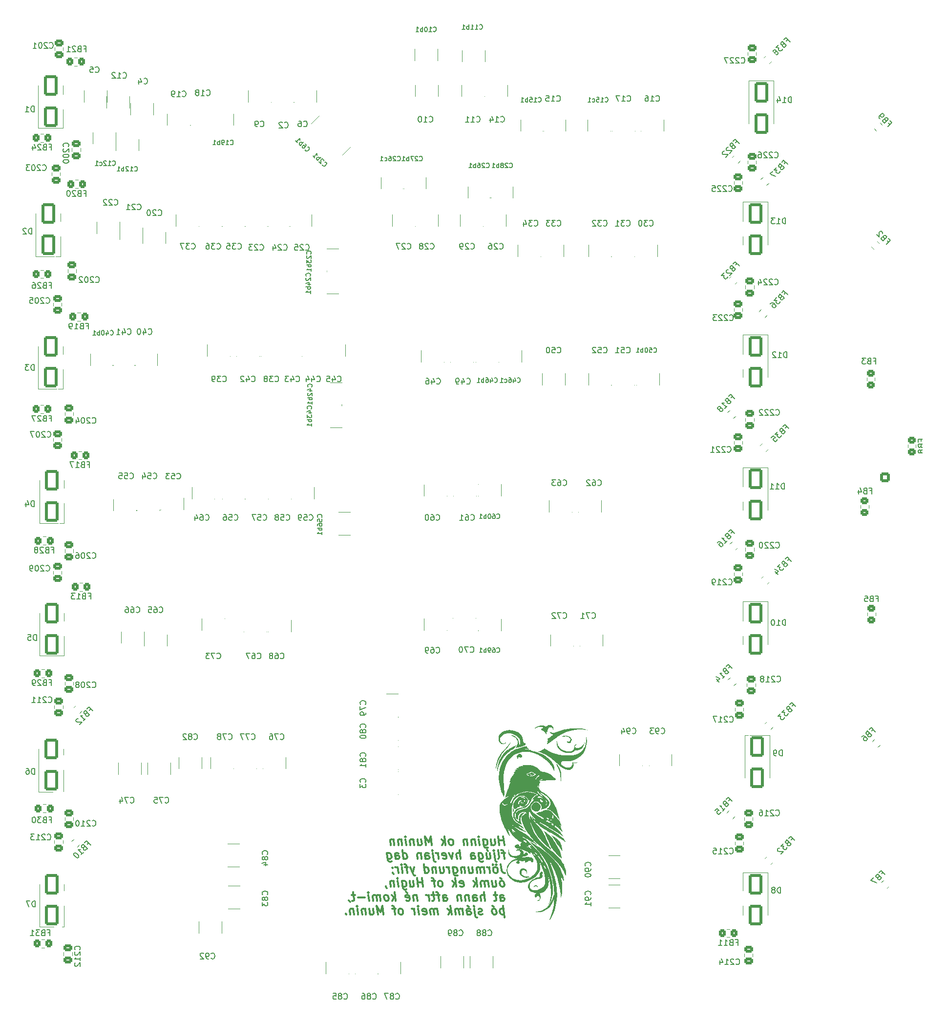
<source format=gbo>
G04 #@! TF.GenerationSoftware,KiCad,Pcbnew,8.0.4*
G04 #@! TF.CreationDate,2024-11-18T14:28:34+01:00*
G04 #@! TF.ProjectId,Zolotarev,5a6f6c6f-7461-4726-9576-2e6b69636164,rev?*
G04 #@! TF.SameCoordinates,Original*
G04 #@! TF.FileFunction,Legend,Bot*
G04 #@! TF.FilePolarity,Positive*
%FSLAX46Y46*%
G04 Gerber Fmt 4.6, Leading zero omitted, Abs format (unit mm)*
G04 Created by KiCad (PCBNEW 8.0.4) date 2024-11-18 14:28:34*
%MOMM*%
%LPD*%
G01*
G04 APERTURE LIST*
G04 Aperture macros list*
%AMRoundRect*
0 Rectangle with rounded corners*
0 $1 Rounding radius*
0 $2 $3 $4 $5 $6 $7 $8 $9 X,Y pos of 4 corners*
0 Add a 4 corners polygon primitive as box body*
4,1,4,$2,$3,$4,$5,$6,$7,$8,$9,$2,$3,0*
0 Add four circle primitives for the rounded corners*
1,1,$1+$1,$2,$3*
1,1,$1+$1,$4,$5*
1,1,$1+$1,$6,$7*
1,1,$1+$1,$8,$9*
0 Add four rect primitives between the rounded corners*
20,1,$1+$1,$2,$3,$4,$5,0*
20,1,$1+$1,$4,$5,$6,$7,0*
20,1,$1+$1,$6,$7,$8,$9,0*
20,1,$1+$1,$8,$9,$2,$3,0*%
%AMRotRect*
0 Rectangle, with rotation*
0 The origin of the aperture is its center*
0 $1 length*
0 $2 width*
0 $3 Rotation angle, in degrees counterclockwise*
0 Add horizontal line*
21,1,$1,$2,0,0,$3*%
G04 Aperture macros list end*
%ADD10C,0.300000*%
%ADD11C,0.150000*%
%ADD12C,0.120000*%
%ADD13C,0.000000*%
%ADD14C,0.800000*%
%ADD15C,7.000000*%
%ADD16R,2.500000X2.500000*%
%ADD17O,2.500000X2.500000*%
%ADD18C,4.000000*%
%ADD19C,1.998980*%
%ADD20C,2.499360*%
%ADD21RoundRect,0.250000X-0.600000X-0.600000X0.600000X-0.600000X0.600000X0.600000X-0.600000X0.600000X0*%
%ADD22C,1.700000*%
%ADD23R,3.500000X2.000000*%
%ADD24RoundRect,0.250000X-0.900000X1.500000X-0.900000X-1.500000X0.900000X-1.500000X0.900000X1.500000X0*%
%ADD25RoundRect,0.250000X0.900000X-1.500000X0.900000X1.500000X-0.900000X1.500000X-0.900000X-1.500000X0*%
%ADD26RoundRect,0.250000X0.088388X-0.548008X0.548008X-0.088388X-0.088388X0.548008X-0.548008X0.088388X0*%
%ADD27RoundRect,0.250000X0.475000X-0.337500X0.475000X0.337500X-0.475000X0.337500X-0.475000X-0.337500X0*%
%ADD28RoundRect,0.250000X-0.088388X0.548008X-0.548008X0.088388X0.088388X-0.548008X0.548008X-0.088388X0*%
%ADD29RoundRect,0.250000X-0.475000X0.337500X-0.475000X-0.337500X0.475000X-0.337500X0.475000X0.337500X0*%
%ADD30RoundRect,0.250000X-0.325000X-0.450000X0.325000X-0.450000X0.325000X0.450000X-0.325000X0.450000X0*%
%ADD31R,2.000000X3.500000*%
%ADD32RoundRect,0.250000X-0.450000X0.325000X-0.450000X-0.325000X0.450000X-0.325000X0.450000X0.325000X0*%
%ADD33RoundRect,0.250000X-0.548008X-0.088388X-0.088388X-0.548008X0.548008X0.088388X0.088388X0.548008X0*%
%ADD34RotRect,2.000000X3.500000X225.000000*%
%ADD35RoundRect,0.250000X0.548008X0.088388X0.088388X0.548008X-0.548008X-0.088388X-0.088388X-0.548008X0*%
%ADD36RoundRect,0.250000X0.450000X-0.325000X0.450000X0.325000X-0.450000X0.325000X-0.450000X-0.325000X0*%
G04 APERTURE END LIST*
D10*
X121954417Y-174726248D02*
X121766917Y-173226248D01*
X121856203Y-173940534D02*
X120999060Y-173940534D01*
X121097274Y-174726248D02*
X120909774Y-173226248D01*
X119615131Y-173726248D02*
X119740131Y-174726248D01*
X120257988Y-173726248D02*
X120356203Y-174511962D01*
X120356203Y-174511962D02*
X120302631Y-174654820D01*
X120302631Y-174654820D02*
X120168703Y-174726248D01*
X120168703Y-174726248D02*
X119954417Y-174726248D01*
X119954417Y-174726248D02*
X119802631Y-174654820D01*
X119802631Y-174654820D02*
X119722274Y-174583391D01*
X118257988Y-173726248D02*
X118409774Y-174940534D01*
X118409774Y-174940534D02*
X118499060Y-175083391D01*
X118499060Y-175083391D02*
X118579417Y-175154820D01*
X118579417Y-175154820D02*
X118731202Y-175226248D01*
X118731202Y-175226248D02*
X118945488Y-175226248D01*
X118945488Y-175226248D02*
X119079417Y-175154820D01*
X118374060Y-174654820D02*
X118525845Y-174726248D01*
X118525845Y-174726248D02*
X118811560Y-174726248D01*
X118811560Y-174726248D02*
X118945488Y-174654820D01*
X118945488Y-174654820D02*
X119007988Y-174583391D01*
X119007988Y-174583391D02*
X119061560Y-174440534D01*
X119061560Y-174440534D02*
X119007988Y-174011962D01*
X119007988Y-174011962D02*
X118918702Y-173869105D01*
X118918702Y-173869105D02*
X118838345Y-173797677D01*
X118838345Y-173797677D02*
X118686560Y-173726248D01*
X118686560Y-173726248D02*
X118400845Y-173726248D01*
X118400845Y-173726248D02*
X118266917Y-173797677D01*
X117668702Y-174726248D02*
X117543702Y-173726248D01*
X117481202Y-173226248D02*
X117561559Y-173297677D01*
X117561559Y-173297677D02*
X117499059Y-173369105D01*
X117499059Y-173369105D02*
X117418702Y-173297677D01*
X117418702Y-173297677D02*
X117481202Y-173226248D01*
X117481202Y-173226248D02*
X117499059Y-173369105D01*
X116829416Y-173726248D02*
X116954416Y-174726248D01*
X116847273Y-173869105D02*
X116766916Y-173797677D01*
X116766916Y-173797677D02*
X116615131Y-173726248D01*
X116615131Y-173726248D02*
X116400845Y-173726248D01*
X116400845Y-173726248D02*
X116266916Y-173797677D01*
X116266916Y-173797677D02*
X116213345Y-173940534D01*
X116213345Y-173940534D02*
X116311559Y-174726248D01*
X115472273Y-173726248D02*
X115597273Y-174726248D01*
X115490130Y-173869105D02*
X115409773Y-173797677D01*
X115409773Y-173797677D02*
X115257988Y-173726248D01*
X115257988Y-173726248D02*
X115043702Y-173726248D01*
X115043702Y-173726248D02*
X114909773Y-173797677D01*
X114909773Y-173797677D02*
X114856202Y-173940534D01*
X114856202Y-173940534D02*
X114954416Y-174726248D01*
X112882988Y-174726248D02*
X113016916Y-174654820D01*
X113016916Y-174654820D02*
X113079416Y-174583391D01*
X113079416Y-174583391D02*
X113132988Y-174440534D01*
X113132988Y-174440534D02*
X113079416Y-174011962D01*
X113079416Y-174011962D02*
X112990130Y-173869105D01*
X112990130Y-173869105D02*
X112909773Y-173797677D01*
X112909773Y-173797677D02*
X112757988Y-173726248D01*
X112757988Y-173726248D02*
X112543702Y-173726248D01*
X112543702Y-173726248D02*
X112409773Y-173797677D01*
X112409773Y-173797677D02*
X112347273Y-173869105D01*
X112347273Y-173869105D02*
X112293702Y-174011962D01*
X112293702Y-174011962D02*
X112347273Y-174440534D01*
X112347273Y-174440534D02*
X112436559Y-174583391D01*
X112436559Y-174583391D02*
X112516916Y-174654820D01*
X112516916Y-174654820D02*
X112668702Y-174726248D01*
X112668702Y-174726248D02*
X112882988Y-174726248D01*
X111740130Y-174726248D02*
X111552630Y-173226248D01*
X111525845Y-174154820D02*
X111168702Y-174726248D01*
X111043702Y-173726248D02*
X111686559Y-174297677D01*
X109382987Y-174726248D02*
X109195487Y-173226248D01*
X109195487Y-173226248D02*
X108829416Y-174297677D01*
X108829416Y-174297677D02*
X108195487Y-173226248D01*
X108195487Y-173226248D02*
X108382987Y-174726248D01*
X106900844Y-173726248D02*
X107025844Y-174726248D01*
X107543701Y-173726248D02*
X107641916Y-174511962D01*
X107641916Y-174511962D02*
X107588344Y-174654820D01*
X107588344Y-174654820D02*
X107454416Y-174726248D01*
X107454416Y-174726248D02*
X107240130Y-174726248D01*
X107240130Y-174726248D02*
X107088344Y-174654820D01*
X107088344Y-174654820D02*
X107007987Y-174583391D01*
X106186558Y-173726248D02*
X106311558Y-174726248D01*
X106204415Y-173869105D02*
X106124058Y-173797677D01*
X106124058Y-173797677D02*
X105972273Y-173726248D01*
X105972273Y-173726248D02*
X105757987Y-173726248D01*
X105757987Y-173726248D02*
X105624058Y-173797677D01*
X105624058Y-173797677D02*
X105570487Y-173940534D01*
X105570487Y-173940534D02*
X105668701Y-174726248D01*
X104954415Y-174726248D02*
X104829415Y-173726248D01*
X104766915Y-173226248D02*
X104847272Y-173297677D01*
X104847272Y-173297677D02*
X104784772Y-173369105D01*
X104784772Y-173369105D02*
X104704415Y-173297677D01*
X104704415Y-173297677D02*
X104766915Y-173226248D01*
X104766915Y-173226248D02*
X104784772Y-173369105D01*
X104115129Y-173726248D02*
X104240129Y-174726248D01*
X104132986Y-173869105D02*
X104052629Y-173797677D01*
X104052629Y-173797677D02*
X103900844Y-173726248D01*
X103900844Y-173726248D02*
X103686558Y-173726248D01*
X103686558Y-173726248D02*
X103552629Y-173797677D01*
X103552629Y-173797677D02*
X103499058Y-173940534D01*
X103499058Y-173940534D02*
X103597272Y-174726248D01*
X102757986Y-173726248D02*
X102882986Y-174726248D01*
X102775843Y-173869105D02*
X102695486Y-173797677D01*
X102695486Y-173797677D02*
X102543701Y-173726248D01*
X102543701Y-173726248D02*
X102329415Y-173726248D01*
X102329415Y-173726248D02*
X102195486Y-173797677D01*
X102195486Y-173797677D02*
X102141915Y-173940534D01*
X102141915Y-173940534D02*
X102240129Y-174726248D01*
X122043703Y-176141164D02*
X121472274Y-176141164D01*
X121954417Y-177141164D02*
X121793703Y-175855450D01*
X121793703Y-175855450D02*
X121704417Y-175712593D01*
X121704417Y-175712593D02*
X121552632Y-175641164D01*
X121552632Y-175641164D02*
X121409774Y-175641164D01*
X120882989Y-177141164D02*
X121016917Y-177069736D01*
X121016917Y-177069736D02*
X121070489Y-176926878D01*
X121070489Y-176926878D02*
X120909774Y-175641164D01*
X120186560Y-176141164D02*
X120347275Y-177426878D01*
X120347275Y-177426878D02*
X120436560Y-177569736D01*
X120436560Y-177569736D02*
X120588346Y-177641164D01*
X120588346Y-177641164D02*
X120659775Y-177641164D01*
X120124060Y-175641164D02*
X120204417Y-175712593D01*
X120204417Y-175712593D02*
X120141917Y-175784021D01*
X120141917Y-175784021D02*
X120061560Y-175712593D01*
X120061560Y-175712593D02*
X120124060Y-175641164D01*
X120124060Y-175641164D02*
X120141917Y-175784021D01*
X118829417Y-176141164D02*
X118954417Y-177141164D01*
X119472274Y-176141164D02*
X119570489Y-176926878D01*
X119570489Y-176926878D02*
X119516917Y-177069736D01*
X119516917Y-177069736D02*
X119382989Y-177141164D01*
X119382989Y-177141164D02*
X119168703Y-177141164D01*
X119168703Y-177141164D02*
X119016917Y-177069736D01*
X119016917Y-177069736D02*
X118936560Y-176998307D01*
X118900846Y-175569736D02*
X119141917Y-175784021D01*
X117472274Y-176141164D02*
X117624060Y-177355450D01*
X117624060Y-177355450D02*
X117713346Y-177498307D01*
X117713346Y-177498307D02*
X117793703Y-177569736D01*
X117793703Y-177569736D02*
X117945488Y-177641164D01*
X117945488Y-177641164D02*
X118159774Y-177641164D01*
X118159774Y-177641164D02*
X118293703Y-177569736D01*
X117588346Y-177069736D02*
X117740131Y-177141164D01*
X117740131Y-177141164D02*
X118025846Y-177141164D01*
X118025846Y-177141164D02*
X118159774Y-177069736D01*
X118159774Y-177069736D02*
X118222274Y-176998307D01*
X118222274Y-176998307D02*
X118275846Y-176855450D01*
X118275846Y-176855450D02*
X118222274Y-176426878D01*
X118222274Y-176426878D02*
X118132988Y-176284021D01*
X118132988Y-176284021D02*
X118052631Y-176212593D01*
X118052631Y-176212593D02*
X117900846Y-176141164D01*
X117900846Y-176141164D02*
X117615131Y-176141164D01*
X117615131Y-176141164D02*
X117481203Y-176212593D01*
X116240131Y-177141164D02*
X116141917Y-176355450D01*
X116141917Y-176355450D02*
X116195488Y-176212593D01*
X116195488Y-176212593D02*
X116329417Y-176141164D01*
X116329417Y-176141164D02*
X116615131Y-176141164D01*
X116615131Y-176141164D02*
X116766917Y-176212593D01*
X116231203Y-177069736D02*
X116382988Y-177141164D01*
X116382988Y-177141164D02*
X116740131Y-177141164D01*
X116740131Y-177141164D02*
X116874060Y-177069736D01*
X116874060Y-177069736D02*
X116927631Y-176926878D01*
X116927631Y-176926878D02*
X116909774Y-176784021D01*
X116909774Y-176784021D02*
X116820488Y-176641164D01*
X116820488Y-176641164D02*
X116668703Y-176569736D01*
X116668703Y-176569736D02*
X116311560Y-176569736D01*
X116311560Y-176569736D02*
X116159774Y-176498307D01*
X114382988Y-177141164D02*
X114195488Y-175641164D01*
X113740131Y-177141164D02*
X113641917Y-176355450D01*
X113641917Y-176355450D02*
X113695488Y-176212593D01*
X113695488Y-176212593D02*
X113829417Y-176141164D01*
X113829417Y-176141164D02*
X114043703Y-176141164D01*
X114043703Y-176141164D02*
X114195488Y-176212593D01*
X114195488Y-176212593D02*
X114275845Y-176284021D01*
X113043702Y-176141164D02*
X112811560Y-177141164D01*
X112811560Y-177141164D02*
X112329417Y-176141164D01*
X111302631Y-177069736D02*
X111454417Y-177141164D01*
X111454417Y-177141164D02*
X111740131Y-177141164D01*
X111740131Y-177141164D02*
X111874060Y-177069736D01*
X111874060Y-177069736D02*
X111927631Y-176926878D01*
X111927631Y-176926878D02*
X111856203Y-176355450D01*
X111856203Y-176355450D02*
X111766917Y-176212593D01*
X111766917Y-176212593D02*
X111615131Y-176141164D01*
X111615131Y-176141164D02*
X111329417Y-176141164D01*
X111329417Y-176141164D02*
X111195488Y-176212593D01*
X111195488Y-176212593D02*
X111141917Y-176355450D01*
X111141917Y-176355450D02*
X111159774Y-176498307D01*
X111159774Y-176498307D02*
X111891917Y-176641164D01*
X110597274Y-177141164D02*
X110472274Y-176141164D01*
X110507989Y-176426878D02*
X110418703Y-176284021D01*
X110418703Y-176284021D02*
X110338346Y-176212593D01*
X110338346Y-176212593D02*
X110186560Y-176141164D01*
X110186560Y-176141164D02*
X110043703Y-176141164D01*
X109543703Y-176141164D02*
X109704418Y-177426878D01*
X109704418Y-177426878D02*
X109793703Y-177569736D01*
X109793703Y-177569736D02*
X109945489Y-177641164D01*
X109945489Y-177641164D02*
X110016918Y-177641164D01*
X109481203Y-175641164D02*
X109561560Y-175712593D01*
X109561560Y-175712593D02*
X109499060Y-175784021D01*
X109499060Y-175784021D02*
X109418703Y-175712593D01*
X109418703Y-175712593D02*
X109481203Y-175641164D01*
X109481203Y-175641164D02*
X109499060Y-175784021D01*
X108311560Y-177141164D02*
X108213346Y-176355450D01*
X108213346Y-176355450D02*
X108266917Y-176212593D01*
X108266917Y-176212593D02*
X108400846Y-176141164D01*
X108400846Y-176141164D02*
X108686560Y-176141164D01*
X108686560Y-176141164D02*
X108838346Y-176212593D01*
X108302632Y-177069736D02*
X108454417Y-177141164D01*
X108454417Y-177141164D02*
X108811560Y-177141164D01*
X108811560Y-177141164D02*
X108945489Y-177069736D01*
X108945489Y-177069736D02*
X108999060Y-176926878D01*
X108999060Y-176926878D02*
X108981203Y-176784021D01*
X108981203Y-176784021D02*
X108891917Y-176641164D01*
X108891917Y-176641164D02*
X108740132Y-176569736D01*
X108740132Y-176569736D02*
X108382989Y-176569736D01*
X108382989Y-176569736D02*
X108231203Y-176498307D01*
X107472274Y-176141164D02*
X107597274Y-177141164D01*
X107490131Y-176284021D02*
X107409774Y-176212593D01*
X107409774Y-176212593D02*
X107257989Y-176141164D01*
X107257989Y-176141164D02*
X107043703Y-176141164D01*
X107043703Y-176141164D02*
X106909774Y-176212593D01*
X106909774Y-176212593D02*
X106856203Y-176355450D01*
X106856203Y-176355450D02*
X106954417Y-177141164D01*
X104454417Y-177141164D02*
X104266917Y-175641164D01*
X104445489Y-177069736D02*
X104597274Y-177141164D01*
X104597274Y-177141164D02*
X104882989Y-177141164D01*
X104882989Y-177141164D02*
X105016917Y-177069736D01*
X105016917Y-177069736D02*
X105079417Y-176998307D01*
X105079417Y-176998307D02*
X105132989Y-176855450D01*
X105132989Y-176855450D02*
X105079417Y-176426878D01*
X105079417Y-176426878D02*
X104990131Y-176284021D01*
X104990131Y-176284021D02*
X104909774Y-176212593D01*
X104909774Y-176212593D02*
X104757989Y-176141164D01*
X104757989Y-176141164D02*
X104472274Y-176141164D01*
X104472274Y-176141164D02*
X104338346Y-176212593D01*
X103097274Y-177141164D02*
X102999060Y-176355450D01*
X102999060Y-176355450D02*
X103052631Y-176212593D01*
X103052631Y-176212593D02*
X103186560Y-176141164D01*
X103186560Y-176141164D02*
X103472274Y-176141164D01*
X103472274Y-176141164D02*
X103624060Y-176212593D01*
X103088346Y-177069736D02*
X103240131Y-177141164D01*
X103240131Y-177141164D02*
X103597274Y-177141164D01*
X103597274Y-177141164D02*
X103731203Y-177069736D01*
X103731203Y-177069736D02*
X103784774Y-176926878D01*
X103784774Y-176926878D02*
X103766917Y-176784021D01*
X103766917Y-176784021D02*
X103677631Y-176641164D01*
X103677631Y-176641164D02*
X103525846Y-176569736D01*
X103525846Y-176569736D02*
X103168703Y-176569736D01*
X103168703Y-176569736D02*
X103016917Y-176498307D01*
X101615131Y-176141164D02*
X101766917Y-177355450D01*
X101766917Y-177355450D02*
X101856203Y-177498307D01*
X101856203Y-177498307D02*
X101936560Y-177569736D01*
X101936560Y-177569736D02*
X102088345Y-177641164D01*
X102088345Y-177641164D02*
X102302631Y-177641164D01*
X102302631Y-177641164D02*
X102436560Y-177569736D01*
X101731203Y-177069736D02*
X101882988Y-177141164D01*
X101882988Y-177141164D02*
X102168703Y-177141164D01*
X102168703Y-177141164D02*
X102302631Y-177069736D01*
X102302631Y-177069736D02*
X102365131Y-176998307D01*
X102365131Y-176998307D02*
X102418703Y-176855450D01*
X102418703Y-176855450D02*
X102365131Y-176426878D01*
X102365131Y-176426878D02*
X102275845Y-176284021D01*
X102275845Y-176284021D02*
X102195488Y-176212593D01*
X102195488Y-176212593D02*
X102043703Y-176141164D01*
X102043703Y-176141164D02*
X101757988Y-176141164D01*
X101757988Y-176141164D02*
X101624060Y-176212593D01*
X121338346Y-178056080D02*
X121472274Y-179127509D01*
X121472274Y-179127509D02*
X121570489Y-179341794D01*
X121570489Y-179341794D02*
X121731203Y-179484652D01*
X121731203Y-179484652D02*
X121954417Y-179556080D01*
X121954417Y-179556080D02*
X122097274Y-179556080D01*
X120597275Y-179556080D02*
X120731203Y-179484652D01*
X120731203Y-179484652D02*
X120793703Y-179413223D01*
X120793703Y-179413223D02*
X120847275Y-179270366D01*
X120847275Y-179270366D02*
X120793703Y-178841794D01*
X120793703Y-178841794D02*
X120704417Y-178698937D01*
X120704417Y-178698937D02*
X120624060Y-178627509D01*
X120624060Y-178627509D02*
X120472275Y-178556080D01*
X120472275Y-178556080D02*
X120257989Y-178556080D01*
X120257989Y-178556080D02*
X120124060Y-178627509D01*
X120124060Y-178627509D02*
X120061560Y-178698937D01*
X120061560Y-178698937D02*
X120007989Y-178841794D01*
X120007989Y-178841794D02*
X120061560Y-179270366D01*
X120061560Y-179270366D02*
X120150846Y-179413223D01*
X120150846Y-179413223D02*
X120231203Y-179484652D01*
X120231203Y-179484652D02*
X120382989Y-179556080D01*
X120382989Y-179556080D02*
X120597275Y-179556080D01*
X120552632Y-178056080D02*
X120490132Y-178127509D01*
X120490132Y-178127509D02*
X120570489Y-178198937D01*
X120570489Y-178198937D02*
X120632989Y-178127509D01*
X120632989Y-178127509D02*
X120552632Y-178056080D01*
X120552632Y-178056080D02*
X120570489Y-178198937D01*
X119981203Y-178056080D02*
X119918703Y-178127509D01*
X119918703Y-178127509D02*
X119999060Y-178198937D01*
X119999060Y-178198937D02*
X120061560Y-178127509D01*
X120061560Y-178127509D02*
X119981203Y-178056080D01*
X119981203Y-178056080D02*
X119999060Y-178198937D01*
X119454417Y-179556080D02*
X119329417Y-178556080D01*
X119365132Y-178841794D02*
X119275846Y-178698937D01*
X119275846Y-178698937D02*
X119195489Y-178627509D01*
X119195489Y-178627509D02*
X119043703Y-178556080D01*
X119043703Y-178556080D02*
X118900846Y-178556080D01*
X118525846Y-179556080D02*
X118400846Y-178556080D01*
X118418703Y-178698937D02*
X118338346Y-178627509D01*
X118338346Y-178627509D02*
X118186561Y-178556080D01*
X118186561Y-178556080D02*
X117972275Y-178556080D01*
X117972275Y-178556080D02*
X117838346Y-178627509D01*
X117838346Y-178627509D02*
X117784775Y-178770366D01*
X117784775Y-178770366D02*
X117882989Y-179556080D01*
X117784775Y-178770366D02*
X117695489Y-178627509D01*
X117695489Y-178627509D02*
X117543703Y-178556080D01*
X117543703Y-178556080D02*
X117329418Y-178556080D01*
X117329418Y-178556080D02*
X117195489Y-178627509D01*
X117195489Y-178627509D02*
X117141918Y-178770366D01*
X117141918Y-178770366D02*
X117240132Y-179556080D01*
X115757989Y-178556080D02*
X115882989Y-179556080D01*
X116400846Y-178556080D02*
X116499061Y-179341794D01*
X116499061Y-179341794D02*
X116445489Y-179484652D01*
X116445489Y-179484652D02*
X116311561Y-179556080D01*
X116311561Y-179556080D02*
X116097275Y-179556080D01*
X116097275Y-179556080D02*
X115945489Y-179484652D01*
X115945489Y-179484652D02*
X115865132Y-179413223D01*
X115043703Y-178556080D02*
X115168703Y-179556080D01*
X115061560Y-178698937D02*
X114981203Y-178627509D01*
X114981203Y-178627509D02*
X114829418Y-178556080D01*
X114829418Y-178556080D02*
X114615132Y-178556080D01*
X114615132Y-178556080D02*
X114481203Y-178627509D01*
X114481203Y-178627509D02*
X114427632Y-178770366D01*
X114427632Y-178770366D02*
X114525846Y-179556080D01*
X113043703Y-178556080D02*
X113195489Y-179770366D01*
X113195489Y-179770366D02*
X113284775Y-179913223D01*
X113284775Y-179913223D02*
X113365132Y-179984652D01*
X113365132Y-179984652D02*
X113516917Y-180056080D01*
X113516917Y-180056080D02*
X113731203Y-180056080D01*
X113731203Y-180056080D02*
X113865132Y-179984652D01*
X113159775Y-179484652D02*
X113311560Y-179556080D01*
X113311560Y-179556080D02*
X113597275Y-179556080D01*
X113597275Y-179556080D02*
X113731203Y-179484652D01*
X113731203Y-179484652D02*
X113793703Y-179413223D01*
X113793703Y-179413223D02*
X113847275Y-179270366D01*
X113847275Y-179270366D02*
X113793703Y-178841794D01*
X113793703Y-178841794D02*
X113704417Y-178698937D01*
X113704417Y-178698937D02*
X113624060Y-178627509D01*
X113624060Y-178627509D02*
X113472275Y-178556080D01*
X113472275Y-178556080D02*
X113186560Y-178556080D01*
X113186560Y-178556080D02*
X113052632Y-178627509D01*
X112454417Y-179556080D02*
X112329417Y-178556080D01*
X112365132Y-178841794D02*
X112275846Y-178698937D01*
X112275846Y-178698937D02*
X112195489Y-178627509D01*
X112195489Y-178627509D02*
X112043703Y-178556080D01*
X112043703Y-178556080D02*
X111900846Y-178556080D01*
X110757989Y-178556080D02*
X110882989Y-179556080D01*
X111400846Y-178556080D02*
X111499061Y-179341794D01*
X111499061Y-179341794D02*
X111445489Y-179484652D01*
X111445489Y-179484652D02*
X111311561Y-179556080D01*
X111311561Y-179556080D02*
X111097275Y-179556080D01*
X111097275Y-179556080D02*
X110945489Y-179484652D01*
X110945489Y-179484652D02*
X110865132Y-179413223D01*
X110043703Y-178556080D02*
X110168703Y-179556080D01*
X110061560Y-178698937D02*
X109981203Y-178627509D01*
X109981203Y-178627509D02*
X109829418Y-178556080D01*
X109829418Y-178556080D02*
X109615132Y-178556080D01*
X109615132Y-178556080D02*
X109481203Y-178627509D01*
X109481203Y-178627509D02*
X109427632Y-178770366D01*
X109427632Y-178770366D02*
X109525846Y-179556080D01*
X108168703Y-179556080D02*
X107981203Y-178056080D01*
X108159775Y-179484652D02*
X108311560Y-179556080D01*
X108311560Y-179556080D02*
X108597275Y-179556080D01*
X108597275Y-179556080D02*
X108731203Y-179484652D01*
X108731203Y-179484652D02*
X108793703Y-179413223D01*
X108793703Y-179413223D02*
X108847275Y-179270366D01*
X108847275Y-179270366D02*
X108793703Y-178841794D01*
X108793703Y-178841794D02*
X108704417Y-178698937D01*
X108704417Y-178698937D02*
X108624060Y-178627509D01*
X108624060Y-178627509D02*
X108472275Y-178556080D01*
X108472275Y-178556080D02*
X108186560Y-178556080D01*
X108186560Y-178556080D02*
X108052632Y-178627509D01*
X106329417Y-178556080D02*
X106097275Y-179556080D01*
X105615132Y-178556080D02*
X106097275Y-179556080D01*
X106097275Y-179556080D02*
X106284775Y-179913223D01*
X106284775Y-179913223D02*
X106365132Y-179984652D01*
X106365132Y-179984652D02*
X106516917Y-180056080D01*
X105257989Y-178556080D02*
X104686560Y-178556080D01*
X105168703Y-179556080D02*
X105007989Y-178270366D01*
X105007989Y-178270366D02*
X104918703Y-178127509D01*
X104918703Y-178127509D02*
X104766918Y-178056080D01*
X104766918Y-178056080D02*
X104624060Y-178056080D01*
X104311560Y-179556080D02*
X104186560Y-178556080D01*
X104124060Y-178056080D02*
X104204417Y-178127509D01*
X104204417Y-178127509D02*
X104141917Y-178198937D01*
X104141917Y-178198937D02*
X104061560Y-178127509D01*
X104061560Y-178127509D02*
X104124060Y-178056080D01*
X104124060Y-178056080D02*
X104141917Y-178198937D01*
X103597274Y-179556080D02*
X103472274Y-178556080D01*
X103507989Y-178841794D02*
X103418703Y-178698937D01*
X103418703Y-178698937D02*
X103338346Y-178627509D01*
X103338346Y-178627509D02*
X103186560Y-178556080D01*
X103186560Y-178556080D02*
X103043703Y-178556080D01*
X102588346Y-179484652D02*
X102597275Y-179556080D01*
X102597275Y-179556080D02*
X102686560Y-179698937D01*
X102686560Y-179698937D02*
X102766918Y-179770366D01*
X102552632Y-178627509D02*
X102490132Y-178698937D01*
X102490132Y-178698937D02*
X102570489Y-178770366D01*
X102570489Y-178770366D02*
X102632989Y-178698937D01*
X102632989Y-178698937D02*
X102552632Y-178627509D01*
X102552632Y-178627509D02*
X102570489Y-178770366D01*
X121740132Y-181970996D02*
X121874060Y-181899568D01*
X121874060Y-181899568D02*
X121936560Y-181828139D01*
X121936560Y-181828139D02*
X121990132Y-181685282D01*
X121990132Y-181685282D02*
X121936560Y-181256710D01*
X121936560Y-181256710D02*
X121847274Y-181113853D01*
X121847274Y-181113853D02*
X121766917Y-181042425D01*
X121766917Y-181042425D02*
X121615132Y-180970996D01*
X121615132Y-180970996D02*
X121400846Y-180970996D01*
X121400846Y-180970996D02*
X121266917Y-181042425D01*
X121266917Y-181042425D02*
X121204417Y-181113853D01*
X121204417Y-181113853D02*
X121150846Y-181256710D01*
X121150846Y-181256710D02*
X121204417Y-181685282D01*
X121204417Y-181685282D02*
X121293703Y-181828139D01*
X121293703Y-181828139D02*
X121374060Y-181899568D01*
X121374060Y-181899568D02*
X121525846Y-181970996D01*
X121525846Y-181970996D02*
X121740132Y-181970996D01*
X121257989Y-180399568D02*
X121499060Y-180613853D01*
X119829417Y-180970996D02*
X119954417Y-181970996D01*
X120472274Y-180970996D02*
X120570489Y-181756710D01*
X120570489Y-181756710D02*
X120516917Y-181899568D01*
X120516917Y-181899568D02*
X120382989Y-181970996D01*
X120382989Y-181970996D02*
X120168703Y-181970996D01*
X120168703Y-181970996D02*
X120016917Y-181899568D01*
X120016917Y-181899568D02*
X119936560Y-181828139D01*
X119240131Y-181970996D02*
X119115131Y-180970996D01*
X119132988Y-181113853D02*
X119052631Y-181042425D01*
X119052631Y-181042425D02*
X118900846Y-180970996D01*
X118900846Y-180970996D02*
X118686560Y-180970996D01*
X118686560Y-180970996D02*
X118552631Y-181042425D01*
X118552631Y-181042425D02*
X118499060Y-181185282D01*
X118499060Y-181185282D02*
X118597274Y-181970996D01*
X118499060Y-181185282D02*
X118409774Y-181042425D01*
X118409774Y-181042425D02*
X118257988Y-180970996D01*
X118257988Y-180970996D02*
X118043703Y-180970996D01*
X118043703Y-180970996D02*
X117909774Y-181042425D01*
X117909774Y-181042425D02*
X117856203Y-181185282D01*
X117856203Y-181185282D02*
X117954417Y-181970996D01*
X117240131Y-181970996D02*
X117052631Y-180470996D01*
X117025846Y-181399568D02*
X116668703Y-181970996D01*
X116543703Y-180970996D02*
X117186560Y-181542425D01*
X114302631Y-181899568D02*
X114454417Y-181970996D01*
X114454417Y-181970996D02*
X114740131Y-181970996D01*
X114740131Y-181970996D02*
X114874060Y-181899568D01*
X114874060Y-181899568D02*
X114927631Y-181756710D01*
X114927631Y-181756710D02*
X114856203Y-181185282D01*
X114856203Y-181185282D02*
X114766917Y-181042425D01*
X114766917Y-181042425D02*
X114615131Y-180970996D01*
X114615131Y-180970996D02*
X114329417Y-180970996D01*
X114329417Y-180970996D02*
X114195488Y-181042425D01*
X114195488Y-181042425D02*
X114141917Y-181185282D01*
X114141917Y-181185282D02*
X114159774Y-181328139D01*
X114159774Y-181328139D02*
X114891917Y-181470996D01*
X113597274Y-181970996D02*
X113409774Y-180470996D01*
X113382989Y-181399568D02*
X113025846Y-181970996D01*
X112900846Y-180970996D02*
X113543703Y-181542425D01*
X111025846Y-181970996D02*
X111159774Y-181899568D01*
X111159774Y-181899568D02*
X111222274Y-181828139D01*
X111222274Y-181828139D02*
X111275846Y-181685282D01*
X111275846Y-181685282D02*
X111222274Y-181256710D01*
X111222274Y-181256710D02*
X111132988Y-181113853D01*
X111132988Y-181113853D02*
X111052631Y-181042425D01*
X111052631Y-181042425D02*
X110900846Y-180970996D01*
X110900846Y-180970996D02*
X110686560Y-180970996D01*
X110686560Y-180970996D02*
X110552631Y-181042425D01*
X110552631Y-181042425D02*
X110490131Y-181113853D01*
X110490131Y-181113853D02*
X110436560Y-181256710D01*
X110436560Y-181256710D02*
X110490131Y-181685282D01*
X110490131Y-181685282D02*
X110579417Y-181828139D01*
X110579417Y-181828139D02*
X110659774Y-181899568D01*
X110659774Y-181899568D02*
X110811560Y-181970996D01*
X110811560Y-181970996D02*
X111025846Y-181970996D01*
X109972274Y-180970996D02*
X109400845Y-180970996D01*
X109882988Y-181970996D02*
X109722274Y-180685282D01*
X109722274Y-180685282D02*
X109632988Y-180542425D01*
X109632988Y-180542425D02*
X109481203Y-180470996D01*
X109481203Y-180470996D02*
X109338345Y-180470996D01*
X107882988Y-181970996D02*
X107695488Y-180470996D01*
X107784774Y-181185282D02*
X106927631Y-181185282D01*
X107025845Y-181970996D02*
X106838345Y-180470996D01*
X105543702Y-180970996D02*
X105668702Y-181970996D01*
X106186559Y-180970996D02*
X106284774Y-181756710D01*
X106284774Y-181756710D02*
X106231202Y-181899568D01*
X106231202Y-181899568D02*
X106097274Y-181970996D01*
X106097274Y-181970996D02*
X105882988Y-181970996D01*
X105882988Y-181970996D02*
X105731202Y-181899568D01*
X105731202Y-181899568D02*
X105650845Y-181828139D01*
X104186559Y-180970996D02*
X104338345Y-182185282D01*
X104338345Y-182185282D02*
X104427631Y-182328139D01*
X104427631Y-182328139D02*
X104507988Y-182399568D01*
X104507988Y-182399568D02*
X104659773Y-182470996D01*
X104659773Y-182470996D02*
X104874059Y-182470996D01*
X104874059Y-182470996D02*
X105007988Y-182399568D01*
X104302631Y-181899568D02*
X104454416Y-181970996D01*
X104454416Y-181970996D02*
X104740131Y-181970996D01*
X104740131Y-181970996D02*
X104874059Y-181899568D01*
X104874059Y-181899568D02*
X104936559Y-181828139D01*
X104936559Y-181828139D02*
X104990131Y-181685282D01*
X104990131Y-181685282D02*
X104936559Y-181256710D01*
X104936559Y-181256710D02*
X104847273Y-181113853D01*
X104847273Y-181113853D02*
X104766916Y-181042425D01*
X104766916Y-181042425D02*
X104615131Y-180970996D01*
X104615131Y-180970996D02*
X104329416Y-180970996D01*
X104329416Y-180970996D02*
X104195488Y-181042425D01*
X103597273Y-181970996D02*
X103472273Y-180970996D01*
X103409773Y-180470996D02*
X103490130Y-180542425D01*
X103490130Y-180542425D02*
X103427630Y-180613853D01*
X103427630Y-180613853D02*
X103347273Y-180542425D01*
X103347273Y-180542425D02*
X103409773Y-180470996D01*
X103409773Y-180470996D02*
X103427630Y-180613853D01*
X102757987Y-180970996D02*
X102882987Y-181970996D01*
X102775844Y-181113853D02*
X102695487Y-181042425D01*
X102695487Y-181042425D02*
X102543702Y-180970996D01*
X102543702Y-180970996D02*
X102329416Y-180970996D01*
X102329416Y-180970996D02*
X102195487Y-181042425D01*
X102195487Y-181042425D02*
X102141916Y-181185282D01*
X102141916Y-181185282D02*
X102240130Y-181970996D01*
X101445487Y-181899568D02*
X101454416Y-181970996D01*
X101454416Y-181970996D02*
X101543701Y-182113853D01*
X101543701Y-182113853D02*
X101624059Y-182185282D01*
X121311560Y-184385912D02*
X121213346Y-183600198D01*
X121213346Y-183600198D02*
X121266917Y-183457341D01*
X121266917Y-183457341D02*
X121400846Y-183385912D01*
X121400846Y-183385912D02*
X121686560Y-183385912D01*
X121686560Y-183385912D02*
X121838346Y-183457341D01*
X121302632Y-184314484D02*
X121454417Y-184385912D01*
X121454417Y-184385912D02*
X121811560Y-184385912D01*
X121811560Y-184385912D02*
X121945489Y-184314484D01*
X121945489Y-184314484D02*
X121999060Y-184171626D01*
X121999060Y-184171626D02*
X121981203Y-184028769D01*
X121981203Y-184028769D02*
X121891917Y-183885912D01*
X121891917Y-183885912D02*
X121740132Y-183814484D01*
X121740132Y-183814484D02*
X121382989Y-183814484D01*
X121382989Y-183814484D02*
X121231203Y-183743055D01*
X120686560Y-183385912D02*
X120115131Y-183385912D01*
X120409774Y-182885912D02*
X120570489Y-184171626D01*
X120570489Y-184171626D02*
X120516917Y-184314484D01*
X120516917Y-184314484D02*
X120382989Y-184385912D01*
X120382989Y-184385912D02*
X120240131Y-184385912D01*
X118597274Y-184385912D02*
X118409774Y-182885912D01*
X117954417Y-184385912D02*
X117856203Y-183600198D01*
X117856203Y-183600198D02*
X117909774Y-183457341D01*
X117909774Y-183457341D02*
X118043703Y-183385912D01*
X118043703Y-183385912D02*
X118257989Y-183385912D01*
X118257989Y-183385912D02*
X118409774Y-183457341D01*
X118409774Y-183457341D02*
X118490131Y-183528769D01*
X116597274Y-184385912D02*
X116499060Y-183600198D01*
X116499060Y-183600198D02*
X116552631Y-183457341D01*
X116552631Y-183457341D02*
X116686560Y-183385912D01*
X116686560Y-183385912D02*
X116972274Y-183385912D01*
X116972274Y-183385912D02*
X117124060Y-183457341D01*
X116588346Y-184314484D02*
X116740131Y-184385912D01*
X116740131Y-184385912D02*
X117097274Y-184385912D01*
X117097274Y-184385912D02*
X117231203Y-184314484D01*
X117231203Y-184314484D02*
X117284774Y-184171626D01*
X117284774Y-184171626D02*
X117266917Y-184028769D01*
X117266917Y-184028769D02*
X117177631Y-183885912D01*
X117177631Y-183885912D02*
X117025846Y-183814484D01*
X117025846Y-183814484D02*
X116668703Y-183814484D01*
X116668703Y-183814484D02*
X116516917Y-183743055D01*
X115757988Y-183385912D02*
X115882988Y-184385912D01*
X115775845Y-183528769D02*
X115695488Y-183457341D01*
X115695488Y-183457341D02*
X115543703Y-183385912D01*
X115543703Y-183385912D02*
X115329417Y-183385912D01*
X115329417Y-183385912D02*
X115195488Y-183457341D01*
X115195488Y-183457341D02*
X115141917Y-183600198D01*
X115141917Y-183600198D02*
X115240131Y-184385912D01*
X114400845Y-183385912D02*
X114525845Y-184385912D01*
X114418702Y-183528769D02*
X114338345Y-183457341D01*
X114338345Y-183457341D02*
X114186560Y-183385912D01*
X114186560Y-183385912D02*
X113972274Y-183385912D01*
X113972274Y-183385912D02*
X113838345Y-183457341D01*
X113838345Y-183457341D02*
X113784774Y-183600198D01*
X113784774Y-183600198D02*
X113882988Y-184385912D01*
X111382988Y-184385912D02*
X111284774Y-183600198D01*
X111284774Y-183600198D02*
X111338345Y-183457341D01*
X111338345Y-183457341D02*
X111472274Y-183385912D01*
X111472274Y-183385912D02*
X111757988Y-183385912D01*
X111757988Y-183385912D02*
X111909774Y-183457341D01*
X111374060Y-184314484D02*
X111525845Y-184385912D01*
X111525845Y-184385912D02*
X111882988Y-184385912D01*
X111882988Y-184385912D02*
X112016917Y-184314484D01*
X112016917Y-184314484D02*
X112070488Y-184171626D01*
X112070488Y-184171626D02*
X112052631Y-184028769D01*
X112052631Y-184028769D02*
X111963345Y-183885912D01*
X111963345Y-183885912D02*
X111811560Y-183814484D01*
X111811560Y-183814484D02*
X111454417Y-183814484D01*
X111454417Y-183814484D02*
X111302631Y-183743055D01*
X110757988Y-183385912D02*
X110186559Y-183385912D01*
X110668702Y-184385912D02*
X110507988Y-183100198D01*
X110507988Y-183100198D02*
X110418702Y-182957341D01*
X110418702Y-182957341D02*
X110266917Y-182885912D01*
X110266917Y-182885912D02*
X110124059Y-182885912D01*
X109900845Y-183385912D02*
X109329416Y-183385912D01*
X109624059Y-182885912D02*
X109784774Y-184171626D01*
X109784774Y-184171626D02*
X109731202Y-184314484D01*
X109731202Y-184314484D02*
X109597274Y-184385912D01*
X109597274Y-184385912D02*
X109454416Y-184385912D01*
X108954416Y-184385912D02*
X108829416Y-183385912D01*
X108865131Y-183671626D02*
X108775845Y-183528769D01*
X108775845Y-183528769D02*
X108695488Y-183457341D01*
X108695488Y-183457341D02*
X108543702Y-183385912D01*
X108543702Y-183385912D02*
X108400845Y-183385912D01*
X106757988Y-183385912D02*
X106882988Y-184385912D01*
X106775845Y-183528769D02*
X106695488Y-183457341D01*
X106695488Y-183457341D02*
X106543703Y-183385912D01*
X106543703Y-183385912D02*
X106329417Y-183385912D01*
X106329417Y-183385912D02*
X106195488Y-183457341D01*
X106195488Y-183457341D02*
X106141917Y-183600198D01*
X106141917Y-183600198D02*
X106240131Y-184385912D01*
X104945488Y-184314484D02*
X105097274Y-184385912D01*
X105097274Y-184385912D02*
X105382988Y-184385912D01*
X105382988Y-184385912D02*
X105516917Y-184314484D01*
X105516917Y-184314484D02*
X105570488Y-184171626D01*
X105570488Y-184171626D02*
X105499060Y-183600198D01*
X105499060Y-183600198D02*
X105409774Y-183457341D01*
X105409774Y-183457341D02*
X105257988Y-183385912D01*
X105257988Y-183385912D02*
X104972274Y-183385912D01*
X104972274Y-183385912D02*
X104838345Y-183457341D01*
X104838345Y-183457341D02*
X104784774Y-183600198D01*
X104784774Y-183600198D02*
X104802631Y-183743055D01*
X104802631Y-183743055D02*
X105534774Y-183885912D01*
X104900845Y-182814484D02*
X105141917Y-183028769D01*
X103097274Y-184385912D02*
X102909774Y-182885912D01*
X102882989Y-183814484D02*
X102525846Y-184385912D01*
X102400846Y-183385912D02*
X103043703Y-183957341D01*
X101668703Y-184385912D02*
X101802631Y-184314484D01*
X101802631Y-184314484D02*
X101865131Y-184243055D01*
X101865131Y-184243055D02*
X101918703Y-184100198D01*
X101918703Y-184100198D02*
X101865131Y-183671626D01*
X101865131Y-183671626D02*
X101775845Y-183528769D01*
X101775845Y-183528769D02*
X101695488Y-183457341D01*
X101695488Y-183457341D02*
X101543703Y-183385912D01*
X101543703Y-183385912D02*
X101329417Y-183385912D01*
X101329417Y-183385912D02*
X101195488Y-183457341D01*
X101195488Y-183457341D02*
X101132988Y-183528769D01*
X101132988Y-183528769D02*
X101079417Y-183671626D01*
X101079417Y-183671626D02*
X101132988Y-184100198D01*
X101132988Y-184100198D02*
X101222274Y-184243055D01*
X101222274Y-184243055D02*
X101302631Y-184314484D01*
X101302631Y-184314484D02*
X101454417Y-184385912D01*
X101454417Y-184385912D02*
X101668703Y-184385912D01*
X100525845Y-184385912D02*
X100400845Y-183385912D01*
X100418702Y-183528769D02*
X100338345Y-183457341D01*
X100338345Y-183457341D02*
X100186560Y-183385912D01*
X100186560Y-183385912D02*
X99972274Y-183385912D01*
X99972274Y-183385912D02*
X99838345Y-183457341D01*
X99838345Y-183457341D02*
X99784774Y-183600198D01*
X99784774Y-183600198D02*
X99882988Y-184385912D01*
X99784774Y-183600198D02*
X99695488Y-183457341D01*
X99695488Y-183457341D02*
X99543702Y-183385912D01*
X99543702Y-183385912D02*
X99329417Y-183385912D01*
X99329417Y-183385912D02*
X99195488Y-183457341D01*
X99195488Y-183457341D02*
X99141917Y-183600198D01*
X99141917Y-183600198D02*
X99240131Y-184385912D01*
X98525845Y-184385912D02*
X98400845Y-183385912D01*
X98338345Y-182885912D02*
X98418702Y-182957341D01*
X98418702Y-182957341D02*
X98356202Y-183028769D01*
X98356202Y-183028769D02*
X98275845Y-182957341D01*
X98275845Y-182957341D02*
X98338345Y-182885912D01*
X98338345Y-182885912D02*
X98356202Y-183028769D01*
X97740131Y-183814484D02*
X96597274Y-183814484D01*
X96043702Y-183385912D02*
X95472273Y-183385912D01*
X95766916Y-182885912D02*
X95927631Y-184171626D01*
X95927631Y-184171626D02*
X95874059Y-184314484D01*
X95874059Y-184314484D02*
X95740131Y-184385912D01*
X95740131Y-184385912D02*
X95597273Y-184385912D01*
X95016916Y-184314484D02*
X95025845Y-184385912D01*
X95025845Y-184385912D02*
X95115130Y-184528769D01*
X95115130Y-184528769D02*
X95195488Y-184600198D01*
X121766917Y-185300828D02*
X122016917Y-187300828D01*
X121838346Y-185872257D02*
X121686560Y-185800828D01*
X121686560Y-185800828D02*
X121400846Y-185800828D01*
X121400846Y-185800828D02*
X121266917Y-185872257D01*
X121266917Y-185872257D02*
X121204417Y-185943685D01*
X121204417Y-185943685D02*
X121150846Y-186086542D01*
X121150846Y-186086542D02*
X121204417Y-186515114D01*
X121204417Y-186515114D02*
X121293703Y-186657971D01*
X121293703Y-186657971D02*
X121374060Y-186729400D01*
X121374060Y-186729400D02*
X121525846Y-186800828D01*
X121525846Y-186800828D02*
X121811560Y-186800828D01*
X121811560Y-186800828D02*
X121945489Y-186729400D01*
X120382989Y-186800828D02*
X120516917Y-186729400D01*
X120516917Y-186729400D02*
X120579417Y-186657971D01*
X120579417Y-186657971D02*
X120632989Y-186515114D01*
X120632989Y-186515114D02*
X120579417Y-186086542D01*
X120579417Y-186086542D02*
X120490131Y-185943685D01*
X120490131Y-185943685D02*
X120409774Y-185872257D01*
X120409774Y-185872257D02*
X120257989Y-185800828D01*
X120257989Y-185800828D02*
X120043703Y-185800828D01*
X120043703Y-185800828D02*
X119909774Y-185872257D01*
X119909774Y-185872257D02*
X119847274Y-185943685D01*
X119847274Y-185943685D02*
X119793703Y-186086542D01*
X119793703Y-186086542D02*
X119847274Y-186515114D01*
X119847274Y-186515114D02*
X119936560Y-186657971D01*
X119936560Y-186657971D02*
X120016917Y-186729400D01*
X120016917Y-186729400D02*
X120168703Y-186800828D01*
X120168703Y-186800828D02*
X120382989Y-186800828D01*
X119900846Y-185229400D02*
X120141917Y-185443685D01*
X118159774Y-186729400D02*
X118025846Y-186800828D01*
X118025846Y-186800828D02*
X117740131Y-186800828D01*
X117740131Y-186800828D02*
X117588346Y-186729400D01*
X117588346Y-186729400D02*
X117499060Y-186586542D01*
X117499060Y-186586542D02*
X117490131Y-186515114D01*
X117490131Y-186515114D02*
X117543703Y-186372257D01*
X117543703Y-186372257D02*
X117677631Y-186300828D01*
X117677631Y-186300828D02*
X117891917Y-186300828D01*
X117891917Y-186300828D02*
X118025846Y-186229400D01*
X118025846Y-186229400D02*
X118079417Y-186086542D01*
X118079417Y-186086542D02*
X118070489Y-186015114D01*
X118070489Y-186015114D02*
X117981203Y-185872257D01*
X117981203Y-185872257D02*
X117829417Y-185800828D01*
X117829417Y-185800828D02*
X117615131Y-185800828D01*
X117615131Y-185800828D02*
X117481203Y-185872257D01*
X116757988Y-185800828D02*
X116918703Y-187086542D01*
X116918703Y-187086542D02*
X117007988Y-187229400D01*
X117007988Y-187229400D02*
X117159774Y-187300828D01*
X117159774Y-187300828D02*
X117231203Y-187300828D01*
X116695488Y-185300828D02*
X116775845Y-185372257D01*
X116775845Y-185372257D02*
X116713345Y-185443685D01*
X116713345Y-185443685D02*
X116632988Y-185372257D01*
X116632988Y-185372257D02*
X116695488Y-185300828D01*
X116695488Y-185300828D02*
X116713345Y-185443685D01*
X115525845Y-186800828D02*
X115427631Y-186015114D01*
X115427631Y-186015114D02*
X115481202Y-185872257D01*
X115481202Y-185872257D02*
X115615131Y-185800828D01*
X115615131Y-185800828D02*
X115900845Y-185800828D01*
X115900845Y-185800828D02*
X116052631Y-185872257D01*
X115516917Y-186729400D02*
X115668702Y-186800828D01*
X115668702Y-186800828D02*
X116025845Y-186800828D01*
X116025845Y-186800828D02*
X116159774Y-186729400D01*
X116159774Y-186729400D02*
X116213345Y-186586542D01*
X116213345Y-186586542D02*
X116195488Y-186443685D01*
X116195488Y-186443685D02*
X116106202Y-186300828D01*
X116106202Y-186300828D02*
X115954417Y-186229400D01*
X115954417Y-186229400D02*
X115597274Y-186229400D01*
X115597274Y-186229400D02*
X115445488Y-186157971D01*
X115543702Y-185229400D02*
X115784774Y-185443685D01*
X114811559Y-186800828D02*
X114686559Y-185800828D01*
X114704416Y-185943685D02*
X114624059Y-185872257D01*
X114624059Y-185872257D02*
X114472274Y-185800828D01*
X114472274Y-185800828D02*
X114257988Y-185800828D01*
X114257988Y-185800828D02*
X114124059Y-185872257D01*
X114124059Y-185872257D02*
X114070488Y-186015114D01*
X114070488Y-186015114D02*
X114168702Y-186800828D01*
X114070488Y-186015114D02*
X113981202Y-185872257D01*
X113981202Y-185872257D02*
X113829416Y-185800828D01*
X113829416Y-185800828D02*
X113615131Y-185800828D01*
X113615131Y-185800828D02*
X113481202Y-185872257D01*
X113481202Y-185872257D02*
X113427631Y-186015114D01*
X113427631Y-186015114D02*
X113525845Y-186800828D01*
X112811559Y-186800828D02*
X112624059Y-185300828D01*
X112597274Y-186229400D02*
X112240131Y-186800828D01*
X112115131Y-185800828D02*
X112757988Y-186372257D01*
X110454416Y-186800828D02*
X110329416Y-185800828D01*
X110347273Y-185943685D02*
X110266916Y-185872257D01*
X110266916Y-185872257D02*
X110115131Y-185800828D01*
X110115131Y-185800828D02*
X109900845Y-185800828D01*
X109900845Y-185800828D02*
X109766916Y-185872257D01*
X109766916Y-185872257D02*
X109713345Y-186015114D01*
X109713345Y-186015114D02*
X109811559Y-186800828D01*
X109713345Y-186015114D02*
X109624059Y-185872257D01*
X109624059Y-185872257D02*
X109472273Y-185800828D01*
X109472273Y-185800828D02*
X109257988Y-185800828D01*
X109257988Y-185800828D02*
X109124059Y-185872257D01*
X109124059Y-185872257D02*
X109070488Y-186015114D01*
X109070488Y-186015114D02*
X109168702Y-186800828D01*
X107874059Y-186729400D02*
X108025845Y-186800828D01*
X108025845Y-186800828D02*
X108311559Y-186800828D01*
X108311559Y-186800828D02*
X108445488Y-186729400D01*
X108445488Y-186729400D02*
X108499059Y-186586542D01*
X108499059Y-186586542D02*
X108427631Y-186015114D01*
X108427631Y-186015114D02*
X108338345Y-185872257D01*
X108338345Y-185872257D02*
X108186559Y-185800828D01*
X108186559Y-185800828D02*
X107900845Y-185800828D01*
X107900845Y-185800828D02*
X107766916Y-185872257D01*
X107766916Y-185872257D02*
X107713345Y-186015114D01*
X107713345Y-186015114D02*
X107731202Y-186157971D01*
X107731202Y-186157971D02*
X108463345Y-186300828D01*
X107168702Y-186800828D02*
X107043702Y-185800828D01*
X106981202Y-185300828D02*
X107061559Y-185372257D01*
X107061559Y-185372257D02*
X106999059Y-185443685D01*
X106999059Y-185443685D02*
X106918702Y-185372257D01*
X106918702Y-185372257D02*
X106981202Y-185300828D01*
X106981202Y-185300828D02*
X106999059Y-185443685D01*
X106454416Y-186800828D02*
X106329416Y-185800828D01*
X106365131Y-186086542D02*
X106275845Y-185943685D01*
X106275845Y-185943685D02*
X106195488Y-185872257D01*
X106195488Y-185872257D02*
X106043702Y-185800828D01*
X106043702Y-185800828D02*
X105900845Y-185800828D01*
X104168703Y-186800828D02*
X104302631Y-186729400D01*
X104302631Y-186729400D02*
X104365131Y-186657971D01*
X104365131Y-186657971D02*
X104418703Y-186515114D01*
X104418703Y-186515114D02*
X104365131Y-186086542D01*
X104365131Y-186086542D02*
X104275845Y-185943685D01*
X104275845Y-185943685D02*
X104195488Y-185872257D01*
X104195488Y-185872257D02*
X104043703Y-185800828D01*
X104043703Y-185800828D02*
X103829417Y-185800828D01*
X103829417Y-185800828D02*
X103695488Y-185872257D01*
X103695488Y-185872257D02*
X103632988Y-185943685D01*
X103632988Y-185943685D02*
X103579417Y-186086542D01*
X103579417Y-186086542D02*
X103632988Y-186515114D01*
X103632988Y-186515114D02*
X103722274Y-186657971D01*
X103722274Y-186657971D02*
X103802631Y-186729400D01*
X103802631Y-186729400D02*
X103954417Y-186800828D01*
X103954417Y-186800828D02*
X104168703Y-186800828D01*
X103115131Y-185800828D02*
X102543702Y-185800828D01*
X103025845Y-186800828D02*
X102865131Y-185515114D01*
X102865131Y-185515114D02*
X102775845Y-185372257D01*
X102775845Y-185372257D02*
X102624060Y-185300828D01*
X102624060Y-185300828D02*
X102481202Y-185300828D01*
X101025845Y-186800828D02*
X100838345Y-185300828D01*
X100838345Y-185300828D02*
X100472274Y-186372257D01*
X100472274Y-186372257D02*
X99838345Y-185300828D01*
X99838345Y-185300828D02*
X100025845Y-186800828D01*
X98543702Y-185800828D02*
X98668702Y-186800828D01*
X99186559Y-185800828D02*
X99284774Y-186586542D01*
X99284774Y-186586542D02*
X99231202Y-186729400D01*
X99231202Y-186729400D02*
X99097274Y-186800828D01*
X99097274Y-186800828D02*
X98882988Y-186800828D01*
X98882988Y-186800828D02*
X98731202Y-186729400D01*
X98731202Y-186729400D02*
X98650845Y-186657971D01*
X97829416Y-185800828D02*
X97954416Y-186800828D01*
X97847273Y-185943685D02*
X97766916Y-185872257D01*
X97766916Y-185872257D02*
X97615131Y-185800828D01*
X97615131Y-185800828D02*
X97400845Y-185800828D01*
X97400845Y-185800828D02*
X97266916Y-185872257D01*
X97266916Y-185872257D02*
X97213345Y-186015114D01*
X97213345Y-186015114D02*
X97311559Y-186800828D01*
X96597273Y-186800828D02*
X96472273Y-185800828D01*
X96409773Y-185300828D02*
X96490130Y-185372257D01*
X96490130Y-185372257D02*
X96427630Y-185443685D01*
X96427630Y-185443685D02*
X96347273Y-185372257D01*
X96347273Y-185372257D02*
X96409773Y-185300828D01*
X96409773Y-185300828D02*
X96427630Y-185443685D01*
X95757987Y-185800828D02*
X95882987Y-186800828D01*
X95775844Y-185943685D02*
X95695487Y-185872257D01*
X95695487Y-185872257D02*
X95543702Y-185800828D01*
X95543702Y-185800828D02*
X95329416Y-185800828D01*
X95329416Y-185800828D02*
X95195487Y-185872257D01*
X95195487Y-185872257D02*
X95141916Y-186015114D01*
X95141916Y-186015114D02*
X95240130Y-186800828D01*
X94507987Y-186657971D02*
X94445487Y-186729400D01*
X94445487Y-186729400D02*
X94525844Y-186800828D01*
X94525844Y-186800828D02*
X94588344Y-186729400D01*
X94588344Y-186729400D02*
X94507987Y-186657971D01*
X94507987Y-186657971D02*
X94525844Y-186800828D01*
D11*
X83142857Y-156359580D02*
X83190476Y-156407200D01*
X83190476Y-156407200D02*
X83333333Y-156454819D01*
X83333333Y-156454819D02*
X83428571Y-156454819D01*
X83428571Y-156454819D02*
X83571428Y-156407200D01*
X83571428Y-156407200D02*
X83666666Y-156311961D01*
X83666666Y-156311961D02*
X83714285Y-156216723D01*
X83714285Y-156216723D02*
X83761904Y-156026247D01*
X83761904Y-156026247D02*
X83761904Y-155883390D01*
X83761904Y-155883390D02*
X83714285Y-155692914D01*
X83714285Y-155692914D02*
X83666666Y-155597676D01*
X83666666Y-155597676D02*
X83571428Y-155502438D01*
X83571428Y-155502438D02*
X83428571Y-155454819D01*
X83428571Y-155454819D02*
X83333333Y-155454819D01*
X83333333Y-155454819D02*
X83190476Y-155502438D01*
X83190476Y-155502438D02*
X83142857Y-155550057D01*
X82809523Y-155454819D02*
X82142857Y-155454819D01*
X82142857Y-155454819D02*
X82571428Y-156454819D01*
X81333333Y-155454819D02*
X81523809Y-155454819D01*
X81523809Y-155454819D02*
X81619047Y-155502438D01*
X81619047Y-155502438D02*
X81666666Y-155550057D01*
X81666666Y-155550057D02*
X81761904Y-155692914D01*
X81761904Y-155692914D02*
X81809523Y-155883390D01*
X81809523Y-155883390D02*
X81809523Y-156264342D01*
X81809523Y-156264342D02*
X81761904Y-156359580D01*
X81761904Y-156359580D02*
X81714285Y-156407200D01*
X81714285Y-156407200D02*
X81619047Y-156454819D01*
X81619047Y-156454819D02*
X81428571Y-156454819D01*
X81428571Y-156454819D02*
X81333333Y-156407200D01*
X81333333Y-156407200D02*
X81285714Y-156359580D01*
X81285714Y-156359580D02*
X81238095Y-156264342D01*
X81238095Y-156264342D02*
X81238095Y-156026247D01*
X81238095Y-156026247D02*
X81285714Y-155931009D01*
X81285714Y-155931009D02*
X81333333Y-155883390D01*
X81333333Y-155883390D02*
X81428571Y-155835771D01*
X81428571Y-155835771D02*
X81619047Y-155835771D01*
X81619047Y-155835771D02*
X81714285Y-155883390D01*
X81714285Y-155883390D02*
X81761904Y-155931009D01*
X81761904Y-155931009D02*
X81809523Y-156026247D01*
X170138094Y-159254819D02*
X170138094Y-158254819D01*
X170138094Y-158254819D02*
X169899999Y-158254819D01*
X169899999Y-158254819D02*
X169757142Y-158302438D01*
X169757142Y-158302438D02*
X169661904Y-158397676D01*
X169661904Y-158397676D02*
X169614285Y-158492914D01*
X169614285Y-158492914D02*
X169566666Y-158683390D01*
X169566666Y-158683390D02*
X169566666Y-158826247D01*
X169566666Y-158826247D02*
X169614285Y-159016723D01*
X169614285Y-159016723D02*
X169661904Y-159111961D01*
X169661904Y-159111961D02*
X169757142Y-159207200D01*
X169757142Y-159207200D02*
X169899999Y-159254819D01*
X169899999Y-159254819D02*
X170138094Y-159254819D01*
X169090475Y-159254819D02*
X168899999Y-159254819D01*
X168899999Y-159254819D02*
X168804761Y-159207200D01*
X168804761Y-159207200D02*
X168757142Y-159159580D01*
X168757142Y-159159580D02*
X168661904Y-159016723D01*
X168661904Y-159016723D02*
X168614285Y-158826247D01*
X168614285Y-158826247D02*
X168614285Y-158445295D01*
X168614285Y-158445295D02*
X168661904Y-158350057D01*
X168661904Y-158350057D02*
X168709523Y-158302438D01*
X168709523Y-158302438D02*
X168804761Y-158254819D01*
X168804761Y-158254819D02*
X168995237Y-158254819D01*
X168995237Y-158254819D02*
X169090475Y-158302438D01*
X169090475Y-158302438D02*
X169138094Y-158350057D01*
X169138094Y-158350057D02*
X169185713Y-158445295D01*
X169185713Y-158445295D02*
X169185713Y-158683390D01*
X169185713Y-158683390D02*
X169138094Y-158778628D01*
X169138094Y-158778628D02*
X169090475Y-158826247D01*
X169090475Y-158826247D02*
X168995237Y-158873866D01*
X168995237Y-158873866D02*
X168804761Y-158873866D01*
X168804761Y-158873866D02*
X168709523Y-158826247D01*
X168709523Y-158826247D02*
X168661904Y-158778628D01*
X168661904Y-158778628D02*
X168614285Y-158683390D01*
X40438094Y-47654819D02*
X40438094Y-46654819D01*
X40438094Y-46654819D02*
X40199999Y-46654819D01*
X40199999Y-46654819D02*
X40057142Y-46702438D01*
X40057142Y-46702438D02*
X39961904Y-46797676D01*
X39961904Y-46797676D02*
X39914285Y-46892914D01*
X39914285Y-46892914D02*
X39866666Y-47083390D01*
X39866666Y-47083390D02*
X39866666Y-47226247D01*
X39866666Y-47226247D02*
X39914285Y-47416723D01*
X39914285Y-47416723D02*
X39961904Y-47511961D01*
X39961904Y-47511961D02*
X40057142Y-47607200D01*
X40057142Y-47607200D02*
X40199999Y-47654819D01*
X40199999Y-47654819D02*
X40438094Y-47654819D01*
X38914285Y-47654819D02*
X39485713Y-47654819D01*
X39199999Y-47654819D02*
X39199999Y-46654819D01*
X39199999Y-46654819D02*
X39295237Y-46797676D01*
X39295237Y-46797676D02*
X39390475Y-46892914D01*
X39390475Y-46892914D02*
X39485713Y-46940533D01*
X50043915Y-151391969D02*
X50279617Y-151156267D01*
X50650006Y-151526656D02*
X49942900Y-150819549D01*
X49942900Y-150819549D02*
X49606182Y-151156267D01*
X49437823Y-151998061D02*
X49370480Y-152132748D01*
X49370480Y-152132748D02*
X49370480Y-152200091D01*
X49370480Y-152200091D02*
X49404151Y-152301106D01*
X49404151Y-152301106D02*
X49505167Y-152402122D01*
X49505167Y-152402122D02*
X49606182Y-152435793D01*
X49606182Y-152435793D02*
X49673525Y-152435793D01*
X49673525Y-152435793D02*
X49774541Y-152402122D01*
X49774541Y-152402122D02*
X50043915Y-152132748D01*
X50043915Y-152132748D02*
X49336808Y-151425641D01*
X49336808Y-151425641D02*
X49101106Y-151661343D01*
X49101106Y-151661343D02*
X49067434Y-151762358D01*
X49067434Y-151762358D02*
X49067434Y-151829702D01*
X49067434Y-151829702D02*
X49101106Y-151930717D01*
X49101106Y-151930717D02*
X49168449Y-151998061D01*
X49168449Y-151998061D02*
X49269464Y-152031732D01*
X49269464Y-152031732D02*
X49336808Y-152031732D01*
X49336808Y-152031732D02*
X49437823Y-151998061D01*
X49437823Y-151998061D02*
X49673525Y-151762358D01*
X48966419Y-153210244D02*
X49370480Y-152806183D01*
X49168449Y-153008213D02*
X48461342Y-152301106D01*
X48461342Y-152301106D02*
X48629701Y-152334778D01*
X48629701Y-152334778D02*
X48764388Y-152334778D01*
X48764388Y-152334778D02*
X48865403Y-152301106D01*
X48057281Y-152839854D02*
X47989938Y-152839854D01*
X47989938Y-152839854D02*
X47888923Y-152873526D01*
X47888923Y-152873526D02*
X47720564Y-153041885D01*
X47720564Y-153041885D02*
X47686892Y-153142900D01*
X47686892Y-153142900D02*
X47686892Y-153210244D01*
X47686892Y-153210244D02*
X47720564Y-153311259D01*
X47720564Y-153311259D02*
X47787907Y-153378602D01*
X47787907Y-153378602D02*
X47922594Y-153445946D01*
X47922594Y-153445946D02*
X48730716Y-153445946D01*
X48730716Y-153445946D02*
X48292984Y-153883679D01*
X103438094Y-56086104D02*
X103476190Y-56124200D01*
X103476190Y-56124200D02*
X103590475Y-56162295D01*
X103590475Y-56162295D02*
X103666666Y-56162295D01*
X103666666Y-56162295D02*
X103780952Y-56124200D01*
X103780952Y-56124200D02*
X103857142Y-56048009D01*
X103857142Y-56048009D02*
X103895237Y-55971819D01*
X103895237Y-55971819D02*
X103933333Y-55819438D01*
X103933333Y-55819438D02*
X103933333Y-55705152D01*
X103933333Y-55705152D02*
X103895237Y-55552771D01*
X103895237Y-55552771D02*
X103857142Y-55476580D01*
X103857142Y-55476580D02*
X103780952Y-55400390D01*
X103780952Y-55400390D02*
X103666666Y-55362295D01*
X103666666Y-55362295D02*
X103590475Y-55362295D01*
X103590475Y-55362295D02*
X103476190Y-55400390D01*
X103476190Y-55400390D02*
X103438094Y-55438485D01*
X103133333Y-55438485D02*
X103095237Y-55400390D01*
X103095237Y-55400390D02*
X103019047Y-55362295D01*
X103019047Y-55362295D02*
X102828571Y-55362295D01*
X102828571Y-55362295D02*
X102752380Y-55400390D01*
X102752380Y-55400390D02*
X102714285Y-55438485D01*
X102714285Y-55438485D02*
X102676190Y-55514676D01*
X102676190Y-55514676D02*
X102676190Y-55590866D01*
X102676190Y-55590866D02*
X102714285Y-55705152D01*
X102714285Y-55705152D02*
X103171428Y-56162295D01*
X103171428Y-56162295D02*
X102676190Y-56162295D01*
X101990475Y-55362295D02*
X102142856Y-55362295D01*
X102142856Y-55362295D02*
X102219047Y-55400390D01*
X102219047Y-55400390D02*
X102257142Y-55438485D01*
X102257142Y-55438485D02*
X102333332Y-55552771D01*
X102333332Y-55552771D02*
X102371428Y-55705152D01*
X102371428Y-55705152D02*
X102371428Y-56009914D01*
X102371428Y-56009914D02*
X102333332Y-56086104D01*
X102333332Y-56086104D02*
X102295237Y-56124200D01*
X102295237Y-56124200D02*
X102219047Y-56162295D01*
X102219047Y-56162295D02*
X102066666Y-56162295D01*
X102066666Y-56162295D02*
X101990475Y-56124200D01*
X101990475Y-56124200D02*
X101952380Y-56086104D01*
X101952380Y-56086104D02*
X101914285Y-56009914D01*
X101914285Y-56009914D02*
X101914285Y-55819438D01*
X101914285Y-55819438D02*
X101952380Y-55743247D01*
X101952380Y-55743247D02*
X101990475Y-55705152D01*
X101990475Y-55705152D02*
X102066666Y-55667057D01*
X102066666Y-55667057D02*
X102219047Y-55667057D01*
X102219047Y-55667057D02*
X102295237Y-55705152D01*
X102295237Y-55705152D02*
X102333332Y-55743247D01*
X102333332Y-55743247D02*
X102371428Y-55819438D01*
X101228570Y-56124200D02*
X101304761Y-56162295D01*
X101304761Y-56162295D02*
X101457142Y-56162295D01*
X101457142Y-56162295D02*
X101533332Y-56124200D01*
X101533332Y-56124200D02*
X101571427Y-56086104D01*
X101571427Y-56086104D02*
X101609523Y-56009914D01*
X101609523Y-56009914D02*
X101609523Y-55781342D01*
X101609523Y-55781342D02*
X101571427Y-55705152D01*
X101571427Y-55705152D02*
X101533332Y-55667057D01*
X101533332Y-55667057D02*
X101457142Y-55628961D01*
X101457142Y-55628961D02*
X101304761Y-55628961D01*
X101304761Y-55628961D02*
X101228570Y-55667057D01*
X100466666Y-56162295D02*
X100923809Y-56162295D01*
X100695237Y-56162295D02*
X100695237Y-55362295D01*
X100695237Y-55362295D02*
X100771428Y-55476580D01*
X100771428Y-55476580D02*
X100847618Y-55552771D01*
X100847618Y-55552771D02*
X100923809Y-55590866D01*
X63142857Y-167359580D02*
X63190476Y-167407200D01*
X63190476Y-167407200D02*
X63333333Y-167454819D01*
X63333333Y-167454819D02*
X63428571Y-167454819D01*
X63428571Y-167454819D02*
X63571428Y-167407200D01*
X63571428Y-167407200D02*
X63666666Y-167311961D01*
X63666666Y-167311961D02*
X63714285Y-167216723D01*
X63714285Y-167216723D02*
X63761904Y-167026247D01*
X63761904Y-167026247D02*
X63761904Y-166883390D01*
X63761904Y-166883390D02*
X63714285Y-166692914D01*
X63714285Y-166692914D02*
X63666666Y-166597676D01*
X63666666Y-166597676D02*
X63571428Y-166502438D01*
X63571428Y-166502438D02*
X63428571Y-166454819D01*
X63428571Y-166454819D02*
X63333333Y-166454819D01*
X63333333Y-166454819D02*
X63190476Y-166502438D01*
X63190476Y-166502438D02*
X63142857Y-166550057D01*
X62809523Y-166454819D02*
X62142857Y-166454819D01*
X62142857Y-166454819D02*
X62571428Y-167454819D01*
X61285714Y-166454819D02*
X61761904Y-166454819D01*
X61761904Y-166454819D02*
X61809523Y-166931009D01*
X61809523Y-166931009D02*
X61761904Y-166883390D01*
X61761904Y-166883390D02*
X61666666Y-166835771D01*
X61666666Y-166835771D02*
X61428571Y-166835771D01*
X61428571Y-166835771D02*
X61333333Y-166883390D01*
X61333333Y-166883390D02*
X61285714Y-166931009D01*
X61285714Y-166931009D02*
X61238095Y-167026247D01*
X61238095Y-167026247D02*
X61238095Y-167264342D01*
X61238095Y-167264342D02*
X61285714Y-167359580D01*
X61285714Y-167359580D02*
X61333333Y-167407200D01*
X61333333Y-167407200D02*
X61428571Y-167454819D01*
X61428571Y-167454819D02*
X61666666Y-167454819D01*
X61666666Y-167454819D02*
X61761904Y-167407200D01*
X61761904Y-167407200D02*
X61809523Y-167359580D01*
X42519047Y-80759580D02*
X42566666Y-80807200D01*
X42566666Y-80807200D02*
X42709523Y-80854819D01*
X42709523Y-80854819D02*
X42804761Y-80854819D01*
X42804761Y-80854819D02*
X42947618Y-80807200D01*
X42947618Y-80807200D02*
X43042856Y-80711961D01*
X43042856Y-80711961D02*
X43090475Y-80616723D01*
X43090475Y-80616723D02*
X43138094Y-80426247D01*
X43138094Y-80426247D02*
X43138094Y-80283390D01*
X43138094Y-80283390D02*
X43090475Y-80092914D01*
X43090475Y-80092914D02*
X43042856Y-79997676D01*
X43042856Y-79997676D02*
X42947618Y-79902438D01*
X42947618Y-79902438D02*
X42804761Y-79854819D01*
X42804761Y-79854819D02*
X42709523Y-79854819D01*
X42709523Y-79854819D02*
X42566666Y-79902438D01*
X42566666Y-79902438D02*
X42519047Y-79950057D01*
X42138094Y-79950057D02*
X42090475Y-79902438D01*
X42090475Y-79902438D02*
X41995237Y-79854819D01*
X41995237Y-79854819D02*
X41757142Y-79854819D01*
X41757142Y-79854819D02*
X41661904Y-79902438D01*
X41661904Y-79902438D02*
X41614285Y-79950057D01*
X41614285Y-79950057D02*
X41566666Y-80045295D01*
X41566666Y-80045295D02*
X41566666Y-80140533D01*
X41566666Y-80140533D02*
X41614285Y-80283390D01*
X41614285Y-80283390D02*
X42185713Y-80854819D01*
X42185713Y-80854819D02*
X41566666Y-80854819D01*
X40947618Y-79854819D02*
X40852380Y-79854819D01*
X40852380Y-79854819D02*
X40757142Y-79902438D01*
X40757142Y-79902438D02*
X40709523Y-79950057D01*
X40709523Y-79950057D02*
X40661904Y-80045295D01*
X40661904Y-80045295D02*
X40614285Y-80235771D01*
X40614285Y-80235771D02*
X40614285Y-80473866D01*
X40614285Y-80473866D02*
X40661904Y-80664342D01*
X40661904Y-80664342D02*
X40709523Y-80759580D01*
X40709523Y-80759580D02*
X40757142Y-80807200D01*
X40757142Y-80807200D02*
X40852380Y-80854819D01*
X40852380Y-80854819D02*
X40947618Y-80854819D01*
X40947618Y-80854819D02*
X41042856Y-80807200D01*
X41042856Y-80807200D02*
X41090475Y-80759580D01*
X41090475Y-80759580D02*
X41138094Y-80664342D01*
X41138094Y-80664342D02*
X41185713Y-80473866D01*
X41185713Y-80473866D02*
X41185713Y-80235771D01*
X41185713Y-80235771D02*
X41138094Y-80045295D01*
X41138094Y-80045295D02*
X41090475Y-79950057D01*
X41090475Y-79950057D02*
X41042856Y-79902438D01*
X41042856Y-79902438D02*
X40947618Y-79854819D01*
X39709523Y-79854819D02*
X40185713Y-79854819D01*
X40185713Y-79854819D02*
X40233332Y-80331009D01*
X40233332Y-80331009D02*
X40185713Y-80283390D01*
X40185713Y-80283390D02*
X40090475Y-80235771D01*
X40090475Y-80235771D02*
X39852380Y-80235771D01*
X39852380Y-80235771D02*
X39757142Y-80283390D01*
X39757142Y-80283390D02*
X39709523Y-80331009D01*
X39709523Y-80331009D02*
X39661904Y-80426247D01*
X39661904Y-80426247D02*
X39661904Y-80664342D01*
X39661904Y-80664342D02*
X39709523Y-80759580D01*
X39709523Y-80759580D02*
X39757142Y-80807200D01*
X39757142Y-80807200D02*
X39852380Y-80854819D01*
X39852380Y-80854819D02*
X40090475Y-80854819D01*
X40090475Y-80854819D02*
X40185713Y-80807200D01*
X40185713Y-80807200D02*
X40233332Y-80759580D01*
X70342857Y-44759580D02*
X70390476Y-44807200D01*
X70390476Y-44807200D02*
X70533333Y-44854819D01*
X70533333Y-44854819D02*
X70628571Y-44854819D01*
X70628571Y-44854819D02*
X70771428Y-44807200D01*
X70771428Y-44807200D02*
X70866666Y-44711961D01*
X70866666Y-44711961D02*
X70914285Y-44616723D01*
X70914285Y-44616723D02*
X70961904Y-44426247D01*
X70961904Y-44426247D02*
X70961904Y-44283390D01*
X70961904Y-44283390D02*
X70914285Y-44092914D01*
X70914285Y-44092914D02*
X70866666Y-43997676D01*
X70866666Y-43997676D02*
X70771428Y-43902438D01*
X70771428Y-43902438D02*
X70628571Y-43854819D01*
X70628571Y-43854819D02*
X70533333Y-43854819D01*
X70533333Y-43854819D02*
X70390476Y-43902438D01*
X70390476Y-43902438D02*
X70342857Y-43950057D01*
X69390476Y-44854819D02*
X69961904Y-44854819D01*
X69676190Y-44854819D02*
X69676190Y-43854819D01*
X69676190Y-43854819D02*
X69771428Y-43997676D01*
X69771428Y-43997676D02*
X69866666Y-44092914D01*
X69866666Y-44092914D02*
X69961904Y-44140533D01*
X68819047Y-44283390D02*
X68914285Y-44235771D01*
X68914285Y-44235771D02*
X68961904Y-44188152D01*
X68961904Y-44188152D02*
X69009523Y-44092914D01*
X69009523Y-44092914D02*
X69009523Y-44045295D01*
X69009523Y-44045295D02*
X68961904Y-43950057D01*
X68961904Y-43950057D02*
X68914285Y-43902438D01*
X68914285Y-43902438D02*
X68819047Y-43854819D01*
X68819047Y-43854819D02*
X68628571Y-43854819D01*
X68628571Y-43854819D02*
X68533333Y-43902438D01*
X68533333Y-43902438D02*
X68485714Y-43950057D01*
X68485714Y-43950057D02*
X68438095Y-44045295D01*
X68438095Y-44045295D02*
X68438095Y-44092914D01*
X68438095Y-44092914D02*
X68485714Y-44188152D01*
X68485714Y-44188152D02*
X68533333Y-44235771D01*
X68533333Y-44235771D02*
X68628571Y-44283390D01*
X68628571Y-44283390D02*
X68819047Y-44283390D01*
X68819047Y-44283390D02*
X68914285Y-44331009D01*
X68914285Y-44331009D02*
X68961904Y-44378628D01*
X68961904Y-44378628D02*
X69009523Y-44473866D01*
X69009523Y-44473866D02*
X69009523Y-44664342D01*
X69009523Y-44664342D02*
X68961904Y-44759580D01*
X68961904Y-44759580D02*
X68914285Y-44807200D01*
X68914285Y-44807200D02*
X68819047Y-44854819D01*
X68819047Y-44854819D02*
X68628571Y-44854819D01*
X68628571Y-44854819D02*
X68533333Y-44807200D01*
X68533333Y-44807200D02*
X68485714Y-44759580D01*
X68485714Y-44759580D02*
X68438095Y-44664342D01*
X68438095Y-44664342D02*
X68438095Y-44473866D01*
X68438095Y-44473866D02*
X68485714Y-44378628D01*
X68485714Y-44378628D02*
X68533333Y-44331009D01*
X68533333Y-44331009D02*
X68628571Y-44283390D01*
X89442857Y-94359580D02*
X89490476Y-94407200D01*
X89490476Y-94407200D02*
X89633333Y-94454819D01*
X89633333Y-94454819D02*
X89728571Y-94454819D01*
X89728571Y-94454819D02*
X89871428Y-94407200D01*
X89871428Y-94407200D02*
X89966666Y-94311961D01*
X89966666Y-94311961D02*
X90014285Y-94216723D01*
X90014285Y-94216723D02*
X90061904Y-94026247D01*
X90061904Y-94026247D02*
X90061904Y-93883390D01*
X90061904Y-93883390D02*
X90014285Y-93692914D01*
X90014285Y-93692914D02*
X89966666Y-93597676D01*
X89966666Y-93597676D02*
X89871428Y-93502438D01*
X89871428Y-93502438D02*
X89728571Y-93454819D01*
X89728571Y-93454819D02*
X89633333Y-93454819D01*
X89633333Y-93454819D02*
X89490476Y-93502438D01*
X89490476Y-93502438D02*
X89442857Y-93550057D01*
X88585714Y-93788152D02*
X88585714Y-94454819D01*
X88823809Y-93407200D02*
X89061904Y-94121485D01*
X89061904Y-94121485D02*
X88442857Y-94121485D01*
X87633333Y-93788152D02*
X87633333Y-94454819D01*
X87871428Y-93407200D02*
X88109523Y-94121485D01*
X88109523Y-94121485D02*
X87490476Y-94121485D01*
X49643915Y-174591969D02*
X49879617Y-174356267D01*
X50250006Y-174726656D02*
X49542900Y-174019549D01*
X49542900Y-174019549D02*
X49206182Y-174356267D01*
X49037823Y-175198061D02*
X48970480Y-175332748D01*
X48970480Y-175332748D02*
X48970480Y-175400091D01*
X48970480Y-175400091D02*
X49004151Y-175501106D01*
X49004151Y-175501106D02*
X49105167Y-175602122D01*
X49105167Y-175602122D02*
X49206182Y-175635793D01*
X49206182Y-175635793D02*
X49273525Y-175635793D01*
X49273525Y-175635793D02*
X49374541Y-175602122D01*
X49374541Y-175602122D02*
X49643915Y-175332748D01*
X49643915Y-175332748D02*
X48936808Y-174625641D01*
X48936808Y-174625641D02*
X48701106Y-174861343D01*
X48701106Y-174861343D02*
X48667434Y-174962358D01*
X48667434Y-174962358D02*
X48667434Y-175029702D01*
X48667434Y-175029702D02*
X48701106Y-175130717D01*
X48701106Y-175130717D02*
X48768449Y-175198061D01*
X48768449Y-175198061D02*
X48869464Y-175231732D01*
X48869464Y-175231732D02*
X48936808Y-175231732D01*
X48936808Y-175231732D02*
X49037823Y-175198061D01*
X49037823Y-175198061D02*
X49273525Y-174962358D01*
X48566419Y-176410244D02*
X48970480Y-176006183D01*
X48768449Y-176208213D02*
X48061342Y-175501106D01*
X48061342Y-175501106D02*
X48229701Y-175534778D01*
X48229701Y-175534778D02*
X48364388Y-175534778D01*
X48364388Y-175534778D02*
X48465403Y-175501106D01*
X47421579Y-176140870D02*
X47354236Y-176208213D01*
X47354236Y-176208213D02*
X47320564Y-176309228D01*
X47320564Y-176309228D02*
X47320564Y-176376572D01*
X47320564Y-176376572D02*
X47354236Y-176477587D01*
X47354236Y-176477587D02*
X47455251Y-176645946D01*
X47455251Y-176645946D02*
X47623610Y-176814305D01*
X47623610Y-176814305D02*
X47791968Y-176915320D01*
X47791968Y-176915320D02*
X47892984Y-176948992D01*
X47892984Y-176948992D02*
X47960327Y-176948992D01*
X47960327Y-176948992D02*
X48061342Y-176915320D01*
X48061342Y-176915320D02*
X48128686Y-176847976D01*
X48128686Y-176847976D02*
X48162358Y-176746961D01*
X48162358Y-176746961D02*
X48162358Y-176679618D01*
X48162358Y-176679618D02*
X48128686Y-176578602D01*
X48128686Y-176578602D02*
X48027671Y-176410244D01*
X48027671Y-176410244D02*
X47859312Y-176241885D01*
X47859312Y-176241885D02*
X47690953Y-176140870D01*
X47690953Y-176140870D02*
X47589938Y-176107198D01*
X47589938Y-176107198D02*
X47522594Y-176107198D01*
X47522594Y-176107198D02*
X47421579Y-176140870D01*
X109142857Y-71359580D02*
X109190476Y-71407200D01*
X109190476Y-71407200D02*
X109333333Y-71454819D01*
X109333333Y-71454819D02*
X109428571Y-71454819D01*
X109428571Y-71454819D02*
X109571428Y-71407200D01*
X109571428Y-71407200D02*
X109666666Y-71311961D01*
X109666666Y-71311961D02*
X109714285Y-71216723D01*
X109714285Y-71216723D02*
X109761904Y-71026247D01*
X109761904Y-71026247D02*
X109761904Y-70883390D01*
X109761904Y-70883390D02*
X109714285Y-70692914D01*
X109714285Y-70692914D02*
X109666666Y-70597676D01*
X109666666Y-70597676D02*
X109571428Y-70502438D01*
X109571428Y-70502438D02*
X109428571Y-70454819D01*
X109428571Y-70454819D02*
X109333333Y-70454819D01*
X109333333Y-70454819D02*
X109190476Y-70502438D01*
X109190476Y-70502438D02*
X109142857Y-70550057D01*
X108761904Y-70550057D02*
X108714285Y-70502438D01*
X108714285Y-70502438D02*
X108619047Y-70454819D01*
X108619047Y-70454819D02*
X108380952Y-70454819D01*
X108380952Y-70454819D02*
X108285714Y-70502438D01*
X108285714Y-70502438D02*
X108238095Y-70550057D01*
X108238095Y-70550057D02*
X108190476Y-70645295D01*
X108190476Y-70645295D02*
X108190476Y-70740533D01*
X108190476Y-70740533D02*
X108238095Y-70883390D01*
X108238095Y-70883390D02*
X108809523Y-71454819D01*
X108809523Y-71454819D02*
X108190476Y-71454819D01*
X107619047Y-70883390D02*
X107714285Y-70835771D01*
X107714285Y-70835771D02*
X107761904Y-70788152D01*
X107761904Y-70788152D02*
X107809523Y-70692914D01*
X107809523Y-70692914D02*
X107809523Y-70645295D01*
X107809523Y-70645295D02*
X107761904Y-70550057D01*
X107761904Y-70550057D02*
X107714285Y-70502438D01*
X107714285Y-70502438D02*
X107619047Y-70454819D01*
X107619047Y-70454819D02*
X107428571Y-70454819D01*
X107428571Y-70454819D02*
X107333333Y-70502438D01*
X107333333Y-70502438D02*
X107285714Y-70550057D01*
X107285714Y-70550057D02*
X107238095Y-70645295D01*
X107238095Y-70645295D02*
X107238095Y-70692914D01*
X107238095Y-70692914D02*
X107285714Y-70788152D01*
X107285714Y-70788152D02*
X107333333Y-70835771D01*
X107333333Y-70835771D02*
X107428571Y-70883390D01*
X107428571Y-70883390D02*
X107619047Y-70883390D01*
X107619047Y-70883390D02*
X107714285Y-70931009D01*
X107714285Y-70931009D02*
X107761904Y-70978628D01*
X107761904Y-70978628D02*
X107809523Y-71073866D01*
X107809523Y-71073866D02*
X107809523Y-71264342D01*
X107809523Y-71264342D02*
X107761904Y-71359580D01*
X107761904Y-71359580D02*
X107714285Y-71407200D01*
X107714285Y-71407200D02*
X107619047Y-71454819D01*
X107619047Y-71454819D02*
X107428571Y-71454819D01*
X107428571Y-71454819D02*
X107333333Y-71407200D01*
X107333333Y-71407200D02*
X107285714Y-71359580D01*
X107285714Y-71359580D02*
X107238095Y-71264342D01*
X107238095Y-71264342D02*
X107238095Y-71073866D01*
X107238095Y-71073866D02*
X107285714Y-70978628D01*
X107285714Y-70978628D02*
X107333333Y-70931009D01*
X107333333Y-70931009D02*
X107428571Y-70883390D01*
X62142857Y-134359580D02*
X62190476Y-134407200D01*
X62190476Y-134407200D02*
X62333333Y-134454819D01*
X62333333Y-134454819D02*
X62428571Y-134454819D01*
X62428571Y-134454819D02*
X62571428Y-134407200D01*
X62571428Y-134407200D02*
X62666666Y-134311961D01*
X62666666Y-134311961D02*
X62714285Y-134216723D01*
X62714285Y-134216723D02*
X62761904Y-134026247D01*
X62761904Y-134026247D02*
X62761904Y-133883390D01*
X62761904Y-133883390D02*
X62714285Y-133692914D01*
X62714285Y-133692914D02*
X62666666Y-133597676D01*
X62666666Y-133597676D02*
X62571428Y-133502438D01*
X62571428Y-133502438D02*
X62428571Y-133454819D01*
X62428571Y-133454819D02*
X62333333Y-133454819D01*
X62333333Y-133454819D02*
X62190476Y-133502438D01*
X62190476Y-133502438D02*
X62142857Y-133550057D01*
X61285714Y-133454819D02*
X61476190Y-133454819D01*
X61476190Y-133454819D02*
X61571428Y-133502438D01*
X61571428Y-133502438D02*
X61619047Y-133550057D01*
X61619047Y-133550057D02*
X61714285Y-133692914D01*
X61714285Y-133692914D02*
X61761904Y-133883390D01*
X61761904Y-133883390D02*
X61761904Y-134264342D01*
X61761904Y-134264342D02*
X61714285Y-134359580D01*
X61714285Y-134359580D02*
X61666666Y-134407200D01*
X61666666Y-134407200D02*
X61571428Y-134454819D01*
X61571428Y-134454819D02*
X61380952Y-134454819D01*
X61380952Y-134454819D02*
X61285714Y-134407200D01*
X61285714Y-134407200D02*
X61238095Y-134359580D01*
X61238095Y-134359580D02*
X61190476Y-134264342D01*
X61190476Y-134264342D02*
X61190476Y-134026247D01*
X61190476Y-134026247D02*
X61238095Y-133931009D01*
X61238095Y-133931009D02*
X61285714Y-133883390D01*
X61285714Y-133883390D02*
X61380952Y-133835771D01*
X61380952Y-133835771D02*
X61571428Y-133835771D01*
X61571428Y-133835771D02*
X61666666Y-133883390D01*
X61666666Y-133883390D02*
X61714285Y-133931009D01*
X61714285Y-133931009D02*
X61761904Y-134026247D01*
X60285714Y-133454819D02*
X60761904Y-133454819D01*
X60761904Y-133454819D02*
X60809523Y-133931009D01*
X60809523Y-133931009D02*
X60761904Y-133883390D01*
X60761904Y-133883390D02*
X60666666Y-133835771D01*
X60666666Y-133835771D02*
X60428571Y-133835771D01*
X60428571Y-133835771D02*
X60333333Y-133883390D01*
X60333333Y-133883390D02*
X60285714Y-133931009D01*
X60285714Y-133931009D02*
X60238095Y-134026247D01*
X60238095Y-134026247D02*
X60238095Y-134264342D01*
X60238095Y-134264342D02*
X60285714Y-134359580D01*
X60285714Y-134359580D02*
X60333333Y-134407200D01*
X60333333Y-134407200D02*
X60428571Y-134454819D01*
X60428571Y-134454819D02*
X60666666Y-134454819D01*
X60666666Y-134454819D02*
X60761904Y-134407200D01*
X60761904Y-134407200D02*
X60809523Y-134359580D01*
X73142857Y-94359580D02*
X73190476Y-94407200D01*
X73190476Y-94407200D02*
X73333333Y-94454819D01*
X73333333Y-94454819D02*
X73428571Y-94454819D01*
X73428571Y-94454819D02*
X73571428Y-94407200D01*
X73571428Y-94407200D02*
X73666666Y-94311961D01*
X73666666Y-94311961D02*
X73714285Y-94216723D01*
X73714285Y-94216723D02*
X73761904Y-94026247D01*
X73761904Y-94026247D02*
X73761904Y-93883390D01*
X73761904Y-93883390D02*
X73714285Y-93692914D01*
X73714285Y-93692914D02*
X73666666Y-93597676D01*
X73666666Y-93597676D02*
X73571428Y-93502438D01*
X73571428Y-93502438D02*
X73428571Y-93454819D01*
X73428571Y-93454819D02*
X73333333Y-93454819D01*
X73333333Y-93454819D02*
X73190476Y-93502438D01*
X73190476Y-93502438D02*
X73142857Y-93550057D01*
X72809523Y-93454819D02*
X72190476Y-93454819D01*
X72190476Y-93454819D02*
X72523809Y-93835771D01*
X72523809Y-93835771D02*
X72380952Y-93835771D01*
X72380952Y-93835771D02*
X72285714Y-93883390D01*
X72285714Y-93883390D02*
X72238095Y-93931009D01*
X72238095Y-93931009D02*
X72190476Y-94026247D01*
X72190476Y-94026247D02*
X72190476Y-94264342D01*
X72190476Y-94264342D02*
X72238095Y-94359580D01*
X72238095Y-94359580D02*
X72285714Y-94407200D01*
X72285714Y-94407200D02*
X72380952Y-94454819D01*
X72380952Y-94454819D02*
X72666666Y-94454819D01*
X72666666Y-94454819D02*
X72761904Y-94407200D01*
X72761904Y-94407200D02*
X72809523Y-94359580D01*
X71714285Y-94454819D02*
X71523809Y-94454819D01*
X71523809Y-94454819D02*
X71428571Y-94407200D01*
X71428571Y-94407200D02*
X71380952Y-94359580D01*
X71380952Y-94359580D02*
X71285714Y-94216723D01*
X71285714Y-94216723D02*
X71238095Y-94026247D01*
X71238095Y-94026247D02*
X71238095Y-93645295D01*
X71238095Y-93645295D02*
X71285714Y-93550057D01*
X71285714Y-93550057D02*
X71333333Y-93502438D01*
X71333333Y-93502438D02*
X71428571Y-93454819D01*
X71428571Y-93454819D02*
X71619047Y-93454819D01*
X71619047Y-93454819D02*
X71714285Y-93502438D01*
X71714285Y-93502438D02*
X71761904Y-93550057D01*
X71761904Y-93550057D02*
X71809523Y-93645295D01*
X71809523Y-93645295D02*
X71809523Y-93883390D01*
X71809523Y-93883390D02*
X71761904Y-93978628D01*
X71761904Y-93978628D02*
X71714285Y-94026247D01*
X71714285Y-94026247D02*
X71619047Y-94073866D01*
X71619047Y-94073866D02*
X71428571Y-94073866D01*
X71428571Y-94073866D02*
X71333333Y-94026247D01*
X71333333Y-94026247D02*
X71285714Y-93978628D01*
X71285714Y-93978628D02*
X71238095Y-93883390D01*
X117142857Y-49359580D02*
X117190476Y-49407200D01*
X117190476Y-49407200D02*
X117333333Y-49454819D01*
X117333333Y-49454819D02*
X117428571Y-49454819D01*
X117428571Y-49454819D02*
X117571428Y-49407200D01*
X117571428Y-49407200D02*
X117666666Y-49311961D01*
X117666666Y-49311961D02*
X117714285Y-49216723D01*
X117714285Y-49216723D02*
X117761904Y-49026247D01*
X117761904Y-49026247D02*
X117761904Y-48883390D01*
X117761904Y-48883390D02*
X117714285Y-48692914D01*
X117714285Y-48692914D02*
X117666666Y-48597676D01*
X117666666Y-48597676D02*
X117571428Y-48502438D01*
X117571428Y-48502438D02*
X117428571Y-48454819D01*
X117428571Y-48454819D02*
X117333333Y-48454819D01*
X117333333Y-48454819D02*
X117190476Y-48502438D01*
X117190476Y-48502438D02*
X117142857Y-48550057D01*
X116190476Y-49454819D02*
X116761904Y-49454819D01*
X116476190Y-49454819D02*
X116476190Y-48454819D01*
X116476190Y-48454819D02*
X116571428Y-48597676D01*
X116571428Y-48597676D02*
X116666666Y-48692914D01*
X116666666Y-48692914D02*
X116761904Y-48740533D01*
X115238095Y-49454819D02*
X115809523Y-49454819D01*
X115523809Y-49454819D02*
X115523809Y-48454819D01*
X115523809Y-48454819D02*
X115619047Y-48597676D01*
X115619047Y-48597676D02*
X115714285Y-48692914D01*
X115714285Y-48692914D02*
X115809523Y-48740533D01*
X171877189Y-150625243D02*
X172112891Y-150389541D01*
X172483280Y-150759930D02*
X171776174Y-150052823D01*
X171776174Y-150052823D02*
X171439456Y-150389541D01*
X171271097Y-151231335D02*
X171203754Y-151366022D01*
X171203754Y-151366022D02*
X171203754Y-151433365D01*
X171203754Y-151433365D02*
X171237425Y-151534380D01*
X171237425Y-151534380D02*
X171338441Y-151635396D01*
X171338441Y-151635396D02*
X171439456Y-151669067D01*
X171439456Y-151669067D02*
X171506799Y-151669067D01*
X171506799Y-151669067D02*
X171607815Y-151635396D01*
X171607815Y-151635396D02*
X171877189Y-151366022D01*
X171877189Y-151366022D02*
X171170082Y-150658915D01*
X171170082Y-150658915D02*
X170934380Y-150894617D01*
X170934380Y-150894617D02*
X170900708Y-150995632D01*
X170900708Y-150995632D02*
X170900708Y-151062976D01*
X170900708Y-151062976D02*
X170934380Y-151163991D01*
X170934380Y-151163991D02*
X171001723Y-151231335D01*
X171001723Y-151231335D02*
X171102738Y-151265006D01*
X171102738Y-151265006D02*
X171170082Y-151265006D01*
X171170082Y-151265006D02*
X171271097Y-151231335D01*
X171271097Y-151231335D02*
X171506799Y-150995632D01*
X170530319Y-151298678D02*
X170092586Y-151736411D01*
X170092586Y-151736411D02*
X170597662Y-151770083D01*
X170597662Y-151770083D02*
X170496647Y-151871098D01*
X170496647Y-151871098D02*
X170462975Y-151972113D01*
X170462975Y-151972113D02*
X170462975Y-152039457D01*
X170462975Y-152039457D02*
X170496647Y-152140472D01*
X170496647Y-152140472D02*
X170665006Y-152308831D01*
X170665006Y-152308831D02*
X170766021Y-152342502D01*
X170766021Y-152342502D02*
X170833364Y-152342502D01*
X170833364Y-152342502D02*
X170934380Y-152308831D01*
X170934380Y-152308831D02*
X171136410Y-152106800D01*
X171136410Y-152106800D02*
X171170082Y-152005785D01*
X171170082Y-152005785D02*
X171170082Y-151938441D01*
X169856884Y-151972113D02*
X169419151Y-152409846D01*
X169419151Y-152409846D02*
X169924227Y-152443518D01*
X169924227Y-152443518D02*
X169823212Y-152544533D01*
X169823212Y-152544533D02*
X169789540Y-152645548D01*
X169789540Y-152645548D02*
X169789540Y-152712892D01*
X169789540Y-152712892D02*
X169823212Y-152813907D01*
X169823212Y-152813907D02*
X169991571Y-152982266D01*
X169991571Y-152982266D02*
X170092586Y-153015937D01*
X170092586Y-153015937D02*
X170159929Y-153015937D01*
X170159929Y-153015937D02*
X170260945Y-152982266D01*
X170260945Y-152982266D02*
X170462975Y-152780235D01*
X170462975Y-152780235D02*
X170496647Y-152679220D01*
X170496647Y-152679220D02*
X170496647Y-152611876D01*
X143142857Y-67359580D02*
X143190476Y-67407200D01*
X143190476Y-67407200D02*
X143333333Y-67454819D01*
X143333333Y-67454819D02*
X143428571Y-67454819D01*
X143428571Y-67454819D02*
X143571428Y-67407200D01*
X143571428Y-67407200D02*
X143666666Y-67311961D01*
X143666666Y-67311961D02*
X143714285Y-67216723D01*
X143714285Y-67216723D02*
X143761904Y-67026247D01*
X143761904Y-67026247D02*
X143761904Y-66883390D01*
X143761904Y-66883390D02*
X143714285Y-66692914D01*
X143714285Y-66692914D02*
X143666666Y-66597676D01*
X143666666Y-66597676D02*
X143571428Y-66502438D01*
X143571428Y-66502438D02*
X143428571Y-66454819D01*
X143428571Y-66454819D02*
X143333333Y-66454819D01*
X143333333Y-66454819D02*
X143190476Y-66502438D01*
X143190476Y-66502438D02*
X143142857Y-66550057D01*
X142809523Y-66454819D02*
X142190476Y-66454819D01*
X142190476Y-66454819D02*
X142523809Y-66835771D01*
X142523809Y-66835771D02*
X142380952Y-66835771D01*
X142380952Y-66835771D02*
X142285714Y-66883390D01*
X142285714Y-66883390D02*
X142238095Y-66931009D01*
X142238095Y-66931009D02*
X142190476Y-67026247D01*
X142190476Y-67026247D02*
X142190476Y-67264342D01*
X142190476Y-67264342D02*
X142238095Y-67359580D01*
X142238095Y-67359580D02*
X142285714Y-67407200D01*
X142285714Y-67407200D02*
X142380952Y-67454819D01*
X142380952Y-67454819D02*
X142666666Y-67454819D01*
X142666666Y-67454819D02*
X142761904Y-67407200D01*
X142761904Y-67407200D02*
X142809523Y-67359580D01*
X141238095Y-67454819D02*
X141809523Y-67454819D01*
X141523809Y-67454819D02*
X141523809Y-66454819D01*
X141523809Y-66454819D02*
X141619047Y-66597676D01*
X141619047Y-66597676D02*
X141714285Y-66692914D01*
X141714285Y-66692914D02*
X141809523Y-66740533D01*
X161019047Y-83759580D02*
X161066666Y-83807200D01*
X161066666Y-83807200D02*
X161209523Y-83854819D01*
X161209523Y-83854819D02*
X161304761Y-83854819D01*
X161304761Y-83854819D02*
X161447618Y-83807200D01*
X161447618Y-83807200D02*
X161542856Y-83711961D01*
X161542856Y-83711961D02*
X161590475Y-83616723D01*
X161590475Y-83616723D02*
X161638094Y-83426247D01*
X161638094Y-83426247D02*
X161638094Y-83283390D01*
X161638094Y-83283390D02*
X161590475Y-83092914D01*
X161590475Y-83092914D02*
X161542856Y-82997676D01*
X161542856Y-82997676D02*
X161447618Y-82902438D01*
X161447618Y-82902438D02*
X161304761Y-82854819D01*
X161304761Y-82854819D02*
X161209523Y-82854819D01*
X161209523Y-82854819D02*
X161066666Y-82902438D01*
X161066666Y-82902438D02*
X161019047Y-82950057D01*
X160638094Y-82950057D02*
X160590475Y-82902438D01*
X160590475Y-82902438D02*
X160495237Y-82854819D01*
X160495237Y-82854819D02*
X160257142Y-82854819D01*
X160257142Y-82854819D02*
X160161904Y-82902438D01*
X160161904Y-82902438D02*
X160114285Y-82950057D01*
X160114285Y-82950057D02*
X160066666Y-83045295D01*
X160066666Y-83045295D02*
X160066666Y-83140533D01*
X160066666Y-83140533D02*
X160114285Y-83283390D01*
X160114285Y-83283390D02*
X160685713Y-83854819D01*
X160685713Y-83854819D02*
X160066666Y-83854819D01*
X159685713Y-82950057D02*
X159638094Y-82902438D01*
X159638094Y-82902438D02*
X159542856Y-82854819D01*
X159542856Y-82854819D02*
X159304761Y-82854819D01*
X159304761Y-82854819D02*
X159209523Y-82902438D01*
X159209523Y-82902438D02*
X159161904Y-82950057D01*
X159161904Y-82950057D02*
X159114285Y-83045295D01*
X159114285Y-83045295D02*
X159114285Y-83140533D01*
X159114285Y-83140533D02*
X159161904Y-83283390D01*
X159161904Y-83283390D02*
X159733332Y-83854819D01*
X159733332Y-83854819D02*
X159114285Y-83854819D01*
X158780951Y-82854819D02*
X158161904Y-82854819D01*
X158161904Y-82854819D02*
X158495237Y-83235771D01*
X158495237Y-83235771D02*
X158352380Y-83235771D01*
X158352380Y-83235771D02*
X158257142Y-83283390D01*
X158257142Y-83283390D02*
X158209523Y-83331009D01*
X158209523Y-83331009D02*
X158161904Y-83426247D01*
X158161904Y-83426247D02*
X158161904Y-83664342D01*
X158161904Y-83664342D02*
X158209523Y-83759580D01*
X158209523Y-83759580D02*
X158257142Y-83807200D01*
X158257142Y-83807200D02*
X158352380Y-83854819D01*
X158352380Y-83854819D02*
X158638094Y-83854819D01*
X158638094Y-83854819D02*
X158733332Y-83807200D01*
X158733332Y-83807200D02*
X158780951Y-83759580D01*
X40638094Y-185454819D02*
X40638094Y-184454819D01*
X40638094Y-184454819D02*
X40399999Y-184454819D01*
X40399999Y-184454819D02*
X40257142Y-184502438D01*
X40257142Y-184502438D02*
X40161904Y-184597676D01*
X40161904Y-184597676D02*
X40114285Y-184692914D01*
X40114285Y-184692914D02*
X40066666Y-184883390D01*
X40066666Y-184883390D02*
X40066666Y-185026247D01*
X40066666Y-185026247D02*
X40114285Y-185216723D01*
X40114285Y-185216723D02*
X40161904Y-185311961D01*
X40161904Y-185311961D02*
X40257142Y-185407200D01*
X40257142Y-185407200D02*
X40399999Y-185454819D01*
X40399999Y-185454819D02*
X40638094Y-185454819D01*
X39733332Y-184454819D02*
X39066666Y-184454819D01*
X39066666Y-184454819D02*
X39495237Y-185454819D01*
X163019047Y-39159580D02*
X163066666Y-39207200D01*
X163066666Y-39207200D02*
X163209523Y-39254819D01*
X163209523Y-39254819D02*
X163304761Y-39254819D01*
X163304761Y-39254819D02*
X163447618Y-39207200D01*
X163447618Y-39207200D02*
X163542856Y-39111961D01*
X163542856Y-39111961D02*
X163590475Y-39016723D01*
X163590475Y-39016723D02*
X163638094Y-38826247D01*
X163638094Y-38826247D02*
X163638094Y-38683390D01*
X163638094Y-38683390D02*
X163590475Y-38492914D01*
X163590475Y-38492914D02*
X163542856Y-38397676D01*
X163542856Y-38397676D02*
X163447618Y-38302438D01*
X163447618Y-38302438D02*
X163304761Y-38254819D01*
X163304761Y-38254819D02*
X163209523Y-38254819D01*
X163209523Y-38254819D02*
X163066666Y-38302438D01*
X163066666Y-38302438D02*
X163019047Y-38350057D01*
X162638094Y-38350057D02*
X162590475Y-38302438D01*
X162590475Y-38302438D02*
X162495237Y-38254819D01*
X162495237Y-38254819D02*
X162257142Y-38254819D01*
X162257142Y-38254819D02*
X162161904Y-38302438D01*
X162161904Y-38302438D02*
X162114285Y-38350057D01*
X162114285Y-38350057D02*
X162066666Y-38445295D01*
X162066666Y-38445295D02*
X162066666Y-38540533D01*
X162066666Y-38540533D02*
X162114285Y-38683390D01*
X162114285Y-38683390D02*
X162685713Y-39254819D01*
X162685713Y-39254819D02*
X162066666Y-39254819D01*
X161685713Y-38350057D02*
X161638094Y-38302438D01*
X161638094Y-38302438D02*
X161542856Y-38254819D01*
X161542856Y-38254819D02*
X161304761Y-38254819D01*
X161304761Y-38254819D02*
X161209523Y-38302438D01*
X161209523Y-38302438D02*
X161161904Y-38350057D01*
X161161904Y-38350057D02*
X161114285Y-38445295D01*
X161114285Y-38445295D02*
X161114285Y-38540533D01*
X161114285Y-38540533D02*
X161161904Y-38683390D01*
X161161904Y-38683390D02*
X161733332Y-39254819D01*
X161733332Y-39254819D02*
X161114285Y-39254819D01*
X160780951Y-38254819D02*
X160114285Y-38254819D01*
X160114285Y-38254819D02*
X160542856Y-39254819D01*
X168819047Y-55559580D02*
X168866666Y-55607200D01*
X168866666Y-55607200D02*
X169009523Y-55654819D01*
X169009523Y-55654819D02*
X169104761Y-55654819D01*
X169104761Y-55654819D02*
X169247618Y-55607200D01*
X169247618Y-55607200D02*
X169342856Y-55511961D01*
X169342856Y-55511961D02*
X169390475Y-55416723D01*
X169390475Y-55416723D02*
X169438094Y-55226247D01*
X169438094Y-55226247D02*
X169438094Y-55083390D01*
X169438094Y-55083390D02*
X169390475Y-54892914D01*
X169390475Y-54892914D02*
X169342856Y-54797676D01*
X169342856Y-54797676D02*
X169247618Y-54702438D01*
X169247618Y-54702438D02*
X169104761Y-54654819D01*
X169104761Y-54654819D02*
X169009523Y-54654819D01*
X169009523Y-54654819D02*
X168866666Y-54702438D01*
X168866666Y-54702438D02*
X168819047Y-54750057D01*
X168438094Y-54750057D02*
X168390475Y-54702438D01*
X168390475Y-54702438D02*
X168295237Y-54654819D01*
X168295237Y-54654819D02*
X168057142Y-54654819D01*
X168057142Y-54654819D02*
X167961904Y-54702438D01*
X167961904Y-54702438D02*
X167914285Y-54750057D01*
X167914285Y-54750057D02*
X167866666Y-54845295D01*
X167866666Y-54845295D02*
X167866666Y-54940533D01*
X167866666Y-54940533D02*
X167914285Y-55083390D01*
X167914285Y-55083390D02*
X168485713Y-55654819D01*
X168485713Y-55654819D02*
X167866666Y-55654819D01*
X167485713Y-54750057D02*
X167438094Y-54702438D01*
X167438094Y-54702438D02*
X167342856Y-54654819D01*
X167342856Y-54654819D02*
X167104761Y-54654819D01*
X167104761Y-54654819D02*
X167009523Y-54702438D01*
X167009523Y-54702438D02*
X166961904Y-54750057D01*
X166961904Y-54750057D02*
X166914285Y-54845295D01*
X166914285Y-54845295D02*
X166914285Y-54940533D01*
X166914285Y-54940533D02*
X166961904Y-55083390D01*
X166961904Y-55083390D02*
X167533332Y-55654819D01*
X167533332Y-55654819D02*
X166914285Y-55654819D01*
X166057142Y-54654819D02*
X166247618Y-54654819D01*
X166247618Y-54654819D02*
X166342856Y-54702438D01*
X166342856Y-54702438D02*
X166390475Y-54750057D01*
X166390475Y-54750057D02*
X166485713Y-54892914D01*
X166485713Y-54892914D02*
X166533332Y-55083390D01*
X166533332Y-55083390D02*
X166533332Y-55464342D01*
X166533332Y-55464342D02*
X166485713Y-55559580D01*
X166485713Y-55559580D02*
X166438094Y-55607200D01*
X166438094Y-55607200D02*
X166342856Y-55654819D01*
X166342856Y-55654819D02*
X166152380Y-55654819D01*
X166152380Y-55654819D02*
X166057142Y-55607200D01*
X166057142Y-55607200D02*
X166009523Y-55559580D01*
X166009523Y-55559580D02*
X165961904Y-55464342D01*
X165961904Y-55464342D02*
X165961904Y-55226247D01*
X165961904Y-55226247D02*
X166009523Y-55131009D01*
X166009523Y-55131009D02*
X166057142Y-55083390D01*
X166057142Y-55083390D02*
X166152380Y-55035771D01*
X166152380Y-55035771D02*
X166342856Y-55035771D01*
X166342856Y-55035771D02*
X166438094Y-55083390D01*
X166438094Y-55083390D02*
X166485713Y-55131009D01*
X166485713Y-55131009D02*
X166533332Y-55226247D01*
X148242857Y-45759580D02*
X148290476Y-45807200D01*
X148290476Y-45807200D02*
X148433333Y-45854819D01*
X148433333Y-45854819D02*
X148528571Y-45854819D01*
X148528571Y-45854819D02*
X148671428Y-45807200D01*
X148671428Y-45807200D02*
X148766666Y-45711961D01*
X148766666Y-45711961D02*
X148814285Y-45616723D01*
X148814285Y-45616723D02*
X148861904Y-45426247D01*
X148861904Y-45426247D02*
X148861904Y-45283390D01*
X148861904Y-45283390D02*
X148814285Y-45092914D01*
X148814285Y-45092914D02*
X148766666Y-44997676D01*
X148766666Y-44997676D02*
X148671428Y-44902438D01*
X148671428Y-44902438D02*
X148528571Y-44854819D01*
X148528571Y-44854819D02*
X148433333Y-44854819D01*
X148433333Y-44854819D02*
X148290476Y-44902438D01*
X148290476Y-44902438D02*
X148242857Y-44950057D01*
X147290476Y-45854819D02*
X147861904Y-45854819D01*
X147576190Y-45854819D02*
X147576190Y-44854819D01*
X147576190Y-44854819D02*
X147671428Y-44997676D01*
X147671428Y-44997676D02*
X147766666Y-45092914D01*
X147766666Y-45092914D02*
X147861904Y-45140533D01*
X146433333Y-44854819D02*
X146623809Y-44854819D01*
X146623809Y-44854819D02*
X146719047Y-44902438D01*
X146719047Y-44902438D02*
X146766666Y-44950057D01*
X146766666Y-44950057D02*
X146861904Y-45092914D01*
X146861904Y-45092914D02*
X146909523Y-45283390D01*
X146909523Y-45283390D02*
X146909523Y-45664342D01*
X146909523Y-45664342D02*
X146861904Y-45759580D01*
X146861904Y-45759580D02*
X146814285Y-45807200D01*
X146814285Y-45807200D02*
X146719047Y-45854819D01*
X146719047Y-45854819D02*
X146528571Y-45854819D01*
X146528571Y-45854819D02*
X146433333Y-45807200D01*
X146433333Y-45807200D02*
X146385714Y-45759580D01*
X146385714Y-45759580D02*
X146338095Y-45664342D01*
X146338095Y-45664342D02*
X146338095Y-45426247D01*
X146338095Y-45426247D02*
X146385714Y-45331009D01*
X146385714Y-45331009D02*
X146433333Y-45283390D01*
X146433333Y-45283390D02*
X146528571Y-45235771D01*
X146528571Y-45235771D02*
X146719047Y-45235771D01*
X146719047Y-45235771D02*
X146814285Y-45283390D01*
X146814285Y-45283390D02*
X146861904Y-45331009D01*
X146861904Y-45331009D02*
X146909523Y-45426247D01*
X49909523Y-131581009D02*
X50242856Y-131581009D01*
X50242856Y-132104819D02*
X50242856Y-131104819D01*
X50242856Y-131104819D02*
X49766666Y-131104819D01*
X49052380Y-131581009D02*
X48909523Y-131628628D01*
X48909523Y-131628628D02*
X48861904Y-131676247D01*
X48861904Y-131676247D02*
X48814285Y-131771485D01*
X48814285Y-131771485D02*
X48814285Y-131914342D01*
X48814285Y-131914342D02*
X48861904Y-132009580D01*
X48861904Y-132009580D02*
X48909523Y-132057200D01*
X48909523Y-132057200D02*
X49004761Y-132104819D01*
X49004761Y-132104819D02*
X49385713Y-132104819D01*
X49385713Y-132104819D02*
X49385713Y-131104819D01*
X49385713Y-131104819D02*
X49052380Y-131104819D01*
X49052380Y-131104819D02*
X48957142Y-131152438D01*
X48957142Y-131152438D02*
X48909523Y-131200057D01*
X48909523Y-131200057D02*
X48861904Y-131295295D01*
X48861904Y-131295295D02*
X48861904Y-131390533D01*
X48861904Y-131390533D02*
X48909523Y-131485771D01*
X48909523Y-131485771D02*
X48957142Y-131533390D01*
X48957142Y-131533390D02*
X49052380Y-131581009D01*
X49052380Y-131581009D02*
X49385713Y-131581009D01*
X47861904Y-132104819D02*
X48433332Y-132104819D01*
X48147618Y-132104819D02*
X48147618Y-131104819D01*
X48147618Y-131104819D02*
X48242856Y-131247676D01*
X48242856Y-131247676D02*
X48338094Y-131342914D01*
X48338094Y-131342914D02*
X48433332Y-131390533D01*
X47528570Y-131104819D02*
X46909523Y-131104819D01*
X46909523Y-131104819D02*
X47242856Y-131485771D01*
X47242856Y-131485771D02*
X47099999Y-131485771D01*
X47099999Y-131485771D02*
X47004761Y-131533390D01*
X47004761Y-131533390D02*
X46957142Y-131581009D01*
X46957142Y-131581009D02*
X46909523Y-131676247D01*
X46909523Y-131676247D02*
X46909523Y-131914342D01*
X46909523Y-131914342D02*
X46957142Y-132009580D01*
X46957142Y-132009580D02*
X47004761Y-132057200D01*
X47004761Y-132057200D02*
X47099999Y-132104819D01*
X47099999Y-132104819D02*
X47385713Y-132104819D01*
X47385713Y-132104819D02*
X47480951Y-132057200D01*
X47480951Y-132057200D02*
X47528570Y-132009580D01*
X70142857Y-118359580D02*
X70190476Y-118407200D01*
X70190476Y-118407200D02*
X70333333Y-118454819D01*
X70333333Y-118454819D02*
X70428571Y-118454819D01*
X70428571Y-118454819D02*
X70571428Y-118407200D01*
X70571428Y-118407200D02*
X70666666Y-118311961D01*
X70666666Y-118311961D02*
X70714285Y-118216723D01*
X70714285Y-118216723D02*
X70761904Y-118026247D01*
X70761904Y-118026247D02*
X70761904Y-117883390D01*
X70761904Y-117883390D02*
X70714285Y-117692914D01*
X70714285Y-117692914D02*
X70666666Y-117597676D01*
X70666666Y-117597676D02*
X70571428Y-117502438D01*
X70571428Y-117502438D02*
X70428571Y-117454819D01*
X70428571Y-117454819D02*
X70333333Y-117454819D01*
X70333333Y-117454819D02*
X70190476Y-117502438D01*
X70190476Y-117502438D02*
X70142857Y-117550057D01*
X69285714Y-117454819D02*
X69476190Y-117454819D01*
X69476190Y-117454819D02*
X69571428Y-117502438D01*
X69571428Y-117502438D02*
X69619047Y-117550057D01*
X69619047Y-117550057D02*
X69714285Y-117692914D01*
X69714285Y-117692914D02*
X69761904Y-117883390D01*
X69761904Y-117883390D02*
X69761904Y-118264342D01*
X69761904Y-118264342D02*
X69714285Y-118359580D01*
X69714285Y-118359580D02*
X69666666Y-118407200D01*
X69666666Y-118407200D02*
X69571428Y-118454819D01*
X69571428Y-118454819D02*
X69380952Y-118454819D01*
X69380952Y-118454819D02*
X69285714Y-118407200D01*
X69285714Y-118407200D02*
X69238095Y-118359580D01*
X69238095Y-118359580D02*
X69190476Y-118264342D01*
X69190476Y-118264342D02*
X69190476Y-118026247D01*
X69190476Y-118026247D02*
X69238095Y-117931009D01*
X69238095Y-117931009D02*
X69285714Y-117883390D01*
X69285714Y-117883390D02*
X69380952Y-117835771D01*
X69380952Y-117835771D02*
X69571428Y-117835771D01*
X69571428Y-117835771D02*
X69666666Y-117883390D01*
X69666666Y-117883390D02*
X69714285Y-117931009D01*
X69714285Y-117931009D02*
X69761904Y-118026247D01*
X68333333Y-117788152D02*
X68333333Y-118454819D01*
X68571428Y-117407200D02*
X68809523Y-118121485D01*
X68809523Y-118121485D02*
X68190476Y-118121485D01*
X94142857Y-201359580D02*
X94190476Y-201407200D01*
X94190476Y-201407200D02*
X94333333Y-201454819D01*
X94333333Y-201454819D02*
X94428571Y-201454819D01*
X94428571Y-201454819D02*
X94571428Y-201407200D01*
X94571428Y-201407200D02*
X94666666Y-201311961D01*
X94666666Y-201311961D02*
X94714285Y-201216723D01*
X94714285Y-201216723D02*
X94761904Y-201026247D01*
X94761904Y-201026247D02*
X94761904Y-200883390D01*
X94761904Y-200883390D02*
X94714285Y-200692914D01*
X94714285Y-200692914D02*
X94666666Y-200597676D01*
X94666666Y-200597676D02*
X94571428Y-200502438D01*
X94571428Y-200502438D02*
X94428571Y-200454819D01*
X94428571Y-200454819D02*
X94333333Y-200454819D01*
X94333333Y-200454819D02*
X94190476Y-200502438D01*
X94190476Y-200502438D02*
X94142857Y-200550057D01*
X93571428Y-200883390D02*
X93666666Y-200835771D01*
X93666666Y-200835771D02*
X93714285Y-200788152D01*
X93714285Y-200788152D02*
X93761904Y-200692914D01*
X93761904Y-200692914D02*
X93761904Y-200645295D01*
X93761904Y-200645295D02*
X93714285Y-200550057D01*
X93714285Y-200550057D02*
X93666666Y-200502438D01*
X93666666Y-200502438D02*
X93571428Y-200454819D01*
X93571428Y-200454819D02*
X93380952Y-200454819D01*
X93380952Y-200454819D02*
X93285714Y-200502438D01*
X93285714Y-200502438D02*
X93238095Y-200550057D01*
X93238095Y-200550057D02*
X93190476Y-200645295D01*
X93190476Y-200645295D02*
X93190476Y-200692914D01*
X93190476Y-200692914D02*
X93238095Y-200788152D01*
X93238095Y-200788152D02*
X93285714Y-200835771D01*
X93285714Y-200835771D02*
X93380952Y-200883390D01*
X93380952Y-200883390D02*
X93571428Y-200883390D01*
X93571428Y-200883390D02*
X93666666Y-200931009D01*
X93666666Y-200931009D02*
X93714285Y-200978628D01*
X93714285Y-200978628D02*
X93761904Y-201073866D01*
X93761904Y-201073866D02*
X93761904Y-201264342D01*
X93761904Y-201264342D02*
X93714285Y-201359580D01*
X93714285Y-201359580D02*
X93666666Y-201407200D01*
X93666666Y-201407200D02*
X93571428Y-201454819D01*
X93571428Y-201454819D02*
X93380952Y-201454819D01*
X93380952Y-201454819D02*
X93285714Y-201407200D01*
X93285714Y-201407200D02*
X93238095Y-201359580D01*
X93238095Y-201359580D02*
X93190476Y-201264342D01*
X93190476Y-201264342D02*
X93190476Y-201073866D01*
X93190476Y-201073866D02*
X93238095Y-200978628D01*
X93238095Y-200978628D02*
X93285714Y-200931009D01*
X93285714Y-200931009D02*
X93380952Y-200883390D01*
X92285714Y-200454819D02*
X92761904Y-200454819D01*
X92761904Y-200454819D02*
X92809523Y-200931009D01*
X92809523Y-200931009D02*
X92761904Y-200883390D01*
X92761904Y-200883390D02*
X92666666Y-200835771D01*
X92666666Y-200835771D02*
X92428571Y-200835771D01*
X92428571Y-200835771D02*
X92333333Y-200883390D01*
X92333333Y-200883390D02*
X92285714Y-200931009D01*
X92285714Y-200931009D02*
X92238095Y-201026247D01*
X92238095Y-201026247D02*
X92238095Y-201264342D01*
X92238095Y-201264342D02*
X92285714Y-201359580D01*
X92285714Y-201359580D02*
X92333333Y-201407200D01*
X92333333Y-201407200D02*
X92428571Y-201454819D01*
X92428571Y-201454819D02*
X92666666Y-201454819D01*
X92666666Y-201454819D02*
X92761904Y-201407200D01*
X92761904Y-201407200D02*
X92809523Y-201359580D01*
X43109523Y-100781009D02*
X43442856Y-100781009D01*
X43442856Y-101304819D02*
X43442856Y-100304819D01*
X43442856Y-100304819D02*
X42966666Y-100304819D01*
X42252380Y-100781009D02*
X42109523Y-100828628D01*
X42109523Y-100828628D02*
X42061904Y-100876247D01*
X42061904Y-100876247D02*
X42014285Y-100971485D01*
X42014285Y-100971485D02*
X42014285Y-101114342D01*
X42014285Y-101114342D02*
X42061904Y-101209580D01*
X42061904Y-101209580D02*
X42109523Y-101257200D01*
X42109523Y-101257200D02*
X42204761Y-101304819D01*
X42204761Y-101304819D02*
X42585713Y-101304819D01*
X42585713Y-101304819D02*
X42585713Y-100304819D01*
X42585713Y-100304819D02*
X42252380Y-100304819D01*
X42252380Y-100304819D02*
X42157142Y-100352438D01*
X42157142Y-100352438D02*
X42109523Y-100400057D01*
X42109523Y-100400057D02*
X42061904Y-100495295D01*
X42061904Y-100495295D02*
X42061904Y-100590533D01*
X42061904Y-100590533D02*
X42109523Y-100685771D01*
X42109523Y-100685771D02*
X42157142Y-100733390D01*
X42157142Y-100733390D02*
X42252380Y-100781009D01*
X42252380Y-100781009D02*
X42585713Y-100781009D01*
X41633332Y-100400057D02*
X41585713Y-100352438D01*
X41585713Y-100352438D02*
X41490475Y-100304819D01*
X41490475Y-100304819D02*
X41252380Y-100304819D01*
X41252380Y-100304819D02*
X41157142Y-100352438D01*
X41157142Y-100352438D02*
X41109523Y-100400057D01*
X41109523Y-100400057D02*
X41061904Y-100495295D01*
X41061904Y-100495295D02*
X41061904Y-100590533D01*
X41061904Y-100590533D02*
X41109523Y-100733390D01*
X41109523Y-100733390D02*
X41680951Y-101304819D01*
X41680951Y-101304819D02*
X41061904Y-101304819D01*
X40728570Y-100304819D02*
X40061904Y-100304819D01*
X40061904Y-100304819D02*
X40490475Y-101304819D01*
X143142857Y-89359580D02*
X143190476Y-89407200D01*
X143190476Y-89407200D02*
X143333333Y-89454819D01*
X143333333Y-89454819D02*
X143428571Y-89454819D01*
X143428571Y-89454819D02*
X143571428Y-89407200D01*
X143571428Y-89407200D02*
X143666666Y-89311961D01*
X143666666Y-89311961D02*
X143714285Y-89216723D01*
X143714285Y-89216723D02*
X143761904Y-89026247D01*
X143761904Y-89026247D02*
X143761904Y-88883390D01*
X143761904Y-88883390D02*
X143714285Y-88692914D01*
X143714285Y-88692914D02*
X143666666Y-88597676D01*
X143666666Y-88597676D02*
X143571428Y-88502438D01*
X143571428Y-88502438D02*
X143428571Y-88454819D01*
X143428571Y-88454819D02*
X143333333Y-88454819D01*
X143333333Y-88454819D02*
X143190476Y-88502438D01*
X143190476Y-88502438D02*
X143142857Y-88550057D01*
X142238095Y-88454819D02*
X142714285Y-88454819D01*
X142714285Y-88454819D02*
X142761904Y-88931009D01*
X142761904Y-88931009D02*
X142714285Y-88883390D01*
X142714285Y-88883390D02*
X142619047Y-88835771D01*
X142619047Y-88835771D02*
X142380952Y-88835771D01*
X142380952Y-88835771D02*
X142285714Y-88883390D01*
X142285714Y-88883390D02*
X142238095Y-88931009D01*
X142238095Y-88931009D02*
X142190476Y-89026247D01*
X142190476Y-89026247D02*
X142190476Y-89264342D01*
X142190476Y-89264342D02*
X142238095Y-89359580D01*
X142238095Y-89359580D02*
X142285714Y-89407200D01*
X142285714Y-89407200D02*
X142380952Y-89454819D01*
X142380952Y-89454819D02*
X142619047Y-89454819D01*
X142619047Y-89454819D02*
X142714285Y-89407200D01*
X142714285Y-89407200D02*
X142761904Y-89359580D01*
X141238095Y-89454819D02*
X141809523Y-89454819D01*
X141523809Y-89454819D02*
X141523809Y-88454819D01*
X141523809Y-88454819D02*
X141619047Y-88597676D01*
X141619047Y-88597676D02*
X141714285Y-88692914D01*
X141714285Y-88692914D02*
X141809523Y-88740533D01*
X169019047Y-100159580D02*
X169066666Y-100207200D01*
X169066666Y-100207200D02*
X169209523Y-100254819D01*
X169209523Y-100254819D02*
X169304761Y-100254819D01*
X169304761Y-100254819D02*
X169447618Y-100207200D01*
X169447618Y-100207200D02*
X169542856Y-100111961D01*
X169542856Y-100111961D02*
X169590475Y-100016723D01*
X169590475Y-100016723D02*
X169638094Y-99826247D01*
X169638094Y-99826247D02*
X169638094Y-99683390D01*
X169638094Y-99683390D02*
X169590475Y-99492914D01*
X169590475Y-99492914D02*
X169542856Y-99397676D01*
X169542856Y-99397676D02*
X169447618Y-99302438D01*
X169447618Y-99302438D02*
X169304761Y-99254819D01*
X169304761Y-99254819D02*
X169209523Y-99254819D01*
X169209523Y-99254819D02*
X169066666Y-99302438D01*
X169066666Y-99302438D02*
X169019047Y-99350057D01*
X168638094Y-99350057D02*
X168590475Y-99302438D01*
X168590475Y-99302438D02*
X168495237Y-99254819D01*
X168495237Y-99254819D02*
X168257142Y-99254819D01*
X168257142Y-99254819D02*
X168161904Y-99302438D01*
X168161904Y-99302438D02*
X168114285Y-99350057D01*
X168114285Y-99350057D02*
X168066666Y-99445295D01*
X168066666Y-99445295D02*
X168066666Y-99540533D01*
X168066666Y-99540533D02*
X168114285Y-99683390D01*
X168114285Y-99683390D02*
X168685713Y-100254819D01*
X168685713Y-100254819D02*
X168066666Y-100254819D01*
X167685713Y-99350057D02*
X167638094Y-99302438D01*
X167638094Y-99302438D02*
X167542856Y-99254819D01*
X167542856Y-99254819D02*
X167304761Y-99254819D01*
X167304761Y-99254819D02*
X167209523Y-99302438D01*
X167209523Y-99302438D02*
X167161904Y-99350057D01*
X167161904Y-99350057D02*
X167114285Y-99445295D01*
X167114285Y-99445295D02*
X167114285Y-99540533D01*
X167114285Y-99540533D02*
X167161904Y-99683390D01*
X167161904Y-99683390D02*
X167733332Y-100254819D01*
X167733332Y-100254819D02*
X167114285Y-100254819D01*
X166733332Y-99350057D02*
X166685713Y-99302438D01*
X166685713Y-99302438D02*
X166590475Y-99254819D01*
X166590475Y-99254819D02*
X166352380Y-99254819D01*
X166352380Y-99254819D02*
X166257142Y-99302438D01*
X166257142Y-99302438D02*
X166209523Y-99350057D01*
X166209523Y-99350057D02*
X166161904Y-99445295D01*
X166161904Y-99445295D02*
X166161904Y-99540533D01*
X166161904Y-99540533D02*
X166209523Y-99683390D01*
X166209523Y-99683390D02*
X166780951Y-100254819D01*
X166780951Y-100254819D02*
X166161904Y-100254819D01*
X170714285Y-136654819D02*
X170714285Y-135654819D01*
X170714285Y-135654819D02*
X170476190Y-135654819D01*
X170476190Y-135654819D02*
X170333333Y-135702438D01*
X170333333Y-135702438D02*
X170238095Y-135797676D01*
X170238095Y-135797676D02*
X170190476Y-135892914D01*
X170190476Y-135892914D02*
X170142857Y-136083390D01*
X170142857Y-136083390D02*
X170142857Y-136226247D01*
X170142857Y-136226247D02*
X170190476Y-136416723D01*
X170190476Y-136416723D02*
X170238095Y-136511961D01*
X170238095Y-136511961D02*
X170333333Y-136607200D01*
X170333333Y-136607200D02*
X170476190Y-136654819D01*
X170476190Y-136654819D02*
X170714285Y-136654819D01*
X169190476Y-136654819D02*
X169761904Y-136654819D01*
X169476190Y-136654819D02*
X169476190Y-135654819D01*
X169476190Y-135654819D02*
X169571428Y-135797676D01*
X169571428Y-135797676D02*
X169666666Y-135892914D01*
X169666666Y-135892914D02*
X169761904Y-135940533D01*
X168571428Y-135654819D02*
X168476190Y-135654819D01*
X168476190Y-135654819D02*
X168380952Y-135702438D01*
X168380952Y-135702438D02*
X168333333Y-135750057D01*
X168333333Y-135750057D02*
X168285714Y-135845295D01*
X168285714Y-135845295D02*
X168238095Y-136035771D01*
X168238095Y-136035771D02*
X168238095Y-136273866D01*
X168238095Y-136273866D02*
X168285714Y-136464342D01*
X168285714Y-136464342D02*
X168333333Y-136559580D01*
X168333333Y-136559580D02*
X168380952Y-136607200D01*
X168380952Y-136607200D02*
X168476190Y-136654819D01*
X168476190Y-136654819D02*
X168571428Y-136654819D01*
X168571428Y-136654819D02*
X168666666Y-136607200D01*
X168666666Y-136607200D02*
X168714285Y-136559580D01*
X168714285Y-136559580D02*
X168761904Y-136464342D01*
X168761904Y-136464342D02*
X168809523Y-136273866D01*
X168809523Y-136273866D02*
X168809523Y-136035771D01*
X168809523Y-136035771D02*
X168761904Y-135845295D01*
X168761904Y-135845295D02*
X168714285Y-135750057D01*
X168714285Y-135750057D02*
X168666666Y-135702438D01*
X168666666Y-135702438D02*
X168571428Y-135654819D01*
X114142857Y-190359580D02*
X114190476Y-190407200D01*
X114190476Y-190407200D02*
X114333333Y-190454819D01*
X114333333Y-190454819D02*
X114428571Y-190454819D01*
X114428571Y-190454819D02*
X114571428Y-190407200D01*
X114571428Y-190407200D02*
X114666666Y-190311961D01*
X114666666Y-190311961D02*
X114714285Y-190216723D01*
X114714285Y-190216723D02*
X114761904Y-190026247D01*
X114761904Y-190026247D02*
X114761904Y-189883390D01*
X114761904Y-189883390D02*
X114714285Y-189692914D01*
X114714285Y-189692914D02*
X114666666Y-189597676D01*
X114666666Y-189597676D02*
X114571428Y-189502438D01*
X114571428Y-189502438D02*
X114428571Y-189454819D01*
X114428571Y-189454819D02*
X114333333Y-189454819D01*
X114333333Y-189454819D02*
X114190476Y-189502438D01*
X114190476Y-189502438D02*
X114142857Y-189550057D01*
X113571428Y-189883390D02*
X113666666Y-189835771D01*
X113666666Y-189835771D02*
X113714285Y-189788152D01*
X113714285Y-189788152D02*
X113761904Y-189692914D01*
X113761904Y-189692914D02*
X113761904Y-189645295D01*
X113761904Y-189645295D02*
X113714285Y-189550057D01*
X113714285Y-189550057D02*
X113666666Y-189502438D01*
X113666666Y-189502438D02*
X113571428Y-189454819D01*
X113571428Y-189454819D02*
X113380952Y-189454819D01*
X113380952Y-189454819D02*
X113285714Y-189502438D01*
X113285714Y-189502438D02*
X113238095Y-189550057D01*
X113238095Y-189550057D02*
X113190476Y-189645295D01*
X113190476Y-189645295D02*
X113190476Y-189692914D01*
X113190476Y-189692914D02*
X113238095Y-189788152D01*
X113238095Y-189788152D02*
X113285714Y-189835771D01*
X113285714Y-189835771D02*
X113380952Y-189883390D01*
X113380952Y-189883390D02*
X113571428Y-189883390D01*
X113571428Y-189883390D02*
X113666666Y-189931009D01*
X113666666Y-189931009D02*
X113714285Y-189978628D01*
X113714285Y-189978628D02*
X113761904Y-190073866D01*
X113761904Y-190073866D02*
X113761904Y-190264342D01*
X113761904Y-190264342D02*
X113714285Y-190359580D01*
X113714285Y-190359580D02*
X113666666Y-190407200D01*
X113666666Y-190407200D02*
X113571428Y-190454819D01*
X113571428Y-190454819D02*
X113380952Y-190454819D01*
X113380952Y-190454819D02*
X113285714Y-190407200D01*
X113285714Y-190407200D02*
X113238095Y-190359580D01*
X113238095Y-190359580D02*
X113190476Y-190264342D01*
X113190476Y-190264342D02*
X113190476Y-190073866D01*
X113190476Y-190073866D02*
X113238095Y-189978628D01*
X113238095Y-189978628D02*
X113285714Y-189931009D01*
X113285714Y-189931009D02*
X113380952Y-189883390D01*
X112714285Y-190454819D02*
X112523809Y-190454819D01*
X112523809Y-190454819D02*
X112428571Y-190407200D01*
X112428571Y-190407200D02*
X112380952Y-190359580D01*
X112380952Y-190359580D02*
X112285714Y-190216723D01*
X112285714Y-190216723D02*
X112238095Y-190026247D01*
X112238095Y-190026247D02*
X112238095Y-189645295D01*
X112238095Y-189645295D02*
X112285714Y-189550057D01*
X112285714Y-189550057D02*
X112333333Y-189502438D01*
X112333333Y-189502438D02*
X112428571Y-189454819D01*
X112428571Y-189454819D02*
X112619047Y-189454819D01*
X112619047Y-189454819D02*
X112714285Y-189502438D01*
X112714285Y-189502438D02*
X112761904Y-189550057D01*
X112761904Y-189550057D02*
X112809523Y-189645295D01*
X112809523Y-189645295D02*
X112809523Y-189883390D01*
X112809523Y-189883390D02*
X112761904Y-189978628D01*
X112761904Y-189978628D02*
X112714285Y-190026247D01*
X112714285Y-190026247D02*
X112619047Y-190073866D01*
X112619047Y-190073866D02*
X112428571Y-190073866D01*
X112428571Y-190073866D02*
X112333333Y-190026247D01*
X112333333Y-190026247D02*
X112285714Y-189978628D01*
X112285714Y-189978628D02*
X112238095Y-189883390D01*
X139142857Y-67359580D02*
X139190476Y-67407200D01*
X139190476Y-67407200D02*
X139333333Y-67454819D01*
X139333333Y-67454819D02*
X139428571Y-67454819D01*
X139428571Y-67454819D02*
X139571428Y-67407200D01*
X139571428Y-67407200D02*
X139666666Y-67311961D01*
X139666666Y-67311961D02*
X139714285Y-67216723D01*
X139714285Y-67216723D02*
X139761904Y-67026247D01*
X139761904Y-67026247D02*
X139761904Y-66883390D01*
X139761904Y-66883390D02*
X139714285Y-66692914D01*
X139714285Y-66692914D02*
X139666666Y-66597676D01*
X139666666Y-66597676D02*
X139571428Y-66502438D01*
X139571428Y-66502438D02*
X139428571Y-66454819D01*
X139428571Y-66454819D02*
X139333333Y-66454819D01*
X139333333Y-66454819D02*
X139190476Y-66502438D01*
X139190476Y-66502438D02*
X139142857Y-66550057D01*
X138809523Y-66454819D02*
X138190476Y-66454819D01*
X138190476Y-66454819D02*
X138523809Y-66835771D01*
X138523809Y-66835771D02*
X138380952Y-66835771D01*
X138380952Y-66835771D02*
X138285714Y-66883390D01*
X138285714Y-66883390D02*
X138238095Y-66931009D01*
X138238095Y-66931009D02*
X138190476Y-67026247D01*
X138190476Y-67026247D02*
X138190476Y-67264342D01*
X138190476Y-67264342D02*
X138238095Y-67359580D01*
X138238095Y-67359580D02*
X138285714Y-67407200D01*
X138285714Y-67407200D02*
X138380952Y-67454819D01*
X138380952Y-67454819D02*
X138666666Y-67454819D01*
X138666666Y-67454819D02*
X138761904Y-67407200D01*
X138761904Y-67407200D02*
X138809523Y-67359580D01*
X137809523Y-66550057D02*
X137761904Y-66502438D01*
X137761904Y-66502438D02*
X137666666Y-66454819D01*
X137666666Y-66454819D02*
X137428571Y-66454819D01*
X137428571Y-66454819D02*
X137333333Y-66502438D01*
X137333333Y-66502438D02*
X137285714Y-66550057D01*
X137285714Y-66550057D02*
X137238095Y-66645295D01*
X137238095Y-66645295D02*
X137238095Y-66740533D01*
X137238095Y-66740533D02*
X137285714Y-66883390D01*
X137285714Y-66883390D02*
X137857142Y-67454819D01*
X137857142Y-67454819D02*
X137238095Y-67454819D01*
X144142857Y-155359580D02*
X144190476Y-155407200D01*
X144190476Y-155407200D02*
X144333333Y-155454819D01*
X144333333Y-155454819D02*
X144428571Y-155454819D01*
X144428571Y-155454819D02*
X144571428Y-155407200D01*
X144571428Y-155407200D02*
X144666666Y-155311961D01*
X144666666Y-155311961D02*
X144714285Y-155216723D01*
X144714285Y-155216723D02*
X144761904Y-155026247D01*
X144761904Y-155026247D02*
X144761904Y-154883390D01*
X144761904Y-154883390D02*
X144714285Y-154692914D01*
X144714285Y-154692914D02*
X144666666Y-154597676D01*
X144666666Y-154597676D02*
X144571428Y-154502438D01*
X144571428Y-154502438D02*
X144428571Y-154454819D01*
X144428571Y-154454819D02*
X144333333Y-154454819D01*
X144333333Y-154454819D02*
X144190476Y-154502438D01*
X144190476Y-154502438D02*
X144142857Y-154550057D01*
X143666666Y-155454819D02*
X143476190Y-155454819D01*
X143476190Y-155454819D02*
X143380952Y-155407200D01*
X143380952Y-155407200D02*
X143333333Y-155359580D01*
X143333333Y-155359580D02*
X143238095Y-155216723D01*
X143238095Y-155216723D02*
X143190476Y-155026247D01*
X143190476Y-155026247D02*
X143190476Y-154645295D01*
X143190476Y-154645295D02*
X143238095Y-154550057D01*
X143238095Y-154550057D02*
X143285714Y-154502438D01*
X143285714Y-154502438D02*
X143380952Y-154454819D01*
X143380952Y-154454819D02*
X143571428Y-154454819D01*
X143571428Y-154454819D02*
X143666666Y-154502438D01*
X143666666Y-154502438D02*
X143714285Y-154550057D01*
X143714285Y-154550057D02*
X143761904Y-154645295D01*
X143761904Y-154645295D02*
X143761904Y-154883390D01*
X143761904Y-154883390D02*
X143714285Y-154978628D01*
X143714285Y-154978628D02*
X143666666Y-155026247D01*
X143666666Y-155026247D02*
X143571428Y-155073866D01*
X143571428Y-155073866D02*
X143380952Y-155073866D01*
X143380952Y-155073866D02*
X143285714Y-155026247D01*
X143285714Y-155026247D02*
X143238095Y-154978628D01*
X143238095Y-154978628D02*
X143190476Y-154883390D01*
X142333333Y-154788152D02*
X142333333Y-155454819D01*
X142571428Y-154407200D02*
X142809523Y-155121485D01*
X142809523Y-155121485D02*
X142190476Y-155121485D01*
X68142857Y-156359580D02*
X68190476Y-156407200D01*
X68190476Y-156407200D02*
X68333333Y-156454819D01*
X68333333Y-156454819D02*
X68428571Y-156454819D01*
X68428571Y-156454819D02*
X68571428Y-156407200D01*
X68571428Y-156407200D02*
X68666666Y-156311961D01*
X68666666Y-156311961D02*
X68714285Y-156216723D01*
X68714285Y-156216723D02*
X68761904Y-156026247D01*
X68761904Y-156026247D02*
X68761904Y-155883390D01*
X68761904Y-155883390D02*
X68714285Y-155692914D01*
X68714285Y-155692914D02*
X68666666Y-155597676D01*
X68666666Y-155597676D02*
X68571428Y-155502438D01*
X68571428Y-155502438D02*
X68428571Y-155454819D01*
X68428571Y-155454819D02*
X68333333Y-155454819D01*
X68333333Y-155454819D02*
X68190476Y-155502438D01*
X68190476Y-155502438D02*
X68142857Y-155550057D01*
X67571428Y-155883390D02*
X67666666Y-155835771D01*
X67666666Y-155835771D02*
X67714285Y-155788152D01*
X67714285Y-155788152D02*
X67761904Y-155692914D01*
X67761904Y-155692914D02*
X67761904Y-155645295D01*
X67761904Y-155645295D02*
X67714285Y-155550057D01*
X67714285Y-155550057D02*
X67666666Y-155502438D01*
X67666666Y-155502438D02*
X67571428Y-155454819D01*
X67571428Y-155454819D02*
X67380952Y-155454819D01*
X67380952Y-155454819D02*
X67285714Y-155502438D01*
X67285714Y-155502438D02*
X67238095Y-155550057D01*
X67238095Y-155550057D02*
X67190476Y-155645295D01*
X67190476Y-155645295D02*
X67190476Y-155692914D01*
X67190476Y-155692914D02*
X67238095Y-155788152D01*
X67238095Y-155788152D02*
X67285714Y-155835771D01*
X67285714Y-155835771D02*
X67380952Y-155883390D01*
X67380952Y-155883390D02*
X67571428Y-155883390D01*
X67571428Y-155883390D02*
X67666666Y-155931009D01*
X67666666Y-155931009D02*
X67714285Y-155978628D01*
X67714285Y-155978628D02*
X67761904Y-156073866D01*
X67761904Y-156073866D02*
X67761904Y-156264342D01*
X67761904Y-156264342D02*
X67714285Y-156359580D01*
X67714285Y-156359580D02*
X67666666Y-156407200D01*
X67666666Y-156407200D02*
X67571428Y-156454819D01*
X67571428Y-156454819D02*
X67380952Y-156454819D01*
X67380952Y-156454819D02*
X67285714Y-156407200D01*
X67285714Y-156407200D02*
X67238095Y-156359580D01*
X67238095Y-156359580D02*
X67190476Y-156264342D01*
X67190476Y-156264342D02*
X67190476Y-156073866D01*
X67190476Y-156073866D02*
X67238095Y-155978628D01*
X67238095Y-155978628D02*
X67285714Y-155931009D01*
X67285714Y-155931009D02*
X67380952Y-155883390D01*
X66809523Y-155550057D02*
X66761904Y-155502438D01*
X66761904Y-155502438D02*
X66666666Y-155454819D01*
X66666666Y-155454819D02*
X66428571Y-155454819D01*
X66428571Y-155454819D02*
X66333333Y-155502438D01*
X66333333Y-155502438D02*
X66285714Y-155550057D01*
X66285714Y-155550057D02*
X66238095Y-155645295D01*
X66238095Y-155645295D02*
X66238095Y-155740533D01*
X66238095Y-155740533D02*
X66285714Y-155883390D01*
X66285714Y-155883390D02*
X66857142Y-156454819D01*
X66857142Y-156454819D02*
X66238095Y-156454819D01*
X57142857Y-167359580D02*
X57190476Y-167407200D01*
X57190476Y-167407200D02*
X57333333Y-167454819D01*
X57333333Y-167454819D02*
X57428571Y-167454819D01*
X57428571Y-167454819D02*
X57571428Y-167407200D01*
X57571428Y-167407200D02*
X57666666Y-167311961D01*
X57666666Y-167311961D02*
X57714285Y-167216723D01*
X57714285Y-167216723D02*
X57761904Y-167026247D01*
X57761904Y-167026247D02*
X57761904Y-166883390D01*
X57761904Y-166883390D02*
X57714285Y-166692914D01*
X57714285Y-166692914D02*
X57666666Y-166597676D01*
X57666666Y-166597676D02*
X57571428Y-166502438D01*
X57571428Y-166502438D02*
X57428571Y-166454819D01*
X57428571Y-166454819D02*
X57333333Y-166454819D01*
X57333333Y-166454819D02*
X57190476Y-166502438D01*
X57190476Y-166502438D02*
X57142857Y-166550057D01*
X56809523Y-166454819D02*
X56142857Y-166454819D01*
X56142857Y-166454819D02*
X56571428Y-167454819D01*
X55333333Y-166788152D02*
X55333333Y-167454819D01*
X55571428Y-166407200D02*
X55809523Y-167121485D01*
X55809523Y-167121485D02*
X55190476Y-167121485D01*
X43119047Y-36559580D02*
X43166666Y-36607200D01*
X43166666Y-36607200D02*
X43309523Y-36654819D01*
X43309523Y-36654819D02*
X43404761Y-36654819D01*
X43404761Y-36654819D02*
X43547618Y-36607200D01*
X43547618Y-36607200D02*
X43642856Y-36511961D01*
X43642856Y-36511961D02*
X43690475Y-36416723D01*
X43690475Y-36416723D02*
X43738094Y-36226247D01*
X43738094Y-36226247D02*
X43738094Y-36083390D01*
X43738094Y-36083390D02*
X43690475Y-35892914D01*
X43690475Y-35892914D02*
X43642856Y-35797676D01*
X43642856Y-35797676D02*
X43547618Y-35702438D01*
X43547618Y-35702438D02*
X43404761Y-35654819D01*
X43404761Y-35654819D02*
X43309523Y-35654819D01*
X43309523Y-35654819D02*
X43166666Y-35702438D01*
X43166666Y-35702438D02*
X43119047Y-35750057D01*
X42738094Y-35750057D02*
X42690475Y-35702438D01*
X42690475Y-35702438D02*
X42595237Y-35654819D01*
X42595237Y-35654819D02*
X42357142Y-35654819D01*
X42357142Y-35654819D02*
X42261904Y-35702438D01*
X42261904Y-35702438D02*
X42214285Y-35750057D01*
X42214285Y-35750057D02*
X42166666Y-35845295D01*
X42166666Y-35845295D02*
X42166666Y-35940533D01*
X42166666Y-35940533D02*
X42214285Y-36083390D01*
X42214285Y-36083390D02*
X42785713Y-36654819D01*
X42785713Y-36654819D02*
X42166666Y-36654819D01*
X41547618Y-35654819D02*
X41452380Y-35654819D01*
X41452380Y-35654819D02*
X41357142Y-35702438D01*
X41357142Y-35702438D02*
X41309523Y-35750057D01*
X41309523Y-35750057D02*
X41261904Y-35845295D01*
X41261904Y-35845295D02*
X41214285Y-36035771D01*
X41214285Y-36035771D02*
X41214285Y-36273866D01*
X41214285Y-36273866D02*
X41261904Y-36464342D01*
X41261904Y-36464342D02*
X41309523Y-36559580D01*
X41309523Y-36559580D02*
X41357142Y-36607200D01*
X41357142Y-36607200D02*
X41452380Y-36654819D01*
X41452380Y-36654819D02*
X41547618Y-36654819D01*
X41547618Y-36654819D02*
X41642856Y-36607200D01*
X41642856Y-36607200D02*
X41690475Y-36559580D01*
X41690475Y-36559580D02*
X41738094Y-36464342D01*
X41738094Y-36464342D02*
X41785713Y-36273866D01*
X41785713Y-36273866D02*
X41785713Y-36035771D01*
X41785713Y-36035771D02*
X41738094Y-35845295D01*
X41738094Y-35845295D02*
X41690475Y-35750057D01*
X41690475Y-35750057D02*
X41642856Y-35702438D01*
X41642856Y-35702438D02*
X41547618Y-35654819D01*
X40261904Y-36654819D02*
X40833332Y-36654819D01*
X40547618Y-36654819D02*
X40547618Y-35654819D01*
X40547618Y-35654819D02*
X40642856Y-35797676D01*
X40642856Y-35797676D02*
X40738094Y-35892914D01*
X40738094Y-35892914D02*
X40833332Y-35940533D01*
X169019047Y-123159580D02*
X169066666Y-123207200D01*
X169066666Y-123207200D02*
X169209523Y-123254819D01*
X169209523Y-123254819D02*
X169304761Y-123254819D01*
X169304761Y-123254819D02*
X169447618Y-123207200D01*
X169447618Y-123207200D02*
X169542856Y-123111961D01*
X169542856Y-123111961D02*
X169590475Y-123016723D01*
X169590475Y-123016723D02*
X169638094Y-122826247D01*
X169638094Y-122826247D02*
X169638094Y-122683390D01*
X169638094Y-122683390D02*
X169590475Y-122492914D01*
X169590475Y-122492914D02*
X169542856Y-122397676D01*
X169542856Y-122397676D02*
X169447618Y-122302438D01*
X169447618Y-122302438D02*
X169304761Y-122254819D01*
X169304761Y-122254819D02*
X169209523Y-122254819D01*
X169209523Y-122254819D02*
X169066666Y-122302438D01*
X169066666Y-122302438D02*
X169019047Y-122350057D01*
X168638094Y-122350057D02*
X168590475Y-122302438D01*
X168590475Y-122302438D02*
X168495237Y-122254819D01*
X168495237Y-122254819D02*
X168257142Y-122254819D01*
X168257142Y-122254819D02*
X168161904Y-122302438D01*
X168161904Y-122302438D02*
X168114285Y-122350057D01*
X168114285Y-122350057D02*
X168066666Y-122445295D01*
X168066666Y-122445295D02*
X168066666Y-122540533D01*
X168066666Y-122540533D02*
X168114285Y-122683390D01*
X168114285Y-122683390D02*
X168685713Y-123254819D01*
X168685713Y-123254819D02*
X168066666Y-123254819D01*
X167685713Y-122350057D02*
X167638094Y-122302438D01*
X167638094Y-122302438D02*
X167542856Y-122254819D01*
X167542856Y-122254819D02*
X167304761Y-122254819D01*
X167304761Y-122254819D02*
X167209523Y-122302438D01*
X167209523Y-122302438D02*
X167161904Y-122350057D01*
X167161904Y-122350057D02*
X167114285Y-122445295D01*
X167114285Y-122445295D02*
X167114285Y-122540533D01*
X167114285Y-122540533D02*
X167161904Y-122683390D01*
X167161904Y-122683390D02*
X167733332Y-123254819D01*
X167733332Y-123254819D02*
X167114285Y-123254819D01*
X166495237Y-122254819D02*
X166399999Y-122254819D01*
X166399999Y-122254819D02*
X166304761Y-122302438D01*
X166304761Y-122302438D02*
X166257142Y-122350057D01*
X166257142Y-122350057D02*
X166209523Y-122445295D01*
X166209523Y-122445295D02*
X166161904Y-122635771D01*
X166161904Y-122635771D02*
X166161904Y-122873866D01*
X166161904Y-122873866D02*
X166209523Y-123064342D01*
X166209523Y-123064342D02*
X166257142Y-123159580D01*
X166257142Y-123159580D02*
X166304761Y-123207200D01*
X166304761Y-123207200D02*
X166399999Y-123254819D01*
X166399999Y-123254819D02*
X166495237Y-123254819D01*
X166495237Y-123254819D02*
X166590475Y-123207200D01*
X166590475Y-123207200D02*
X166638094Y-123159580D01*
X166638094Y-123159580D02*
X166685713Y-123064342D01*
X166685713Y-123064342D02*
X166733332Y-122873866D01*
X166733332Y-122873866D02*
X166733332Y-122635771D01*
X166733332Y-122635771D02*
X166685713Y-122445295D01*
X166685713Y-122445295D02*
X166638094Y-122350057D01*
X166638094Y-122350057D02*
X166590475Y-122302438D01*
X166590475Y-122302438D02*
X166495237Y-122254819D01*
X170714285Y-67054819D02*
X170714285Y-66054819D01*
X170714285Y-66054819D02*
X170476190Y-66054819D01*
X170476190Y-66054819D02*
X170333333Y-66102438D01*
X170333333Y-66102438D02*
X170238095Y-66197676D01*
X170238095Y-66197676D02*
X170190476Y-66292914D01*
X170190476Y-66292914D02*
X170142857Y-66483390D01*
X170142857Y-66483390D02*
X170142857Y-66626247D01*
X170142857Y-66626247D02*
X170190476Y-66816723D01*
X170190476Y-66816723D02*
X170238095Y-66911961D01*
X170238095Y-66911961D02*
X170333333Y-67007200D01*
X170333333Y-67007200D02*
X170476190Y-67054819D01*
X170476190Y-67054819D02*
X170714285Y-67054819D01*
X169190476Y-67054819D02*
X169761904Y-67054819D01*
X169476190Y-67054819D02*
X169476190Y-66054819D01*
X169476190Y-66054819D02*
X169571428Y-66197676D01*
X169571428Y-66197676D02*
X169666666Y-66292914D01*
X169666666Y-66292914D02*
X169761904Y-66340533D01*
X168857142Y-66054819D02*
X168238095Y-66054819D01*
X168238095Y-66054819D02*
X168571428Y-66435771D01*
X168571428Y-66435771D02*
X168428571Y-66435771D01*
X168428571Y-66435771D02*
X168333333Y-66483390D01*
X168333333Y-66483390D02*
X168285714Y-66531009D01*
X168285714Y-66531009D02*
X168238095Y-66626247D01*
X168238095Y-66626247D02*
X168238095Y-66864342D01*
X168238095Y-66864342D02*
X168285714Y-66959580D01*
X168285714Y-66959580D02*
X168333333Y-67007200D01*
X168333333Y-67007200D02*
X168428571Y-67054819D01*
X168428571Y-67054819D02*
X168714285Y-67054819D01*
X168714285Y-67054819D02*
X168809523Y-67007200D01*
X168809523Y-67007200D02*
X168857142Y-66959580D01*
X170914285Y-90254819D02*
X170914285Y-89254819D01*
X170914285Y-89254819D02*
X170676190Y-89254819D01*
X170676190Y-89254819D02*
X170533333Y-89302438D01*
X170533333Y-89302438D02*
X170438095Y-89397676D01*
X170438095Y-89397676D02*
X170390476Y-89492914D01*
X170390476Y-89492914D02*
X170342857Y-89683390D01*
X170342857Y-89683390D02*
X170342857Y-89826247D01*
X170342857Y-89826247D02*
X170390476Y-90016723D01*
X170390476Y-90016723D02*
X170438095Y-90111961D01*
X170438095Y-90111961D02*
X170533333Y-90207200D01*
X170533333Y-90207200D02*
X170676190Y-90254819D01*
X170676190Y-90254819D02*
X170914285Y-90254819D01*
X169390476Y-90254819D02*
X169961904Y-90254819D01*
X169676190Y-90254819D02*
X169676190Y-89254819D01*
X169676190Y-89254819D02*
X169771428Y-89397676D01*
X169771428Y-89397676D02*
X169866666Y-89492914D01*
X169866666Y-89492914D02*
X169961904Y-89540533D01*
X169009523Y-89350057D02*
X168961904Y-89302438D01*
X168961904Y-89302438D02*
X168866666Y-89254819D01*
X168866666Y-89254819D02*
X168628571Y-89254819D01*
X168628571Y-89254819D02*
X168533333Y-89302438D01*
X168533333Y-89302438D02*
X168485714Y-89350057D01*
X168485714Y-89350057D02*
X168438095Y-89445295D01*
X168438095Y-89445295D02*
X168438095Y-89540533D01*
X168438095Y-89540533D02*
X168485714Y-89683390D01*
X168485714Y-89683390D02*
X169057142Y-90254819D01*
X169057142Y-90254819D02*
X168438095Y-90254819D01*
X48359580Y-192880952D02*
X48407200Y-192833333D01*
X48407200Y-192833333D02*
X48454819Y-192690476D01*
X48454819Y-192690476D02*
X48454819Y-192595238D01*
X48454819Y-192595238D02*
X48407200Y-192452381D01*
X48407200Y-192452381D02*
X48311961Y-192357143D01*
X48311961Y-192357143D02*
X48216723Y-192309524D01*
X48216723Y-192309524D02*
X48026247Y-192261905D01*
X48026247Y-192261905D02*
X47883390Y-192261905D01*
X47883390Y-192261905D02*
X47692914Y-192309524D01*
X47692914Y-192309524D02*
X47597676Y-192357143D01*
X47597676Y-192357143D02*
X47502438Y-192452381D01*
X47502438Y-192452381D02*
X47454819Y-192595238D01*
X47454819Y-192595238D02*
X47454819Y-192690476D01*
X47454819Y-192690476D02*
X47502438Y-192833333D01*
X47502438Y-192833333D02*
X47550057Y-192880952D01*
X47550057Y-193261905D02*
X47502438Y-193309524D01*
X47502438Y-193309524D02*
X47454819Y-193404762D01*
X47454819Y-193404762D02*
X47454819Y-193642857D01*
X47454819Y-193642857D02*
X47502438Y-193738095D01*
X47502438Y-193738095D02*
X47550057Y-193785714D01*
X47550057Y-193785714D02*
X47645295Y-193833333D01*
X47645295Y-193833333D02*
X47740533Y-193833333D01*
X47740533Y-193833333D02*
X47883390Y-193785714D01*
X47883390Y-193785714D02*
X48454819Y-193214286D01*
X48454819Y-193214286D02*
X48454819Y-193833333D01*
X48454819Y-194785714D02*
X48454819Y-194214286D01*
X48454819Y-194500000D02*
X47454819Y-194500000D01*
X47454819Y-194500000D02*
X47597676Y-194404762D01*
X47597676Y-194404762D02*
X47692914Y-194309524D01*
X47692914Y-194309524D02*
X47740533Y-194214286D01*
X47550057Y-195166667D02*
X47502438Y-195214286D01*
X47502438Y-195214286D02*
X47454819Y-195309524D01*
X47454819Y-195309524D02*
X47454819Y-195547619D01*
X47454819Y-195547619D02*
X47502438Y-195642857D01*
X47502438Y-195642857D02*
X47550057Y-195690476D01*
X47550057Y-195690476D02*
X47645295Y-195738095D01*
X47645295Y-195738095D02*
X47740533Y-195738095D01*
X47740533Y-195738095D02*
X47883390Y-195690476D01*
X47883390Y-195690476D02*
X48454819Y-195119048D01*
X48454819Y-195119048D02*
X48454819Y-195738095D01*
X80859580Y-176357142D02*
X80907200Y-176309523D01*
X80907200Y-176309523D02*
X80954819Y-176166666D01*
X80954819Y-176166666D02*
X80954819Y-176071428D01*
X80954819Y-176071428D02*
X80907200Y-175928571D01*
X80907200Y-175928571D02*
X80811961Y-175833333D01*
X80811961Y-175833333D02*
X80716723Y-175785714D01*
X80716723Y-175785714D02*
X80526247Y-175738095D01*
X80526247Y-175738095D02*
X80383390Y-175738095D01*
X80383390Y-175738095D02*
X80192914Y-175785714D01*
X80192914Y-175785714D02*
X80097676Y-175833333D01*
X80097676Y-175833333D02*
X80002438Y-175928571D01*
X80002438Y-175928571D02*
X79954819Y-176071428D01*
X79954819Y-176071428D02*
X79954819Y-176166666D01*
X79954819Y-176166666D02*
X80002438Y-176309523D01*
X80002438Y-176309523D02*
X80050057Y-176357142D01*
X80383390Y-176928571D02*
X80335771Y-176833333D01*
X80335771Y-176833333D02*
X80288152Y-176785714D01*
X80288152Y-176785714D02*
X80192914Y-176738095D01*
X80192914Y-176738095D02*
X80145295Y-176738095D01*
X80145295Y-176738095D02*
X80050057Y-176785714D01*
X80050057Y-176785714D02*
X80002438Y-176833333D01*
X80002438Y-176833333D02*
X79954819Y-176928571D01*
X79954819Y-176928571D02*
X79954819Y-177119047D01*
X79954819Y-177119047D02*
X80002438Y-177214285D01*
X80002438Y-177214285D02*
X80050057Y-177261904D01*
X80050057Y-177261904D02*
X80145295Y-177309523D01*
X80145295Y-177309523D02*
X80192914Y-177309523D01*
X80192914Y-177309523D02*
X80288152Y-177261904D01*
X80288152Y-177261904D02*
X80335771Y-177214285D01*
X80335771Y-177214285D02*
X80383390Y-177119047D01*
X80383390Y-177119047D02*
X80383390Y-176928571D01*
X80383390Y-176928571D02*
X80431009Y-176833333D01*
X80431009Y-176833333D02*
X80478628Y-176785714D01*
X80478628Y-176785714D02*
X80573866Y-176738095D01*
X80573866Y-176738095D02*
X80764342Y-176738095D01*
X80764342Y-176738095D02*
X80859580Y-176785714D01*
X80859580Y-176785714D02*
X80907200Y-176833333D01*
X80907200Y-176833333D02*
X80954819Y-176928571D01*
X80954819Y-176928571D02*
X80954819Y-177119047D01*
X80954819Y-177119047D02*
X80907200Y-177214285D01*
X80907200Y-177214285D02*
X80859580Y-177261904D01*
X80859580Y-177261904D02*
X80764342Y-177309523D01*
X80764342Y-177309523D02*
X80573866Y-177309523D01*
X80573866Y-177309523D02*
X80478628Y-177261904D01*
X80478628Y-177261904D02*
X80431009Y-177214285D01*
X80431009Y-177214285D02*
X80383390Y-177119047D01*
X80288152Y-178166666D02*
X80954819Y-178166666D01*
X79907200Y-177928571D02*
X80621485Y-177690476D01*
X80621485Y-177690476D02*
X80621485Y-178309523D01*
X43109523Y-77731009D02*
X43442856Y-77731009D01*
X43442856Y-78254819D02*
X43442856Y-77254819D01*
X43442856Y-77254819D02*
X42966666Y-77254819D01*
X42252380Y-77731009D02*
X42109523Y-77778628D01*
X42109523Y-77778628D02*
X42061904Y-77826247D01*
X42061904Y-77826247D02*
X42014285Y-77921485D01*
X42014285Y-77921485D02*
X42014285Y-78064342D01*
X42014285Y-78064342D02*
X42061904Y-78159580D01*
X42061904Y-78159580D02*
X42109523Y-78207200D01*
X42109523Y-78207200D02*
X42204761Y-78254819D01*
X42204761Y-78254819D02*
X42585713Y-78254819D01*
X42585713Y-78254819D02*
X42585713Y-77254819D01*
X42585713Y-77254819D02*
X42252380Y-77254819D01*
X42252380Y-77254819D02*
X42157142Y-77302438D01*
X42157142Y-77302438D02*
X42109523Y-77350057D01*
X42109523Y-77350057D02*
X42061904Y-77445295D01*
X42061904Y-77445295D02*
X42061904Y-77540533D01*
X42061904Y-77540533D02*
X42109523Y-77635771D01*
X42109523Y-77635771D02*
X42157142Y-77683390D01*
X42157142Y-77683390D02*
X42252380Y-77731009D01*
X42252380Y-77731009D02*
X42585713Y-77731009D01*
X41633332Y-77350057D02*
X41585713Y-77302438D01*
X41585713Y-77302438D02*
X41490475Y-77254819D01*
X41490475Y-77254819D02*
X41252380Y-77254819D01*
X41252380Y-77254819D02*
X41157142Y-77302438D01*
X41157142Y-77302438D02*
X41109523Y-77350057D01*
X41109523Y-77350057D02*
X41061904Y-77445295D01*
X41061904Y-77445295D02*
X41061904Y-77540533D01*
X41061904Y-77540533D02*
X41109523Y-77683390D01*
X41109523Y-77683390D02*
X41680951Y-78254819D01*
X41680951Y-78254819D02*
X41061904Y-78254819D01*
X40204761Y-77254819D02*
X40395237Y-77254819D01*
X40395237Y-77254819D02*
X40490475Y-77302438D01*
X40490475Y-77302438D02*
X40538094Y-77350057D01*
X40538094Y-77350057D02*
X40633332Y-77492914D01*
X40633332Y-77492914D02*
X40680951Y-77683390D01*
X40680951Y-77683390D02*
X40680951Y-78064342D01*
X40680951Y-78064342D02*
X40633332Y-78159580D01*
X40633332Y-78159580D02*
X40585713Y-78207200D01*
X40585713Y-78207200D02*
X40490475Y-78254819D01*
X40490475Y-78254819D02*
X40299999Y-78254819D01*
X40299999Y-78254819D02*
X40204761Y-78207200D01*
X40204761Y-78207200D02*
X40157142Y-78159580D01*
X40157142Y-78159580D02*
X40109523Y-78064342D01*
X40109523Y-78064342D02*
X40109523Y-77826247D01*
X40109523Y-77826247D02*
X40157142Y-77731009D01*
X40157142Y-77731009D02*
X40204761Y-77683390D01*
X40204761Y-77683390D02*
X40299999Y-77635771D01*
X40299999Y-77635771D02*
X40490475Y-77635771D01*
X40490475Y-77635771D02*
X40585713Y-77683390D01*
X40585713Y-77683390D02*
X40633332Y-77731009D01*
X40633332Y-77731009D02*
X40680951Y-77826247D01*
X136859580Y-178357142D02*
X136907200Y-178309523D01*
X136907200Y-178309523D02*
X136954819Y-178166666D01*
X136954819Y-178166666D02*
X136954819Y-178071428D01*
X136954819Y-178071428D02*
X136907200Y-177928571D01*
X136907200Y-177928571D02*
X136811961Y-177833333D01*
X136811961Y-177833333D02*
X136716723Y-177785714D01*
X136716723Y-177785714D02*
X136526247Y-177738095D01*
X136526247Y-177738095D02*
X136383390Y-177738095D01*
X136383390Y-177738095D02*
X136192914Y-177785714D01*
X136192914Y-177785714D02*
X136097676Y-177833333D01*
X136097676Y-177833333D02*
X136002438Y-177928571D01*
X136002438Y-177928571D02*
X135954819Y-178071428D01*
X135954819Y-178071428D02*
X135954819Y-178166666D01*
X135954819Y-178166666D02*
X136002438Y-178309523D01*
X136002438Y-178309523D02*
X136050057Y-178357142D01*
X136954819Y-178833333D02*
X136954819Y-179023809D01*
X136954819Y-179023809D02*
X136907200Y-179119047D01*
X136907200Y-179119047D02*
X136859580Y-179166666D01*
X136859580Y-179166666D02*
X136716723Y-179261904D01*
X136716723Y-179261904D02*
X136526247Y-179309523D01*
X136526247Y-179309523D02*
X136145295Y-179309523D01*
X136145295Y-179309523D02*
X136050057Y-179261904D01*
X136050057Y-179261904D02*
X136002438Y-179214285D01*
X136002438Y-179214285D02*
X135954819Y-179119047D01*
X135954819Y-179119047D02*
X135954819Y-178928571D01*
X135954819Y-178928571D02*
X136002438Y-178833333D01*
X136002438Y-178833333D02*
X136050057Y-178785714D01*
X136050057Y-178785714D02*
X136145295Y-178738095D01*
X136145295Y-178738095D02*
X136383390Y-178738095D01*
X136383390Y-178738095D02*
X136478628Y-178785714D01*
X136478628Y-178785714D02*
X136526247Y-178833333D01*
X136526247Y-178833333D02*
X136573866Y-178928571D01*
X136573866Y-178928571D02*
X136573866Y-179119047D01*
X136573866Y-179119047D02*
X136526247Y-179214285D01*
X136526247Y-179214285D02*
X136478628Y-179261904D01*
X136478628Y-179261904D02*
X136383390Y-179309523D01*
X135954819Y-179928571D02*
X135954819Y-180023809D01*
X135954819Y-180023809D02*
X136002438Y-180119047D01*
X136002438Y-180119047D02*
X136050057Y-180166666D01*
X136050057Y-180166666D02*
X136145295Y-180214285D01*
X136145295Y-180214285D02*
X136335771Y-180261904D01*
X136335771Y-180261904D02*
X136573866Y-180261904D01*
X136573866Y-180261904D02*
X136764342Y-180214285D01*
X136764342Y-180214285D02*
X136859580Y-180166666D01*
X136859580Y-180166666D02*
X136907200Y-180119047D01*
X136907200Y-180119047D02*
X136954819Y-180023809D01*
X136954819Y-180023809D02*
X136954819Y-179928571D01*
X136954819Y-179928571D02*
X136907200Y-179833333D01*
X136907200Y-179833333D02*
X136859580Y-179785714D01*
X136859580Y-179785714D02*
X136764342Y-179738095D01*
X136764342Y-179738095D02*
X136573866Y-179690476D01*
X136573866Y-179690476D02*
X136335771Y-179690476D01*
X136335771Y-179690476D02*
X136145295Y-179738095D01*
X136145295Y-179738095D02*
X136050057Y-179785714D01*
X136050057Y-179785714D02*
X136002438Y-179833333D01*
X136002438Y-179833333D02*
X135954819Y-179928571D01*
X50519047Y-171359580D02*
X50566666Y-171407200D01*
X50566666Y-171407200D02*
X50709523Y-171454819D01*
X50709523Y-171454819D02*
X50804761Y-171454819D01*
X50804761Y-171454819D02*
X50947618Y-171407200D01*
X50947618Y-171407200D02*
X51042856Y-171311961D01*
X51042856Y-171311961D02*
X51090475Y-171216723D01*
X51090475Y-171216723D02*
X51138094Y-171026247D01*
X51138094Y-171026247D02*
X51138094Y-170883390D01*
X51138094Y-170883390D02*
X51090475Y-170692914D01*
X51090475Y-170692914D02*
X51042856Y-170597676D01*
X51042856Y-170597676D02*
X50947618Y-170502438D01*
X50947618Y-170502438D02*
X50804761Y-170454819D01*
X50804761Y-170454819D02*
X50709523Y-170454819D01*
X50709523Y-170454819D02*
X50566666Y-170502438D01*
X50566666Y-170502438D02*
X50519047Y-170550057D01*
X50138094Y-170550057D02*
X50090475Y-170502438D01*
X50090475Y-170502438D02*
X49995237Y-170454819D01*
X49995237Y-170454819D02*
X49757142Y-170454819D01*
X49757142Y-170454819D02*
X49661904Y-170502438D01*
X49661904Y-170502438D02*
X49614285Y-170550057D01*
X49614285Y-170550057D02*
X49566666Y-170645295D01*
X49566666Y-170645295D02*
X49566666Y-170740533D01*
X49566666Y-170740533D02*
X49614285Y-170883390D01*
X49614285Y-170883390D02*
X50185713Y-171454819D01*
X50185713Y-171454819D02*
X49566666Y-171454819D01*
X48614285Y-171454819D02*
X49185713Y-171454819D01*
X48899999Y-171454819D02*
X48899999Y-170454819D01*
X48899999Y-170454819D02*
X48995237Y-170597676D01*
X48995237Y-170597676D02*
X49090475Y-170692914D01*
X49090475Y-170692914D02*
X49185713Y-170740533D01*
X47995237Y-170454819D02*
X47899999Y-170454819D01*
X47899999Y-170454819D02*
X47804761Y-170502438D01*
X47804761Y-170502438D02*
X47757142Y-170550057D01*
X47757142Y-170550057D02*
X47709523Y-170645295D01*
X47709523Y-170645295D02*
X47661904Y-170835771D01*
X47661904Y-170835771D02*
X47661904Y-171073866D01*
X47661904Y-171073866D02*
X47709523Y-171264342D01*
X47709523Y-171264342D02*
X47757142Y-171359580D01*
X47757142Y-171359580D02*
X47804761Y-171407200D01*
X47804761Y-171407200D02*
X47899999Y-171454819D01*
X47899999Y-171454819D02*
X47995237Y-171454819D01*
X47995237Y-171454819D02*
X48090475Y-171407200D01*
X48090475Y-171407200D02*
X48138094Y-171359580D01*
X48138094Y-171359580D02*
X48185713Y-171264342D01*
X48185713Y-171264342D02*
X48233332Y-171073866D01*
X48233332Y-171073866D02*
X48233332Y-170835771D01*
X48233332Y-170835771D02*
X48185713Y-170645295D01*
X48185713Y-170645295D02*
X48138094Y-170550057D01*
X48138094Y-170550057D02*
X48090475Y-170502438D01*
X48090475Y-170502438D02*
X47995237Y-170454819D01*
X79666666Y-50159580D02*
X79714285Y-50207200D01*
X79714285Y-50207200D02*
X79857142Y-50254819D01*
X79857142Y-50254819D02*
X79952380Y-50254819D01*
X79952380Y-50254819D02*
X80095237Y-50207200D01*
X80095237Y-50207200D02*
X80190475Y-50111961D01*
X80190475Y-50111961D02*
X80238094Y-50016723D01*
X80238094Y-50016723D02*
X80285713Y-49826247D01*
X80285713Y-49826247D02*
X80285713Y-49683390D01*
X80285713Y-49683390D02*
X80238094Y-49492914D01*
X80238094Y-49492914D02*
X80190475Y-49397676D01*
X80190475Y-49397676D02*
X80095237Y-49302438D01*
X80095237Y-49302438D02*
X79952380Y-49254819D01*
X79952380Y-49254819D02*
X79857142Y-49254819D01*
X79857142Y-49254819D02*
X79714285Y-49302438D01*
X79714285Y-49302438D02*
X79666666Y-49350057D01*
X79190475Y-50254819D02*
X78999999Y-50254819D01*
X78999999Y-50254819D02*
X78904761Y-50207200D01*
X78904761Y-50207200D02*
X78857142Y-50159580D01*
X78857142Y-50159580D02*
X78761904Y-50016723D01*
X78761904Y-50016723D02*
X78714285Y-49826247D01*
X78714285Y-49826247D02*
X78714285Y-49445295D01*
X78714285Y-49445295D02*
X78761904Y-49350057D01*
X78761904Y-49350057D02*
X78809523Y-49302438D01*
X78809523Y-49302438D02*
X78904761Y-49254819D01*
X78904761Y-49254819D02*
X79095237Y-49254819D01*
X79095237Y-49254819D02*
X79190475Y-49302438D01*
X79190475Y-49302438D02*
X79238094Y-49350057D01*
X79238094Y-49350057D02*
X79285713Y-49445295D01*
X79285713Y-49445295D02*
X79285713Y-49683390D01*
X79285713Y-49683390D02*
X79238094Y-49778628D01*
X79238094Y-49778628D02*
X79190475Y-49826247D01*
X79190475Y-49826247D02*
X79095237Y-49873866D01*
X79095237Y-49873866D02*
X78904761Y-49873866D01*
X78904761Y-49873866D02*
X78809523Y-49826247D01*
X78809523Y-49826247D02*
X78761904Y-49778628D01*
X78761904Y-49778628D02*
X78714285Y-49683390D01*
X60242857Y-86159580D02*
X60290476Y-86207200D01*
X60290476Y-86207200D02*
X60433333Y-86254819D01*
X60433333Y-86254819D02*
X60528571Y-86254819D01*
X60528571Y-86254819D02*
X60671428Y-86207200D01*
X60671428Y-86207200D02*
X60766666Y-86111961D01*
X60766666Y-86111961D02*
X60814285Y-86016723D01*
X60814285Y-86016723D02*
X60861904Y-85826247D01*
X60861904Y-85826247D02*
X60861904Y-85683390D01*
X60861904Y-85683390D02*
X60814285Y-85492914D01*
X60814285Y-85492914D02*
X60766666Y-85397676D01*
X60766666Y-85397676D02*
X60671428Y-85302438D01*
X60671428Y-85302438D02*
X60528571Y-85254819D01*
X60528571Y-85254819D02*
X60433333Y-85254819D01*
X60433333Y-85254819D02*
X60290476Y-85302438D01*
X60290476Y-85302438D02*
X60242857Y-85350057D01*
X59385714Y-85588152D02*
X59385714Y-86254819D01*
X59623809Y-85207200D02*
X59861904Y-85921485D01*
X59861904Y-85921485D02*
X59242857Y-85921485D01*
X58671428Y-85254819D02*
X58576190Y-85254819D01*
X58576190Y-85254819D02*
X58480952Y-85302438D01*
X58480952Y-85302438D02*
X58433333Y-85350057D01*
X58433333Y-85350057D02*
X58385714Y-85445295D01*
X58385714Y-85445295D02*
X58338095Y-85635771D01*
X58338095Y-85635771D02*
X58338095Y-85873866D01*
X58338095Y-85873866D02*
X58385714Y-86064342D01*
X58385714Y-86064342D02*
X58433333Y-86159580D01*
X58433333Y-86159580D02*
X58480952Y-86207200D01*
X58480952Y-86207200D02*
X58576190Y-86254819D01*
X58576190Y-86254819D02*
X58671428Y-86254819D01*
X58671428Y-86254819D02*
X58766666Y-86207200D01*
X58766666Y-86207200D02*
X58814285Y-86159580D01*
X58814285Y-86159580D02*
X58861904Y-86064342D01*
X58861904Y-86064342D02*
X58909523Y-85873866D01*
X58909523Y-85873866D02*
X58909523Y-85635771D01*
X58909523Y-85635771D02*
X58861904Y-85445295D01*
X58861904Y-85445295D02*
X58814285Y-85350057D01*
X58814285Y-85350057D02*
X58766666Y-85302438D01*
X58766666Y-85302438D02*
X58671428Y-85254819D01*
X82206857Y-94359580D02*
X82254476Y-94407200D01*
X82254476Y-94407200D02*
X82397333Y-94454819D01*
X82397333Y-94454819D02*
X82492571Y-94454819D01*
X82492571Y-94454819D02*
X82635428Y-94407200D01*
X82635428Y-94407200D02*
X82730666Y-94311961D01*
X82730666Y-94311961D02*
X82778285Y-94216723D01*
X82778285Y-94216723D02*
X82825904Y-94026247D01*
X82825904Y-94026247D02*
X82825904Y-93883390D01*
X82825904Y-93883390D02*
X82778285Y-93692914D01*
X82778285Y-93692914D02*
X82730666Y-93597676D01*
X82730666Y-93597676D02*
X82635428Y-93502438D01*
X82635428Y-93502438D02*
X82492571Y-93454819D01*
X82492571Y-93454819D02*
X82397333Y-93454819D01*
X82397333Y-93454819D02*
X82254476Y-93502438D01*
X82254476Y-93502438D02*
X82206857Y-93550057D01*
X81873523Y-93454819D02*
X81254476Y-93454819D01*
X81254476Y-93454819D02*
X81587809Y-93835771D01*
X81587809Y-93835771D02*
X81444952Y-93835771D01*
X81444952Y-93835771D02*
X81349714Y-93883390D01*
X81349714Y-93883390D02*
X81302095Y-93931009D01*
X81302095Y-93931009D02*
X81254476Y-94026247D01*
X81254476Y-94026247D02*
X81254476Y-94264342D01*
X81254476Y-94264342D02*
X81302095Y-94359580D01*
X81302095Y-94359580D02*
X81349714Y-94407200D01*
X81349714Y-94407200D02*
X81444952Y-94454819D01*
X81444952Y-94454819D02*
X81730666Y-94454819D01*
X81730666Y-94454819D02*
X81825904Y-94407200D01*
X81825904Y-94407200D02*
X81873523Y-94359580D01*
X80683047Y-93883390D02*
X80778285Y-93835771D01*
X80778285Y-93835771D02*
X80825904Y-93788152D01*
X80825904Y-93788152D02*
X80873523Y-93692914D01*
X80873523Y-93692914D02*
X80873523Y-93645295D01*
X80873523Y-93645295D02*
X80825904Y-93550057D01*
X80825904Y-93550057D02*
X80778285Y-93502438D01*
X80778285Y-93502438D02*
X80683047Y-93454819D01*
X80683047Y-93454819D02*
X80492571Y-93454819D01*
X80492571Y-93454819D02*
X80397333Y-93502438D01*
X80397333Y-93502438D02*
X80349714Y-93550057D01*
X80349714Y-93550057D02*
X80302095Y-93645295D01*
X80302095Y-93645295D02*
X80302095Y-93692914D01*
X80302095Y-93692914D02*
X80349714Y-93788152D01*
X80349714Y-93788152D02*
X80397333Y-93835771D01*
X80397333Y-93835771D02*
X80492571Y-93883390D01*
X80492571Y-93883390D02*
X80683047Y-93883390D01*
X80683047Y-93883390D02*
X80778285Y-93931009D01*
X80778285Y-93931009D02*
X80825904Y-93978628D01*
X80825904Y-93978628D02*
X80873523Y-94073866D01*
X80873523Y-94073866D02*
X80873523Y-94264342D01*
X80873523Y-94264342D02*
X80825904Y-94359580D01*
X80825904Y-94359580D02*
X80778285Y-94407200D01*
X80778285Y-94407200D02*
X80683047Y-94454819D01*
X80683047Y-94454819D02*
X80492571Y-94454819D01*
X80492571Y-94454819D02*
X80397333Y-94407200D01*
X80397333Y-94407200D02*
X80349714Y-94359580D01*
X80349714Y-94359580D02*
X80302095Y-94264342D01*
X80302095Y-94264342D02*
X80302095Y-94073866D01*
X80302095Y-94073866D02*
X80349714Y-93978628D01*
X80349714Y-93978628D02*
X80397333Y-93931009D01*
X80397333Y-93931009D02*
X80492571Y-93883390D01*
X83692857Y-71559580D02*
X83740476Y-71607200D01*
X83740476Y-71607200D02*
X83883333Y-71654819D01*
X83883333Y-71654819D02*
X83978571Y-71654819D01*
X83978571Y-71654819D02*
X84121428Y-71607200D01*
X84121428Y-71607200D02*
X84216666Y-71511961D01*
X84216666Y-71511961D02*
X84264285Y-71416723D01*
X84264285Y-71416723D02*
X84311904Y-71226247D01*
X84311904Y-71226247D02*
X84311904Y-71083390D01*
X84311904Y-71083390D02*
X84264285Y-70892914D01*
X84264285Y-70892914D02*
X84216666Y-70797676D01*
X84216666Y-70797676D02*
X84121428Y-70702438D01*
X84121428Y-70702438D02*
X83978571Y-70654819D01*
X83978571Y-70654819D02*
X83883333Y-70654819D01*
X83883333Y-70654819D02*
X83740476Y-70702438D01*
X83740476Y-70702438D02*
X83692857Y-70750057D01*
X83311904Y-70750057D02*
X83264285Y-70702438D01*
X83264285Y-70702438D02*
X83169047Y-70654819D01*
X83169047Y-70654819D02*
X82930952Y-70654819D01*
X82930952Y-70654819D02*
X82835714Y-70702438D01*
X82835714Y-70702438D02*
X82788095Y-70750057D01*
X82788095Y-70750057D02*
X82740476Y-70845295D01*
X82740476Y-70845295D02*
X82740476Y-70940533D01*
X82740476Y-70940533D02*
X82788095Y-71083390D01*
X82788095Y-71083390D02*
X83359523Y-71654819D01*
X83359523Y-71654819D02*
X82740476Y-71654819D01*
X81883333Y-70988152D02*
X81883333Y-71654819D01*
X82121428Y-70607200D02*
X82359523Y-71321485D01*
X82359523Y-71321485D02*
X81740476Y-71321485D01*
X105142857Y-71359580D02*
X105190476Y-71407200D01*
X105190476Y-71407200D02*
X105333333Y-71454819D01*
X105333333Y-71454819D02*
X105428571Y-71454819D01*
X105428571Y-71454819D02*
X105571428Y-71407200D01*
X105571428Y-71407200D02*
X105666666Y-71311961D01*
X105666666Y-71311961D02*
X105714285Y-71216723D01*
X105714285Y-71216723D02*
X105761904Y-71026247D01*
X105761904Y-71026247D02*
X105761904Y-70883390D01*
X105761904Y-70883390D02*
X105714285Y-70692914D01*
X105714285Y-70692914D02*
X105666666Y-70597676D01*
X105666666Y-70597676D02*
X105571428Y-70502438D01*
X105571428Y-70502438D02*
X105428571Y-70454819D01*
X105428571Y-70454819D02*
X105333333Y-70454819D01*
X105333333Y-70454819D02*
X105190476Y-70502438D01*
X105190476Y-70502438D02*
X105142857Y-70550057D01*
X104761904Y-70550057D02*
X104714285Y-70502438D01*
X104714285Y-70502438D02*
X104619047Y-70454819D01*
X104619047Y-70454819D02*
X104380952Y-70454819D01*
X104380952Y-70454819D02*
X104285714Y-70502438D01*
X104285714Y-70502438D02*
X104238095Y-70550057D01*
X104238095Y-70550057D02*
X104190476Y-70645295D01*
X104190476Y-70645295D02*
X104190476Y-70740533D01*
X104190476Y-70740533D02*
X104238095Y-70883390D01*
X104238095Y-70883390D02*
X104809523Y-71454819D01*
X104809523Y-71454819D02*
X104190476Y-71454819D01*
X103857142Y-70454819D02*
X103190476Y-70454819D01*
X103190476Y-70454819D02*
X103619047Y-71454819D01*
X51066666Y-40759580D02*
X51114285Y-40807200D01*
X51114285Y-40807200D02*
X51257142Y-40854819D01*
X51257142Y-40854819D02*
X51352380Y-40854819D01*
X51352380Y-40854819D02*
X51495237Y-40807200D01*
X51495237Y-40807200D02*
X51590475Y-40711961D01*
X51590475Y-40711961D02*
X51638094Y-40616723D01*
X51638094Y-40616723D02*
X51685713Y-40426247D01*
X51685713Y-40426247D02*
X51685713Y-40283390D01*
X51685713Y-40283390D02*
X51638094Y-40092914D01*
X51638094Y-40092914D02*
X51590475Y-39997676D01*
X51590475Y-39997676D02*
X51495237Y-39902438D01*
X51495237Y-39902438D02*
X51352380Y-39854819D01*
X51352380Y-39854819D02*
X51257142Y-39854819D01*
X51257142Y-39854819D02*
X51114285Y-39902438D01*
X51114285Y-39902438D02*
X51066666Y-39950057D01*
X50161904Y-39854819D02*
X50638094Y-39854819D01*
X50638094Y-39854819D02*
X50685713Y-40331009D01*
X50685713Y-40331009D02*
X50638094Y-40283390D01*
X50638094Y-40283390D02*
X50542856Y-40235771D01*
X50542856Y-40235771D02*
X50304761Y-40235771D01*
X50304761Y-40235771D02*
X50209523Y-40283390D01*
X50209523Y-40283390D02*
X50161904Y-40331009D01*
X50161904Y-40331009D02*
X50114285Y-40426247D01*
X50114285Y-40426247D02*
X50114285Y-40664342D01*
X50114285Y-40664342D02*
X50161904Y-40759580D01*
X50161904Y-40759580D02*
X50209523Y-40807200D01*
X50209523Y-40807200D02*
X50304761Y-40854819D01*
X50304761Y-40854819D02*
X50542856Y-40854819D01*
X50542856Y-40854819D02*
X50638094Y-40807200D01*
X50638094Y-40807200D02*
X50685713Y-40759580D01*
X42719047Y-103959580D02*
X42766666Y-104007200D01*
X42766666Y-104007200D02*
X42909523Y-104054819D01*
X42909523Y-104054819D02*
X43004761Y-104054819D01*
X43004761Y-104054819D02*
X43147618Y-104007200D01*
X43147618Y-104007200D02*
X43242856Y-103911961D01*
X43242856Y-103911961D02*
X43290475Y-103816723D01*
X43290475Y-103816723D02*
X43338094Y-103626247D01*
X43338094Y-103626247D02*
X43338094Y-103483390D01*
X43338094Y-103483390D02*
X43290475Y-103292914D01*
X43290475Y-103292914D02*
X43242856Y-103197676D01*
X43242856Y-103197676D02*
X43147618Y-103102438D01*
X43147618Y-103102438D02*
X43004761Y-103054819D01*
X43004761Y-103054819D02*
X42909523Y-103054819D01*
X42909523Y-103054819D02*
X42766666Y-103102438D01*
X42766666Y-103102438D02*
X42719047Y-103150057D01*
X42338094Y-103150057D02*
X42290475Y-103102438D01*
X42290475Y-103102438D02*
X42195237Y-103054819D01*
X42195237Y-103054819D02*
X41957142Y-103054819D01*
X41957142Y-103054819D02*
X41861904Y-103102438D01*
X41861904Y-103102438D02*
X41814285Y-103150057D01*
X41814285Y-103150057D02*
X41766666Y-103245295D01*
X41766666Y-103245295D02*
X41766666Y-103340533D01*
X41766666Y-103340533D02*
X41814285Y-103483390D01*
X41814285Y-103483390D02*
X42385713Y-104054819D01*
X42385713Y-104054819D02*
X41766666Y-104054819D01*
X41147618Y-103054819D02*
X41052380Y-103054819D01*
X41052380Y-103054819D02*
X40957142Y-103102438D01*
X40957142Y-103102438D02*
X40909523Y-103150057D01*
X40909523Y-103150057D02*
X40861904Y-103245295D01*
X40861904Y-103245295D02*
X40814285Y-103435771D01*
X40814285Y-103435771D02*
X40814285Y-103673866D01*
X40814285Y-103673866D02*
X40861904Y-103864342D01*
X40861904Y-103864342D02*
X40909523Y-103959580D01*
X40909523Y-103959580D02*
X40957142Y-104007200D01*
X40957142Y-104007200D02*
X41052380Y-104054819D01*
X41052380Y-104054819D02*
X41147618Y-104054819D01*
X41147618Y-104054819D02*
X41242856Y-104007200D01*
X41242856Y-104007200D02*
X41290475Y-103959580D01*
X41290475Y-103959580D02*
X41338094Y-103864342D01*
X41338094Y-103864342D02*
X41385713Y-103673866D01*
X41385713Y-103673866D02*
X41385713Y-103435771D01*
X41385713Y-103435771D02*
X41338094Y-103245295D01*
X41338094Y-103245295D02*
X41290475Y-103150057D01*
X41290475Y-103150057D02*
X41242856Y-103102438D01*
X41242856Y-103102438D02*
X41147618Y-103054819D01*
X40480951Y-103054819D02*
X39814285Y-103054819D01*
X39814285Y-103054819D02*
X40242856Y-104054819D01*
X93042857Y-94359580D02*
X93090476Y-94407200D01*
X93090476Y-94407200D02*
X93233333Y-94454819D01*
X93233333Y-94454819D02*
X93328571Y-94454819D01*
X93328571Y-94454819D02*
X93471428Y-94407200D01*
X93471428Y-94407200D02*
X93566666Y-94311961D01*
X93566666Y-94311961D02*
X93614285Y-94216723D01*
X93614285Y-94216723D02*
X93661904Y-94026247D01*
X93661904Y-94026247D02*
X93661904Y-93883390D01*
X93661904Y-93883390D02*
X93614285Y-93692914D01*
X93614285Y-93692914D02*
X93566666Y-93597676D01*
X93566666Y-93597676D02*
X93471428Y-93502438D01*
X93471428Y-93502438D02*
X93328571Y-93454819D01*
X93328571Y-93454819D02*
X93233333Y-93454819D01*
X93233333Y-93454819D02*
X93090476Y-93502438D01*
X93090476Y-93502438D02*
X93042857Y-93550057D01*
X92185714Y-93788152D02*
X92185714Y-94454819D01*
X92423809Y-93407200D02*
X92661904Y-94121485D01*
X92661904Y-94121485D02*
X92042857Y-94121485D01*
X91185714Y-93454819D02*
X91661904Y-93454819D01*
X91661904Y-93454819D02*
X91709523Y-93931009D01*
X91709523Y-93931009D02*
X91661904Y-93883390D01*
X91661904Y-93883390D02*
X91566666Y-93835771D01*
X91566666Y-93835771D02*
X91328571Y-93835771D01*
X91328571Y-93835771D02*
X91233333Y-93883390D01*
X91233333Y-93883390D02*
X91185714Y-93931009D01*
X91185714Y-93931009D02*
X91138095Y-94026247D01*
X91138095Y-94026247D02*
X91138095Y-94264342D01*
X91138095Y-94264342D02*
X91185714Y-94359580D01*
X91185714Y-94359580D02*
X91233333Y-94407200D01*
X91233333Y-94407200D02*
X91328571Y-94454819D01*
X91328571Y-94454819D02*
X91566666Y-94454819D01*
X91566666Y-94454819D02*
X91661904Y-94407200D01*
X91661904Y-94407200D02*
X91709523Y-94359580D01*
X90286104Y-117942857D02*
X90324200Y-117904761D01*
X90324200Y-117904761D02*
X90362295Y-117790476D01*
X90362295Y-117790476D02*
X90362295Y-117714285D01*
X90362295Y-117714285D02*
X90324200Y-117599999D01*
X90324200Y-117599999D02*
X90248009Y-117523809D01*
X90248009Y-117523809D02*
X90171819Y-117485714D01*
X90171819Y-117485714D02*
X90019438Y-117447618D01*
X90019438Y-117447618D02*
X89905152Y-117447618D01*
X89905152Y-117447618D02*
X89752771Y-117485714D01*
X89752771Y-117485714D02*
X89676580Y-117523809D01*
X89676580Y-117523809D02*
X89600390Y-117599999D01*
X89600390Y-117599999D02*
X89562295Y-117714285D01*
X89562295Y-117714285D02*
X89562295Y-117790476D01*
X89562295Y-117790476D02*
X89600390Y-117904761D01*
X89600390Y-117904761D02*
X89638485Y-117942857D01*
X89562295Y-118666666D02*
X89562295Y-118285714D01*
X89562295Y-118285714D02*
X89943247Y-118247618D01*
X89943247Y-118247618D02*
X89905152Y-118285714D01*
X89905152Y-118285714D02*
X89867057Y-118361904D01*
X89867057Y-118361904D02*
X89867057Y-118552380D01*
X89867057Y-118552380D02*
X89905152Y-118628571D01*
X89905152Y-118628571D02*
X89943247Y-118666666D01*
X89943247Y-118666666D02*
X90019438Y-118704761D01*
X90019438Y-118704761D02*
X90209914Y-118704761D01*
X90209914Y-118704761D02*
X90286104Y-118666666D01*
X90286104Y-118666666D02*
X90324200Y-118628571D01*
X90324200Y-118628571D02*
X90362295Y-118552380D01*
X90362295Y-118552380D02*
X90362295Y-118361904D01*
X90362295Y-118361904D02*
X90324200Y-118285714D01*
X90324200Y-118285714D02*
X90286104Y-118247618D01*
X89562295Y-119390476D02*
X89562295Y-119238095D01*
X89562295Y-119238095D02*
X89600390Y-119161904D01*
X89600390Y-119161904D02*
X89638485Y-119123809D01*
X89638485Y-119123809D02*
X89752771Y-119047619D01*
X89752771Y-119047619D02*
X89905152Y-119009523D01*
X89905152Y-119009523D02*
X90209914Y-119009523D01*
X90209914Y-119009523D02*
X90286104Y-119047619D01*
X90286104Y-119047619D02*
X90324200Y-119085714D01*
X90324200Y-119085714D02*
X90362295Y-119161904D01*
X90362295Y-119161904D02*
X90362295Y-119314285D01*
X90362295Y-119314285D02*
X90324200Y-119390476D01*
X90324200Y-119390476D02*
X90286104Y-119428571D01*
X90286104Y-119428571D02*
X90209914Y-119466666D01*
X90209914Y-119466666D02*
X90019438Y-119466666D01*
X90019438Y-119466666D02*
X89943247Y-119428571D01*
X89943247Y-119428571D02*
X89905152Y-119390476D01*
X89905152Y-119390476D02*
X89867057Y-119314285D01*
X89867057Y-119314285D02*
X89867057Y-119161904D01*
X89867057Y-119161904D02*
X89905152Y-119085714D01*
X89905152Y-119085714D02*
X89943247Y-119047619D01*
X89943247Y-119047619D02*
X90019438Y-119009523D01*
X90362295Y-119809524D02*
X89562295Y-119809524D01*
X89867057Y-119809524D02*
X89828961Y-119885714D01*
X89828961Y-119885714D02*
X89828961Y-120038095D01*
X89828961Y-120038095D02*
X89867057Y-120114286D01*
X89867057Y-120114286D02*
X89905152Y-120152381D01*
X89905152Y-120152381D02*
X89981342Y-120190476D01*
X89981342Y-120190476D02*
X90209914Y-120190476D01*
X90209914Y-120190476D02*
X90286104Y-120152381D01*
X90286104Y-120152381D02*
X90324200Y-120114286D01*
X90324200Y-120114286D02*
X90362295Y-120038095D01*
X90362295Y-120038095D02*
X90362295Y-119885714D01*
X90362295Y-119885714D02*
X90324200Y-119809524D01*
X90362295Y-120952381D02*
X90362295Y-120495238D01*
X90362295Y-120723810D02*
X89562295Y-120723810D01*
X89562295Y-120723810D02*
X89676580Y-120647619D01*
X89676580Y-120647619D02*
X89752771Y-120571429D01*
X89752771Y-120571429D02*
X89790866Y-120495238D01*
D10*
X129821427Y-170249757D02*
X129964285Y-170178328D01*
X129964285Y-170178328D02*
X130178570Y-170178328D01*
X130178570Y-170178328D02*
X130392856Y-170249757D01*
X130392856Y-170249757D02*
X130535713Y-170392614D01*
X130535713Y-170392614D02*
X130607142Y-170535471D01*
X130607142Y-170535471D02*
X130678570Y-170821185D01*
X130678570Y-170821185D02*
X130678570Y-171035471D01*
X130678570Y-171035471D02*
X130607142Y-171321185D01*
X130607142Y-171321185D02*
X130535713Y-171464042D01*
X130535713Y-171464042D02*
X130392856Y-171606900D01*
X130392856Y-171606900D02*
X130178570Y-171678328D01*
X130178570Y-171678328D02*
X130035713Y-171678328D01*
X130035713Y-171678328D02*
X129821427Y-171606900D01*
X129821427Y-171606900D02*
X129749999Y-171535471D01*
X129749999Y-171535471D02*
X129749999Y-171035471D01*
X129749999Y-171035471D02*
X130035713Y-171035471D01*
X128892856Y-170178328D02*
X128892856Y-170535471D01*
X129249999Y-170392614D02*
X128892856Y-170535471D01*
X128892856Y-170535471D02*
X128535713Y-170392614D01*
X129107142Y-170821185D02*
X128892856Y-170535471D01*
X128892856Y-170535471D02*
X128678570Y-170821185D01*
X127749999Y-170178328D02*
X127749999Y-170535471D01*
X128107142Y-170392614D02*
X127749999Y-170535471D01*
X127749999Y-170535471D02*
X127392856Y-170392614D01*
X127964285Y-170821185D02*
X127749999Y-170535471D01*
X127749999Y-170535471D02*
X127535713Y-170821185D01*
X126607142Y-170178328D02*
X126607142Y-170535471D01*
X126964285Y-170392614D02*
X126607142Y-170535471D01*
X126607142Y-170535471D02*
X126249999Y-170392614D01*
X126821428Y-170821185D02*
X126607142Y-170535471D01*
X126607142Y-170535471D02*
X126392856Y-170821185D01*
D11*
X160877189Y-144025243D02*
X161112891Y-143789541D01*
X161483280Y-144159930D02*
X160776174Y-143452823D01*
X160776174Y-143452823D02*
X160439456Y-143789541D01*
X160271097Y-144631335D02*
X160203754Y-144766022D01*
X160203754Y-144766022D02*
X160203754Y-144833365D01*
X160203754Y-144833365D02*
X160237425Y-144934380D01*
X160237425Y-144934380D02*
X160338441Y-145035396D01*
X160338441Y-145035396D02*
X160439456Y-145069067D01*
X160439456Y-145069067D02*
X160506799Y-145069067D01*
X160506799Y-145069067D02*
X160607815Y-145035396D01*
X160607815Y-145035396D02*
X160877189Y-144766022D01*
X160877189Y-144766022D02*
X160170082Y-144058915D01*
X160170082Y-144058915D02*
X159934380Y-144294617D01*
X159934380Y-144294617D02*
X159900708Y-144395632D01*
X159900708Y-144395632D02*
X159900708Y-144462976D01*
X159900708Y-144462976D02*
X159934380Y-144563991D01*
X159934380Y-144563991D02*
X160001723Y-144631335D01*
X160001723Y-144631335D02*
X160102738Y-144665006D01*
X160102738Y-144665006D02*
X160170082Y-144665006D01*
X160170082Y-144665006D02*
X160271097Y-144631335D01*
X160271097Y-144631335D02*
X160506799Y-144395632D01*
X159799693Y-145843518D02*
X160203754Y-145439457D01*
X160001723Y-145641487D02*
X159294616Y-144934380D01*
X159294616Y-144934380D02*
X159462975Y-144968052D01*
X159462975Y-144968052D02*
X159597662Y-144968052D01*
X159597662Y-144968052D02*
X159698677Y-144934380D01*
X158722197Y-145978205D02*
X159193601Y-146449609D01*
X158621181Y-145540472D02*
X159294616Y-145877189D01*
X159294616Y-145877189D02*
X158856884Y-146314922D01*
X170477189Y-79225243D02*
X170712891Y-78989541D01*
X171083280Y-79359930D02*
X170376174Y-78652823D01*
X170376174Y-78652823D02*
X170039456Y-78989541D01*
X169871097Y-79831335D02*
X169803754Y-79966022D01*
X169803754Y-79966022D02*
X169803754Y-80033365D01*
X169803754Y-80033365D02*
X169837425Y-80134380D01*
X169837425Y-80134380D02*
X169938441Y-80235396D01*
X169938441Y-80235396D02*
X170039456Y-80269067D01*
X170039456Y-80269067D02*
X170106799Y-80269067D01*
X170106799Y-80269067D02*
X170207815Y-80235396D01*
X170207815Y-80235396D02*
X170477189Y-79966022D01*
X170477189Y-79966022D02*
X169770082Y-79258915D01*
X169770082Y-79258915D02*
X169534380Y-79494617D01*
X169534380Y-79494617D02*
X169500708Y-79595632D01*
X169500708Y-79595632D02*
X169500708Y-79662976D01*
X169500708Y-79662976D02*
X169534380Y-79763991D01*
X169534380Y-79763991D02*
X169601723Y-79831335D01*
X169601723Y-79831335D02*
X169702738Y-79865006D01*
X169702738Y-79865006D02*
X169770082Y-79865006D01*
X169770082Y-79865006D02*
X169871097Y-79831335D01*
X169871097Y-79831335D02*
X170106799Y-79595632D01*
X169130319Y-79898678D02*
X168692586Y-80336411D01*
X168692586Y-80336411D02*
X169197662Y-80370083D01*
X169197662Y-80370083D02*
X169096647Y-80471098D01*
X169096647Y-80471098D02*
X169062975Y-80572113D01*
X169062975Y-80572113D02*
X169062975Y-80639457D01*
X169062975Y-80639457D02*
X169096647Y-80740472D01*
X169096647Y-80740472D02*
X169265006Y-80908831D01*
X169265006Y-80908831D02*
X169366021Y-80942502D01*
X169366021Y-80942502D02*
X169433364Y-80942502D01*
X169433364Y-80942502D02*
X169534380Y-80908831D01*
X169534380Y-80908831D02*
X169736410Y-80706800D01*
X169736410Y-80706800D02*
X169770082Y-80605785D01*
X169770082Y-80605785D02*
X169770082Y-80538441D01*
X168086494Y-80942502D02*
X168221181Y-80807815D01*
X168221181Y-80807815D02*
X168322197Y-80774144D01*
X168322197Y-80774144D02*
X168389540Y-80774144D01*
X168389540Y-80774144D02*
X168557899Y-80807815D01*
X168557899Y-80807815D02*
X168726258Y-80908831D01*
X168726258Y-80908831D02*
X168995632Y-81178205D01*
X168995632Y-81178205D02*
X169029303Y-81279220D01*
X169029303Y-81279220D02*
X169029303Y-81346563D01*
X169029303Y-81346563D02*
X168995632Y-81447579D01*
X168995632Y-81447579D02*
X168860945Y-81582266D01*
X168860945Y-81582266D02*
X168759929Y-81615937D01*
X168759929Y-81615937D02*
X168692586Y-81615937D01*
X168692586Y-81615937D02*
X168591571Y-81582266D01*
X168591571Y-81582266D02*
X168423212Y-81413907D01*
X168423212Y-81413907D02*
X168389540Y-81312892D01*
X168389540Y-81312892D02*
X168389540Y-81245548D01*
X168389540Y-81245548D02*
X168423212Y-81144533D01*
X168423212Y-81144533D02*
X168557899Y-81009846D01*
X168557899Y-81009846D02*
X168658914Y-80976174D01*
X168658914Y-80976174D02*
X168726258Y-80976174D01*
X168726258Y-80976174D02*
X168827273Y-81009846D01*
X160819047Y-61359580D02*
X160866666Y-61407200D01*
X160866666Y-61407200D02*
X161009523Y-61454819D01*
X161009523Y-61454819D02*
X161104761Y-61454819D01*
X161104761Y-61454819D02*
X161247618Y-61407200D01*
X161247618Y-61407200D02*
X161342856Y-61311961D01*
X161342856Y-61311961D02*
X161390475Y-61216723D01*
X161390475Y-61216723D02*
X161438094Y-61026247D01*
X161438094Y-61026247D02*
X161438094Y-60883390D01*
X161438094Y-60883390D02*
X161390475Y-60692914D01*
X161390475Y-60692914D02*
X161342856Y-60597676D01*
X161342856Y-60597676D02*
X161247618Y-60502438D01*
X161247618Y-60502438D02*
X161104761Y-60454819D01*
X161104761Y-60454819D02*
X161009523Y-60454819D01*
X161009523Y-60454819D02*
X160866666Y-60502438D01*
X160866666Y-60502438D02*
X160819047Y-60550057D01*
X160438094Y-60550057D02*
X160390475Y-60502438D01*
X160390475Y-60502438D02*
X160295237Y-60454819D01*
X160295237Y-60454819D02*
X160057142Y-60454819D01*
X160057142Y-60454819D02*
X159961904Y-60502438D01*
X159961904Y-60502438D02*
X159914285Y-60550057D01*
X159914285Y-60550057D02*
X159866666Y-60645295D01*
X159866666Y-60645295D02*
X159866666Y-60740533D01*
X159866666Y-60740533D02*
X159914285Y-60883390D01*
X159914285Y-60883390D02*
X160485713Y-61454819D01*
X160485713Y-61454819D02*
X159866666Y-61454819D01*
X159485713Y-60550057D02*
X159438094Y-60502438D01*
X159438094Y-60502438D02*
X159342856Y-60454819D01*
X159342856Y-60454819D02*
X159104761Y-60454819D01*
X159104761Y-60454819D02*
X159009523Y-60502438D01*
X159009523Y-60502438D02*
X158961904Y-60550057D01*
X158961904Y-60550057D02*
X158914285Y-60645295D01*
X158914285Y-60645295D02*
X158914285Y-60740533D01*
X158914285Y-60740533D02*
X158961904Y-60883390D01*
X158961904Y-60883390D02*
X159533332Y-61454819D01*
X159533332Y-61454819D02*
X158914285Y-61454819D01*
X158009523Y-60454819D02*
X158485713Y-60454819D01*
X158485713Y-60454819D02*
X158533332Y-60931009D01*
X158533332Y-60931009D02*
X158485713Y-60883390D01*
X158485713Y-60883390D02*
X158390475Y-60835771D01*
X158390475Y-60835771D02*
X158152380Y-60835771D01*
X158152380Y-60835771D02*
X158057142Y-60883390D01*
X158057142Y-60883390D02*
X158009523Y-60931009D01*
X158009523Y-60931009D02*
X157961904Y-61026247D01*
X157961904Y-61026247D02*
X157961904Y-61264342D01*
X157961904Y-61264342D02*
X158009523Y-61359580D01*
X158009523Y-61359580D02*
X158057142Y-61407200D01*
X158057142Y-61407200D02*
X158152380Y-61454819D01*
X158152380Y-61454819D02*
X158390475Y-61454819D01*
X158390475Y-61454819D02*
X158485713Y-61407200D01*
X158485713Y-61407200D02*
X158533332Y-61359580D01*
X186033333Y-90831009D02*
X186366666Y-90831009D01*
X186366666Y-91354819D02*
X186366666Y-90354819D01*
X186366666Y-90354819D02*
X185890476Y-90354819D01*
X185176190Y-90831009D02*
X185033333Y-90878628D01*
X185033333Y-90878628D02*
X184985714Y-90926247D01*
X184985714Y-90926247D02*
X184938095Y-91021485D01*
X184938095Y-91021485D02*
X184938095Y-91164342D01*
X184938095Y-91164342D02*
X184985714Y-91259580D01*
X184985714Y-91259580D02*
X185033333Y-91307200D01*
X185033333Y-91307200D02*
X185128571Y-91354819D01*
X185128571Y-91354819D02*
X185509523Y-91354819D01*
X185509523Y-91354819D02*
X185509523Y-90354819D01*
X185509523Y-90354819D02*
X185176190Y-90354819D01*
X185176190Y-90354819D02*
X185080952Y-90402438D01*
X185080952Y-90402438D02*
X185033333Y-90450057D01*
X185033333Y-90450057D02*
X184985714Y-90545295D01*
X184985714Y-90545295D02*
X184985714Y-90640533D01*
X184985714Y-90640533D02*
X185033333Y-90735771D01*
X185033333Y-90735771D02*
X185080952Y-90783390D01*
X185080952Y-90783390D02*
X185176190Y-90831009D01*
X185176190Y-90831009D02*
X185509523Y-90831009D01*
X184604761Y-90354819D02*
X183985714Y-90354819D01*
X183985714Y-90354819D02*
X184319047Y-90735771D01*
X184319047Y-90735771D02*
X184176190Y-90735771D01*
X184176190Y-90735771D02*
X184080952Y-90783390D01*
X184080952Y-90783390D02*
X184033333Y-90831009D01*
X184033333Y-90831009D02*
X183985714Y-90926247D01*
X183985714Y-90926247D02*
X183985714Y-91164342D01*
X183985714Y-91164342D02*
X184033333Y-91259580D01*
X184033333Y-91259580D02*
X184080952Y-91307200D01*
X184080952Y-91307200D02*
X184176190Y-91354819D01*
X184176190Y-91354819D02*
X184461904Y-91354819D01*
X184461904Y-91354819D02*
X184557142Y-91307200D01*
X184557142Y-91307200D02*
X184604761Y-91259580D01*
X66142857Y-44959580D02*
X66190476Y-45007200D01*
X66190476Y-45007200D02*
X66333333Y-45054819D01*
X66333333Y-45054819D02*
X66428571Y-45054819D01*
X66428571Y-45054819D02*
X66571428Y-45007200D01*
X66571428Y-45007200D02*
X66666666Y-44911961D01*
X66666666Y-44911961D02*
X66714285Y-44816723D01*
X66714285Y-44816723D02*
X66761904Y-44626247D01*
X66761904Y-44626247D02*
X66761904Y-44483390D01*
X66761904Y-44483390D02*
X66714285Y-44292914D01*
X66714285Y-44292914D02*
X66666666Y-44197676D01*
X66666666Y-44197676D02*
X66571428Y-44102438D01*
X66571428Y-44102438D02*
X66428571Y-44054819D01*
X66428571Y-44054819D02*
X66333333Y-44054819D01*
X66333333Y-44054819D02*
X66190476Y-44102438D01*
X66190476Y-44102438D02*
X66142857Y-44150057D01*
X65190476Y-45054819D02*
X65761904Y-45054819D01*
X65476190Y-45054819D02*
X65476190Y-44054819D01*
X65476190Y-44054819D02*
X65571428Y-44197676D01*
X65571428Y-44197676D02*
X65666666Y-44292914D01*
X65666666Y-44292914D02*
X65761904Y-44340533D01*
X64714285Y-45054819D02*
X64523809Y-45054819D01*
X64523809Y-45054819D02*
X64428571Y-45007200D01*
X64428571Y-45007200D02*
X64380952Y-44959580D01*
X64380952Y-44959580D02*
X64285714Y-44816723D01*
X64285714Y-44816723D02*
X64238095Y-44626247D01*
X64238095Y-44626247D02*
X64238095Y-44245295D01*
X64238095Y-44245295D02*
X64285714Y-44150057D01*
X64285714Y-44150057D02*
X64333333Y-44102438D01*
X64333333Y-44102438D02*
X64428571Y-44054819D01*
X64428571Y-44054819D02*
X64619047Y-44054819D01*
X64619047Y-44054819D02*
X64714285Y-44102438D01*
X64714285Y-44102438D02*
X64761904Y-44150057D01*
X64761904Y-44150057D02*
X64809523Y-44245295D01*
X64809523Y-44245295D02*
X64809523Y-44483390D01*
X64809523Y-44483390D02*
X64761904Y-44578628D01*
X64761904Y-44578628D02*
X64714285Y-44626247D01*
X64714285Y-44626247D02*
X64619047Y-44673866D01*
X64619047Y-44673866D02*
X64428571Y-44673866D01*
X64428571Y-44673866D02*
X64333333Y-44626247D01*
X64333333Y-44626247D02*
X64285714Y-44578628D01*
X64285714Y-44578628D02*
X64238095Y-44483390D01*
X49109523Y-61781009D02*
X49442856Y-61781009D01*
X49442856Y-62304819D02*
X49442856Y-61304819D01*
X49442856Y-61304819D02*
X48966666Y-61304819D01*
X48252380Y-61781009D02*
X48109523Y-61828628D01*
X48109523Y-61828628D02*
X48061904Y-61876247D01*
X48061904Y-61876247D02*
X48014285Y-61971485D01*
X48014285Y-61971485D02*
X48014285Y-62114342D01*
X48014285Y-62114342D02*
X48061904Y-62209580D01*
X48061904Y-62209580D02*
X48109523Y-62257200D01*
X48109523Y-62257200D02*
X48204761Y-62304819D01*
X48204761Y-62304819D02*
X48585713Y-62304819D01*
X48585713Y-62304819D02*
X48585713Y-61304819D01*
X48585713Y-61304819D02*
X48252380Y-61304819D01*
X48252380Y-61304819D02*
X48157142Y-61352438D01*
X48157142Y-61352438D02*
X48109523Y-61400057D01*
X48109523Y-61400057D02*
X48061904Y-61495295D01*
X48061904Y-61495295D02*
X48061904Y-61590533D01*
X48061904Y-61590533D02*
X48109523Y-61685771D01*
X48109523Y-61685771D02*
X48157142Y-61733390D01*
X48157142Y-61733390D02*
X48252380Y-61781009D01*
X48252380Y-61781009D02*
X48585713Y-61781009D01*
X47633332Y-61400057D02*
X47585713Y-61352438D01*
X47585713Y-61352438D02*
X47490475Y-61304819D01*
X47490475Y-61304819D02*
X47252380Y-61304819D01*
X47252380Y-61304819D02*
X47157142Y-61352438D01*
X47157142Y-61352438D02*
X47109523Y-61400057D01*
X47109523Y-61400057D02*
X47061904Y-61495295D01*
X47061904Y-61495295D02*
X47061904Y-61590533D01*
X47061904Y-61590533D02*
X47109523Y-61733390D01*
X47109523Y-61733390D02*
X47680951Y-62304819D01*
X47680951Y-62304819D02*
X47061904Y-62304819D01*
X46442856Y-61304819D02*
X46347618Y-61304819D01*
X46347618Y-61304819D02*
X46252380Y-61352438D01*
X46252380Y-61352438D02*
X46204761Y-61400057D01*
X46204761Y-61400057D02*
X46157142Y-61495295D01*
X46157142Y-61495295D02*
X46109523Y-61685771D01*
X46109523Y-61685771D02*
X46109523Y-61923866D01*
X46109523Y-61923866D02*
X46157142Y-62114342D01*
X46157142Y-62114342D02*
X46204761Y-62209580D01*
X46204761Y-62209580D02*
X46252380Y-62257200D01*
X46252380Y-62257200D02*
X46347618Y-62304819D01*
X46347618Y-62304819D02*
X46442856Y-62304819D01*
X46442856Y-62304819D02*
X46538094Y-62257200D01*
X46538094Y-62257200D02*
X46585713Y-62209580D01*
X46585713Y-62209580D02*
X46633332Y-62114342D01*
X46633332Y-62114342D02*
X46680951Y-61923866D01*
X46680951Y-61923866D02*
X46680951Y-61685771D01*
X46680951Y-61685771D02*
X46633332Y-61495295D01*
X46633332Y-61495295D02*
X46585713Y-61400057D01*
X46585713Y-61400057D02*
X46538094Y-61352438D01*
X46538094Y-61352438D02*
X46442856Y-61304819D01*
X50519047Y-101559580D02*
X50566666Y-101607200D01*
X50566666Y-101607200D02*
X50709523Y-101654819D01*
X50709523Y-101654819D02*
X50804761Y-101654819D01*
X50804761Y-101654819D02*
X50947618Y-101607200D01*
X50947618Y-101607200D02*
X51042856Y-101511961D01*
X51042856Y-101511961D02*
X51090475Y-101416723D01*
X51090475Y-101416723D02*
X51138094Y-101226247D01*
X51138094Y-101226247D02*
X51138094Y-101083390D01*
X51138094Y-101083390D02*
X51090475Y-100892914D01*
X51090475Y-100892914D02*
X51042856Y-100797676D01*
X51042856Y-100797676D02*
X50947618Y-100702438D01*
X50947618Y-100702438D02*
X50804761Y-100654819D01*
X50804761Y-100654819D02*
X50709523Y-100654819D01*
X50709523Y-100654819D02*
X50566666Y-100702438D01*
X50566666Y-100702438D02*
X50519047Y-100750057D01*
X50138094Y-100750057D02*
X50090475Y-100702438D01*
X50090475Y-100702438D02*
X49995237Y-100654819D01*
X49995237Y-100654819D02*
X49757142Y-100654819D01*
X49757142Y-100654819D02*
X49661904Y-100702438D01*
X49661904Y-100702438D02*
X49614285Y-100750057D01*
X49614285Y-100750057D02*
X49566666Y-100845295D01*
X49566666Y-100845295D02*
X49566666Y-100940533D01*
X49566666Y-100940533D02*
X49614285Y-101083390D01*
X49614285Y-101083390D02*
X50185713Y-101654819D01*
X50185713Y-101654819D02*
X49566666Y-101654819D01*
X48947618Y-100654819D02*
X48852380Y-100654819D01*
X48852380Y-100654819D02*
X48757142Y-100702438D01*
X48757142Y-100702438D02*
X48709523Y-100750057D01*
X48709523Y-100750057D02*
X48661904Y-100845295D01*
X48661904Y-100845295D02*
X48614285Y-101035771D01*
X48614285Y-101035771D02*
X48614285Y-101273866D01*
X48614285Y-101273866D02*
X48661904Y-101464342D01*
X48661904Y-101464342D02*
X48709523Y-101559580D01*
X48709523Y-101559580D02*
X48757142Y-101607200D01*
X48757142Y-101607200D02*
X48852380Y-101654819D01*
X48852380Y-101654819D02*
X48947618Y-101654819D01*
X48947618Y-101654819D02*
X49042856Y-101607200D01*
X49042856Y-101607200D02*
X49090475Y-101559580D01*
X49090475Y-101559580D02*
X49138094Y-101464342D01*
X49138094Y-101464342D02*
X49185713Y-101273866D01*
X49185713Y-101273866D02*
X49185713Y-101035771D01*
X49185713Y-101035771D02*
X49138094Y-100845295D01*
X49138094Y-100845295D02*
X49090475Y-100750057D01*
X49090475Y-100750057D02*
X49042856Y-100702438D01*
X49042856Y-100702438D02*
X48947618Y-100654819D01*
X47757142Y-100988152D02*
X47757142Y-101654819D01*
X47995237Y-100607200D02*
X48233332Y-101321485D01*
X48233332Y-101321485D02*
X47614285Y-101321485D01*
X61942857Y-65559580D02*
X61990476Y-65607200D01*
X61990476Y-65607200D02*
X62133333Y-65654819D01*
X62133333Y-65654819D02*
X62228571Y-65654819D01*
X62228571Y-65654819D02*
X62371428Y-65607200D01*
X62371428Y-65607200D02*
X62466666Y-65511961D01*
X62466666Y-65511961D02*
X62514285Y-65416723D01*
X62514285Y-65416723D02*
X62561904Y-65226247D01*
X62561904Y-65226247D02*
X62561904Y-65083390D01*
X62561904Y-65083390D02*
X62514285Y-64892914D01*
X62514285Y-64892914D02*
X62466666Y-64797676D01*
X62466666Y-64797676D02*
X62371428Y-64702438D01*
X62371428Y-64702438D02*
X62228571Y-64654819D01*
X62228571Y-64654819D02*
X62133333Y-64654819D01*
X62133333Y-64654819D02*
X61990476Y-64702438D01*
X61990476Y-64702438D02*
X61942857Y-64750057D01*
X61561904Y-64750057D02*
X61514285Y-64702438D01*
X61514285Y-64702438D02*
X61419047Y-64654819D01*
X61419047Y-64654819D02*
X61180952Y-64654819D01*
X61180952Y-64654819D02*
X61085714Y-64702438D01*
X61085714Y-64702438D02*
X61038095Y-64750057D01*
X61038095Y-64750057D02*
X60990476Y-64845295D01*
X60990476Y-64845295D02*
X60990476Y-64940533D01*
X60990476Y-64940533D02*
X61038095Y-65083390D01*
X61038095Y-65083390D02*
X61609523Y-65654819D01*
X61609523Y-65654819D02*
X60990476Y-65654819D01*
X60371428Y-64654819D02*
X60276190Y-64654819D01*
X60276190Y-64654819D02*
X60180952Y-64702438D01*
X60180952Y-64702438D02*
X60133333Y-64750057D01*
X60133333Y-64750057D02*
X60085714Y-64845295D01*
X60085714Y-64845295D02*
X60038095Y-65035771D01*
X60038095Y-65035771D02*
X60038095Y-65273866D01*
X60038095Y-65273866D02*
X60085714Y-65464342D01*
X60085714Y-65464342D02*
X60133333Y-65559580D01*
X60133333Y-65559580D02*
X60180952Y-65607200D01*
X60180952Y-65607200D02*
X60276190Y-65654819D01*
X60276190Y-65654819D02*
X60371428Y-65654819D01*
X60371428Y-65654819D02*
X60466666Y-65607200D01*
X60466666Y-65607200D02*
X60514285Y-65559580D01*
X60514285Y-65559580D02*
X60561904Y-65464342D01*
X60561904Y-65464342D02*
X60609523Y-65273866D01*
X60609523Y-65273866D02*
X60609523Y-65035771D01*
X60609523Y-65035771D02*
X60561904Y-64845295D01*
X60561904Y-64845295D02*
X60514285Y-64750057D01*
X60514285Y-64750057D02*
X60466666Y-64702438D01*
X60466666Y-64702438D02*
X60371428Y-64654819D01*
X78142857Y-156359580D02*
X78190476Y-156407200D01*
X78190476Y-156407200D02*
X78333333Y-156454819D01*
X78333333Y-156454819D02*
X78428571Y-156454819D01*
X78428571Y-156454819D02*
X78571428Y-156407200D01*
X78571428Y-156407200D02*
X78666666Y-156311961D01*
X78666666Y-156311961D02*
X78714285Y-156216723D01*
X78714285Y-156216723D02*
X78761904Y-156026247D01*
X78761904Y-156026247D02*
X78761904Y-155883390D01*
X78761904Y-155883390D02*
X78714285Y-155692914D01*
X78714285Y-155692914D02*
X78666666Y-155597676D01*
X78666666Y-155597676D02*
X78571428Y-155502438D01*
X78571428Y-155502438D02*
X78428571Y-155454819D01*
X78428571Y-155454819D02*
X78333333Y-155454819D01*
X78333333Y-155454819D02*
X78190476Y-155502438D01*
X78190476Y-155502438D02*
X78142857Y-155550057D01*
X77809523Y-155454819D02*
X77142857Y-155454819D01*
X77142857Y-155454819D02*
X77571428Y-156454819D01*
X76857142Y-155454819D02*
X76190476Y-155454819D01*
X76190476Y-155454819D02*
X76619047Y-156454819D01*
X85842857Y-94359580D02*
X85890476Y-94407200D01*
X85890476Y-94407200D02*
X86033333Y-94454819D01*
X86033333Y-94454819D02*
X86128571Y-94454819D01*
X86128571Y-94454819D02*
X86271428Y-94407200D01*
X86271428Y-94407200D02*
X86366666Y-94311961D01*
X86366666Y-94311961D02*
X86414285Y-94216723D01*
X86414285Y-94216723D02*
X86461904Y-94026247D01*
X86461904Y-94026247D02*
X86461904Y-93883390D01*
X86461904Y-93883390D02*
X86414285Y-93692914D01*
X86414285Y-93692914D02*
X86366666Y-93597676D01*
X86366666Y-93597676D02*
X86271428Y-93502438D01*
X86271428Y-93502438D02*
X86128571Y-93454819D01*
X86128571Y-93454819D02*
X86033333Y-93454819D01*
X86033333Y-93454819D02*
X85890476Y-93502438D01*
X85890476Y-93502438D02*
X85842857Y-93550057D01*
X84985714Y-93788152D02*
X84985714Y-94454819D01*
X85223809Y-93407200D02*
X85461904Y-94121485D01*
X85461904Y-94121485D02*
X84842857Y-94121485D01*
X84557142Y-93454819D02*
X83938095Y-93454819D01*
X83938095Y-93454819D02*
X84271428Y-93835771D01*
X84271428Y-93835771D02*
X84128571Y-93835771D01*
X84128571Y-93835771D02*
X84033333Y-93883390D01*
X84033333Y-93883390D02*
X83985714Y-93931009D01*
X83985714Y-93931009D02*
X83938095Y-94026247D01*
X83938095Y-94026247D02*
X83938095Y-94264342D01*
X83938095Y-94264342D02*
X83985714Y-94359580D01*
X83985714Y-94359580D02*
X84033333Y-94407200D01*
X84033333Y-94407200D02*
X84128571Y-94454819D01*
X84128571Y-94454819D02*
X84414285Y-94454819D01*
X84414285Y-94454819D02*
X84509523Y-94407200D01*
X84509523Y-94407200D02*
X84557142Y-94359580D01*
X55842857Y-41759580D02*
X55890476Y-41807200D01*
X55890476Y-41807200D02*
X56033333Y-41854819D01*
X56033333Y-41854819D02*
X56128571Y-41854819D01*
X56128571Y-41854819D02*
X56271428Y-41807200D01*
X56271428Y-41807200D02*
X56366666Y-41711961D01*
X56366666Y-41711961D02*
X56414285Y-41616723D01*
X56414285Y-41616723D02*
X56461904Y-41426247D01*
X56461904Y-41426247D02*
X56461904Y-41283390D01*
X56461904Y-41283390D02*
X56414285Y-41092914D01*
X56414285Y-41092914D02*
X56366666Y-40997676D01*
X56366666Y-40997676D02*
X56271428Y-40902438D01*
X56271428Y-40902438D02*
X56128571Y-40854819D01*
X56128571Y-40854819D02*
X56033333Y-40854819D01*
X56033333Y-40854819D02*
X55890476Y-40902438D01*
X55890476Y-40902438D02*
X55842857Y-40950057D01*
X54890476Y-41854819D02*
X55461904Y-41854819D01*
X55176190Y-41854819D02*
X55176190Y-40854819D01*
X55176190Y-40854819D02*
X55271428Y-40997676D01*
X55271428Y-40997676D02*
X55366666Y-41092914D01*
X55366666Y-41092914D02*
X55461904Y-41140533D01*
X54509523Y-40950057D02*
X54461904Y-40902438D01*
X54461904Y-40902438D02*
X54366666Y-40854819D01*
X54366666Y-40854819D02*
X54128571Y-40854819D01*
X54128571Y-40854819D02*
X54033333Y-40902438D01*
X54033333Y-40902438D02*
X53985714Y-40950057D01*
X53985714Y-40950057D02*
X53938095Y-41045295D01*
X53938095Y-41045295D02*
X53938095Y-41140533D01*
X53938095Y-41140533D02*
X53985714Y-41283390D01*
X53985714Y-41283390D02*
X54557142Y-41854819D01*
X54557142Y-41854819D02*
X53938095Y-41854819D01*
X160619047Y-106559580D02*
X160666666Y-106607200D01*
X160666666Y-106607200D02*
X160809523Y-106654819D01*
X160809523Y-106654819D02*
X160904761Y-106654819D01*
X160904761Y-106654819D02*
X161047618Y-106607200D01*
X161047618Y-106607200D02*
X161142856Y-106511961D01*
X161142856Y-106511961D02*
X161190475Y-106416723D01*
X161190475Y-106416723D02*
X161238094Y-106226247D01*
X161238094Y-106226247D02*
X161238094Y-106083390D01*
X161238094Y-106083390D02*
X161190475Y-105892914D01*
X161190475Y-105892914D02*
X161142856Y-105797676D01*
X161142856Y-105797676D02*
X161047618Y-105702438D01*
X161047618Y-105702438D02*
X160904761Y-105654819D01*
X160904761Y-105654819D02*
X160809523Y-105654819D01*
X160809523Y-105654819D02*
X160666666Y-105702438D01*
X160666666Y-105702438D02*
X160619047Y-105750057D01*
X160238094Y-105750057D02*
X160190475Y-105702438D01*
X160190475Y-105702438D02*
X160095237Y-105654819D01*
X160095237Y-105654819D02*
X159857142Y-105654819D01*
X159857142Y-105654819D02*
X159761904Y-105702438D01*
X159761904Y-105702438D02*
X159714285Y-105750057D01*
X159714285Y-105750057D02*
X159666666Y-105845295D01*
X159666666Y-105845295D02*
X159666666Y-105940533D01*
X159666666Y-105940533D02*
X159714285Y-106083390D01*
X159714285Y-106083390D02*
X160285713Y-106654819D01*
X160285713Y-106654819D02*
X159666666Y-106654819D01*
X159285713Y-105750057D02*
X159238094Y-105702438D01*
X159238094Y-105702438D02*
X159142856Y-105654819D01*
X159142856Y-105654819D02*
X158904761Y-105654819D01*
X158904761Y-105654819D02*
X158809523Y-105702438D01*
X158809523Y-105702438D02*
X158761904Y-105750057D01*
X158761904Y-105750057D02*
X158714285Y-105845295D01*
X158714285Y-105845295D02*
X158714285Y-105940533D01*
X158714285Y-105940533D02*
X158761904Y-106083390D01*
X158761904Y-106083390D02*
X159333332Y-106654819D01*
X159333332Y-106654819D02*
X158714285Y-106654819D01*
X157761904Y-106654819D02*
X158333332Y-106654819D01*
X158047618Y-106654819D02*
X158047618Y-105654819D01*
X158047618Y-105654819D02*
X158142856Y-105797676D01*
X158142856Y-105797676D02*
X158238094Y-105892914D01*
X158238094Y-105892914D02*
X158333332Y-105940533D01*
X87492857Y-71559580D02*
X87540476Y-71607200D01*
X87540476Y-71607200D02*
X87683333Y-71654819D01*
X87683333Y-71654819D02*
X87778571Y-71654819D01*
X87778571Y-71654819D02*
X87921428Y-71607200D01*
X87921428Y-71607200D02*
X88016666Y-71511961D01*
X88016666Y-71511961D02*
X88064285Y-71416723D01*
X88064285Y-71416723D02*
X88111904Y-71226247D01*
X88111904Y-71226247D02*
X88111904Y-71083390D01*
X88111904Y-71083390D02*
X88064285Y-70892914D01*
X88064285Y-70892914D02*
X88016666Y-70797676D01*
X88016666Y-70797676D02*
X87921428Y-70702438D01*
X87921428Y-70702438D02*
X87778571Y-70654819D01*
X87778571Y-70654819D02*
X87683333Y-70654819D01*
X87683333Y-70654819D02*
X87540476Y-70702438D01*
X87540476Y-70702438D02*
X87492857Y-70750057D01*
X87111904Y-70750057D02*
X87064285Y-70702438D01*
X87064285Y-70702438D02*
X86969047Y-70654819D01*
X86969047Y-70654819D02*
X86730952Y-70654819D01*
X86730952Y-70654819D02*
X86635714Y-70702438D01*
X86635714Y-70702438D02*
X86588095Y-70750057D01*
X86588095Y-70750057D02*
X86540476Y-70845295D01*
X86540476Y-70845295D02*
X86540476Y-70940533D01*
X86540476Y-70940533D02*
X86588095Y-71083390D01*
X86588095Y-71083390D02*
X87159523Y-71654819D01*
X87159523Y-71654819D02*
X86540476Y-71654819D01*
X85635714Y-70654819D02*
X86111904Y-70654819D01*
X86111904Y-70654819D02*
X86159523Y-71131009D01*
X86159523Y-71131009D02*
X86111904Y-71083390D01*
X86111904Y-71083390D02*
X86016666Y-71035771D01*
X86016666Y-71035771D02*
X85778571Y-71035771D01*
X85778571Y-71035771D02*
X85683333Y-71083390D01*
X85683333Y-71083390D02*
X85635714Y-71131009D01*
X85635714Y-71131009D02*
X85588095Y-71226247D01*
X85588095Y-71226247D02*
X85588095Y-71464342D01*
X85588095Y-71464342D02*
X85635714Y-71559580D01*
X85635714Y-71559580D02*
X85683333Y-71607200D01*
X85683333Y-71607200D02*
X85778571Y-71654819D01*
X85778571Y-71654819D02*
X86016666Y-71654819D01*
X86016666Y-71654819D02*
X86111904Y-71607200D01*
X86111904Y-71607200D02*
X86159523Y-71559580D01*
X79588857Y-71559580D02*
X79636476Y-71607200D01*
X79636476Y-71607200D02*
X79779333Y-71654819D01*
X79779333Y-71654819D02*
X79874571Y-71654819D01*
X79874571Y-71654819D02*
X80017428Y-71607200D01*
X80017428Y-71607200D02*
X80112666Y-71511961D01*
X80112666Y-71511961D02*
X80160285Y-71416723D01*
X80160285Y-71416723D02*
X80207904Y-71226247D01*
X80207904Y-71226247D02*
X80207904Y-71083390D01*
X80207904Y-71083390D02*
X80160285Y-70892914D01*
X80160285Y-70892914D02*
X80112666Y-70797676D01*
X80112666Y-70797676D02*
X80017428Y-70702438D01*
X80017428Y-70702438D02*
X79874571Y-70654819D01*
X79874571Y-70654819D02*
X79779333Y-70654819D01*
X79779333Y-70654819D02*
X79636476Y-70702438D01*
X79636476Y-70702438D02*
X79588857Y-70750057D01*
X79207904Y-70750057D02*
X79160285Y-70702438D01*
X79160285Y-70702438D02*
X79065047Y-70654819D01*
X79065047Y-70654819D02*
X78826952Y-70654819D01*
X78826952Y-70654819D02*
X78731714Y-70702438D01*
X78731714Y-70702438D02*
X78684095Y-70750057D01*
X78684095Y-70750057D02*
X78636476Y-70845295D01*
X78636476Y-70845295D02*
X78636476Y-70940533D01*
X78636476Y-70940533D02*
X78684095Y-71083390D01*
X78684095Y-71083390D02*
X79255523Y-71654819D01*
X79255523Y-71654819D02*
X78636476Y-71654819D01*
X78303142Y-70654819D02*
X77684095Y-70654819D01*
X77684095Y-70654819D02*
X78017428Y-71035771D01*
X78017428Y-71035771D02*
X77874571Y-71035771D01*
X77874571Y-71035771D02*
X77779333Y-71083390D01*
X77779333Y-71083390D02*
X77731714Y-71131009D01*
X77731714Y-71131009D02*
X77684095Y-71226247D01*
X77684095Y-71226247D02*
X77684095Y-71464342D01*
X77684095Y-71464342D02*
X77731714Y-71559580D01*
X77731714Y-71559580D02*
X77779333Y-71607200D01*
X77779333Y-71607200D02*
X77874571Y-71654819D01*
X77874571Y-71654819D02*
X78160285Y-71654819D01*
X78160285Y-71654819D02*
X78255523Y-71607200D01*
X78255523Y-71607200D02*
X78303142Y-71559580D01*
X170477189Y-56625243D02*
X170712891Y-56389541D01*
X171083280Y-56759930D02*
X170376174Y-56052823D01*
X170376174Y-56052823D02*
X170039456Y-56389541D01*
X169871097Y-57231335D02*
X169803754Y-57366022D01*
X169803754Y-57366022D02*
X169803754Y-57433365D01*
X169803754Y-57433365D02*
X169837425Y-57534380D01*
X169837425Y-57534380D02*
X169938441Y-57635396D01*
X169938441Y-57635396D02*
X170039456Y-57669067D01*
X170039456Y-57669067D02*
X170106799Y-57669067D01*
X170106799Y-57669067D02*
X170207815Y-57635396D01*
X170207815Y-57635396D02*
X170477189Y-57366022D01*
X170477189Y-57366022D02*
X169770082Y-56658915D01*
X169770082Y-56658915D02*
X169534380Y-56894617D01*
X169534380Y-56894617D02*
X169500708Y-56995632D01*
X169500708Y-56995632D02*
X169500708Y-57062976D01*
X169500708Y-57062976D02*
X169534380Y-57163991D01*
X169534380Y-57163991D02*
X169601723Y-57231335D01*
X169601723Y-57231335D02*
X169702738Y-57265006D01*
X169702738Y-57265006D02*
X169770082Y-57265006D01*
X169770082Y-57265006D02*
X169871097Y-57231335D01*
X169871097Y-57231335D02*
X170106799Y-56995632D01*
X169130319Y-57298678D02*
X168692586Y-57736411D01*
X168692586Y-57736411D02*
X169197662Y-57770083D01*
X169197662Y-57770083D02*
X169096647Y-57871098D01*
X169096647Y-57871098D02*
X169062975Y-57972113D01*
X169062975Y-57972113D02*
X169062975Y-58039457D01*
X169062975Y-58039457D02*
X169096647Y-58140472D01*
X169096647Y-58140472D02*
X169265006Y-58308831D01*
X169265006Y-58308831D02*
X169366021Y-58342502D01*
X169366021Y-58342502D02*
X169433364Y-58342502D01*
X169433364Y-58342502D02*
X169534380Y-58308831D01*
X169534380Y-58308831D02*
X169736410Y-58106800D01*
X169736410Y-58106800D02*
X169770082Y-58005785D01*
X169770082Y-58005785D02*
X169770082Y-57938441D01*
X168456884Y-57972113D02*
X167985479Y-58443518D01*
X167985479Y-58443518D02*
X168995632Y-58847579D01*
X121342857Y-49359580D02*
X121390476Y-49407200D01*
X121390476Y-49407200D02*
X121533333Y-49454819D01*
X121533333Y-49454819D02*
X121628571Y-49454819D01*
X121628571Y-49454819D02*
X121771428Y-49407200D01*
X121771428Y-49407200D02*
X121866666Y-49311961D01*
X121866666Y-49311961D02*
X121914285Y-49216723D01*
X121914285Y-49216723D02*
X121961904Y-49026247D01*
X121961904Y-49026247D02*
X121961904Y-48883390D01*
X121961904Y-48883390D02*
X121914285Y-48692914D01*
X121914285Y-48692914D02*
X121866666Y-48597676D01*
X121866666Y-48597676D02*
X121771428Y-48502438D01*
X121771428Y-48502438D02*
X121628571Y-48454819D01*
X121628571Y-48454819D02*
X121533333Y-48454819D01*
X121533333Y-48454819D02*
X121390476Y-48502438D01*
X121390476Y-48502438D02*
X121342857Y-48550057D01*
X120390476Y-49454819D02*
X120961904Y-49454819D01*
X120676190Y-49454819D02*
X120676190Y-48454819D01*
X120676190Y-48454819D02*
X120771428Y-48597676D01*
X120771428Y-48597676D02*
X120866666Y-48692914D01*
X120866666Y-48692914D02*
X120961904Y-48740533D01*
X119533333Y-48788152D02*
X119533333Y-49454819D01*
X119771428Y-48407200D02*
X120009523Y-49121485D01*
X120009523Y-49121485D02*
X119390476Y-49121485D01*
X84142857Y-118359580D02*
X84190476Y-118407200D01*
X84190476Y-118407200D02*
X84333333Y-118454819D01*
X84333333Y-118454819D02*
X84428571Y-118454819D01*
X84428571Y-118454819D02*
X84571428Y-118407200D01*
X84571428Y-118407200D02*
X84666666Y-118311961D01*
X84666666Y-118311961D02*
X84714285Y-118216723D01*
X84714285Y-118216723D02*
X84761904Y-118026247D01*
X84761904Y-118026247D02*
X84761904Y-117883390D01*
X84761904Y-117883390D02*
X84714285Y-117692914D01*
X84714285Y-117692914D02*
X84666666Y-117597676D01*
X84666666Y-117597676D02*
X84571428Y-117502438D01*
X84571428Y-117502438D02*
X84428571Y-117454819D01*
X84428571Y-117454819D02*
X84333333Y-117454819D01*
X84333333Y-117454819D02*
X84190476Y-117502438D01*
X84190476Y-117502438D02*
X84142857Y-117550057D01*
X83238095Y-117454819D02*
X83714285Y-117454819D01*
X83714285Y-117454819D02*
X83761904Y-117931009D01*
X83761904Y-117931009D02*
X83714285Y-117883390D01*
X83714285Y-117883390D02*
X83619047Y-117835771D01*
X83619047Y-117835771D02*
X83380952Y-117835771D01*
X83380952Y-117835771D02*
X83285714Y-117883390D01*
X83285714Y-117883390D02*
X83238095Y-117931009D01*
X83238095Y-117931009D02*
X83190476Y-118026247D01*
X83190476Y-118026247D02*
X83190476Y-118264342D01*
X83190476Y-118264342D02*
X83238095Y-118359580D01*
X83238095Y-118359580D02*
X83285714Y-118407200D01*
X83285714Y-118407200D02*
X83380952Y-118454819D01*
X83380952Y-118454819D02*
X83619047Y-118454819D01*
X83619047Y-118454819D02*
X83714285Y-118407200D01*
X83714285Y-118407200D02*
X83761904Y-118359580D01*
X82619047Y-117883390D02*
X82714285Y-117835771D01*
X82714285Y-117835771D02*
X82761904Y-117788152D01*
X82761904Y-117788152D02*
X82809523Y-117692914D01*
X82809523Y-117692914D02*
X82809523Y-117645295D01*
X82809523Y-117645295D02*
X82761904Y-117550057D01*
X82761904Y-117550057D02*
X82714285Y-117502438D01*
X82714285Y-117502438D02*
X82619047Y-117454819D01*
X82619047Y-117454819D02*
X82428571Y-117454819D01*
X82428571Y-117454819D02*
X82333333Y-117502438D01*
X82333333Y-117502438D02*
X82285714Y-117550057D01*
X82285714Y-117550057D02*
X82238095Y-117645295D01*
X82238095Y-117645295D02*
X82238095Y-117692914D01*
X82238095Y-117692914D02*
X82285714Y-117788152D01*
X82285714Y-117788152D02*
X82333333Y-117835771D01*
X82333333Y-117835771D02*
X82428571Y-117883390D01*
X82428571Y-117883390D02*
X82619047Y-117883390D01*
X82619047Y-117883390D02*
X82714285Y-117931009D01*
X82714285Y-117931009D02*
X82761904Y-117978628D01*
X82761904Y-117978628D02*
X82809523Y-118073866D01*
X82809523Y-118073866D02*
X82809523Y-118264342D01*
X82809523Y-118264342D02*
X82761904Y-118359580D01*
X82761904Y-118359580D02*
X82714285Y-118407200D01*
X82714285Y-118407200D02*
X82619047Y-118454819D01*
X82619047Y-118454819D02*
X82428571Y-118454819D01*
X82428571Y-118454819D02*
X82333333Y-118407200D01*
X82333333Y-118407200D02*
X82285714Y-118359580D01*
X82285714Y-118359580D02*
X82238095Y-118264342D01*
X82238095Y-118264342D02*
X82238095Y-118073866D01*
X82238095Y-118073866D02*
X82285714Y-117978628D01*
X82285714Y-117978628D02*
X82333333Y-117931009D01*
X82333333Y-117931009D02*
X82428571Y-117883390D01*
X161277189Y-120625243D02*
X161512891Y-120389541D01*
X161883280Y-120759930D02*
X161176174Y-120052823D01*
X161176174Y-120052823D02*
X160839456Y-120389541D01*
X160671097Y-121231335D02*
X160603754Y-121366022D01*
X160603754Y-121366022D02*
X160603754Y-121433365D01*
X160603754Y-121433365D02*
X160637425Y-121534380D01*
X160637425Y-121534380D02*
X160738441Y-121635396D01*
X160738441Y-121635396D02*
X160839456Y-121669067D01*
X160839456Y-121669067D02*
X160906799Y-121669067D01*
X160906799Y-121669067D02*
X161007815Y-121635396D01*
X161007815Y-121635396D02*
X161277189Y-121366022D01*
X161277189Y-121366022D02*
X160570082Y-120658915D01*
X160570082Y-120658915D02*
X160334380Y-120894617D01*
X160334380Y-120894617D02*
X160300708Y-120995632D01*
X160300708Y-120995632D02*
X160300708Y-121062976D01*
X160300708Y-121062976D02*
X160334380Y-121163991D01*
X160334380Y-121163991D02*
X160401723Y-121231335D01*
X160401723Y-121231335D02*
X160502738Y-121265006D01*
X160502738Y-121265006D02*
X160570082Y-121265006D01*
X160570082Y-121265006D02*
X160671097Y-121231335D01*
X160671097Y-121231335D02*
X160906799Y-120995632D01*
X160199693Y-122443518D02*
X160603754Y-122039457D01*
X160401723Y-122241487D02*
X159694616Y-121534380D01*
X159694616Y-121534380D02*
X159862975Y-121568052D01*
X159862975Y-121568052D02*
X159997662Y-121568052D01*
X159997662Y-121568052D02*
X160098677Y-121534380D01*
X158886494Y-122342502D02*
X159021181Y-122207815D01*
X159021181Y-122207815D02*
X159122197Y-122174144D01*
X159122197Y-122174144D02*
X159189540Y-122174144D01*
X159189540Y-122174144D02*
X159357899Y-122207815D01*
X159357899Y-122207815D02*
X159526258Y-122308831D01*
X159526258Y-122308831D02*
X159795632Y-122578205D01*
X159795632Y-122578205D02*
X159829303Y-122679220D01*
X159829303Y-122679220D02*
X159829303Y-122746563D01*
X159829303Y-122746563D02*
X159795632Y-122847579D01*
X159795632Y-122847579D02*
X159660945Y-122982266D01*
X159660945Y-122982266D02*
X159559929Y-123015937D01*
X159559929Y-123015937D02*
X159492586Y-123015937D01*
X159492586Y-123015937D02*
X159391571Y-122982266D01*
X159391571Y-122982266D02*
X159223212Y-122813907D01*
X159223212Y-122813907D02*
X159189540Y-122712892D01*
X159189540Y-122712892D02*
X159189540Y-122645548D01*
X159189540Y-122645548D02*
X159223212Y-122544533D01*
X159223212Y-122544533D02*
X159357899Y-122409846D01*
X159357899Y-122409846D02*
X159458914Y-122376174D01*
X159458914Y-122376174D02*
X159526258Y-122376174D01*
X159526258Y-122376174D02*
X159627273Y-122409846D01*
X116046857Y-141259580D02*
X116094476Y-141307200D01*
X116094476Y-141307200D02*
X116237333Y-141354819D01*
X116237333Y-141354819D02*
X116332571Y-141354819D01*
X116332571Y-141354819D02*
X116475428Y-141307200D01*
X116475428Y-141307200D02*
X116570666Y-141211961D01*
X116570666Y-141211961D02*
X116618285Y-141116723D01*
X116618285Y-141116723D02*
X116665904Y-140926247D01*
X116665904Y-140926247D02*
X116665904Y-140783390D01*
X116665904Y-140783390D02*
X116618285Y-140592914D01*
X116618285Y-140592914D02*
X116570666Y-140497676D01*
X116570666Y-140497676D02*
X116475428Y-140402438D01*
X116475428Y-140402438D02*
X116332571Y-140354819D01*
X116332571Y-140354819D02*
X116237333Y-140354819D01*
X116237333Y-140354819D02*
X116094476Y-140402438D01*
X116094476Y-140402438D02*
X116046857Y-140450057D01*
X115713523Y-140354819D02*
X115046857Y-140354819D01*
X115046857Y-140354819D02*
X115475428Y-141354819D01*
X114475428Y-140354819D02*
X114380190Y-140354819D01*
X114380190Y-140354819D02*
X114284952Y-140402438D01*
X114284952Y-140402438D02*
X114237333Y-140450057D01*
X114237333Y-140450057D02*
X114189714Y-140545295D01*
X114189714Y-140545295D02*
X114142095Y-140735771D01*
X114142095Y-140735771D02*
X114142095Y-140973866D01*
X114142095Y-140973866D02*
X114189714Y-141164342D01*
X114189714Y-141164342D02*
X114237333Y-141259580D01*
X114237333Y-141259580D02*
X114284952Y-141307200D01*
X114284952Y-141307200D02*
X114380190Y-141354819D01*
X114380190Y-141354819D02*
X114475428Y-141354819D01*
X114475428Y-141354819D02*
X114570666Y-141307200D01*
X114570666Y-141307200D02*
X114618285Y-141259580D01*
X114618285Y-141259580D02*
X114665904Y-141164342D01*
X114665904Y-141164342D02*
X114713523Y-140973866D01*
X114713523Y-140973866D02*
X114713523Y-140735771D01*
X114713523Y-140735771D02*
X114665904Y-140545295D01*
X114665904Y-140545295D02*
X114618285Y-140450057D01*
X114618285Y-140450057D02*
X114570666Y-140402438D01*
X114570666Y-140402438D02*
X114475428Y-140354819D01*
X162077189Y-53025243D02*
X162312891Y-52789541D01*
X162683280Y-53159930D02*
X161976174Y-52452823D01*
X161976174Y-52452823D02*
X161639456Y-52789541D01*
X161471097Y-53631335D02*
X161403754Y-53766022D01*
X161403754Y-53766022D02*
X161403754Y-53833365D01*
X161403754Y-53833365D02*
X161437425Y-53934380D01*
X161437425Y-53934380D02*
X161538441Y-54035396D01*
X161538441Y-54035396D02*
X161639456Y-54069067D01*
X161639456Y-54069067D02*
X161706799Y-54069067D01*
X161706799Y-54069067D02*
X161807815Y-54035396D01*
X161807815Y-54035396D02*
X162077189Y-53766022D01*
X162077189Y-53766022D02*
X161370082Y-53058915D01*
X161370082Y-53058915D02*
X161134380Y-53294617D01*
X161134380Y-53294617D02*
X161100708Y-53395632D01*
X161100708Y-53395632D02*
X161100708Y-53462976D01*
X161100708Y-53462976D02*
X161134380Y-53563991D01*
X161134380Y-53563991D02*
X161201723Y-53631335D01*
X161201723Y-53631335D02*
X161302738Y-53665006D01*
X161302738Y-53665006D02*
X161370082Y-53665006D01*
X161370082Y-53665006D02*
X161471097Y-53631335D01*
X161471097Y-53631335D02*
X161706799Y-53395632D01*
X160763990Y-53799693D02*
X160696647Y-53799693D01*
X160696647Y-53799693D02*
X160595632Y-53833365D01*
X160595632Y-53833365D02*
X160427273Y-54001724D01*
X160427273Y-54001724D02*
X160393601Y-54102739D01*
X160393601Y-54102739D02*
X160393601Y-54170083D01*
X160393601Y-54170083D02*
X160427273Y-54271098D01*
X160427273Y-54271098D02*
X160494616Y-54338441D01*
X160494616Y-54338441D02*
X160629303Y-54405785D01*
X160629303Y-54405785D02*
X161437425Y-54405785D01*
X161437425Y-54405785D02*
X160999693Y-54843518D01*
X160090555Y-54473128D02*
X160023212Y-54473128D01*
X160023212Y-54473128D02*
X159922197Y-54506800D01*
X159922197Y-54506800D02*
X159753838Y-54675159D01*
X159753838Y-54675159D02*
X159720166Y-54776174D01*
X159720166Y-54776174D02*
X159720166Y-54843518D01*
X159720166Y-54843518D02*
X159753838Y-54944533D01*
X159753838Y-54944533D02*
X159821181Y-55011876D01*
X159821181Y-55011876D02*
X159955868Y-55079220D01*
X159955868Y-55079220D02*
X160763990Y-55079220D01*
X160763990Y-55079220D02*
X160326258Y-55516953D01*
X110242857Y-94759580D02*
X110290476Y-94807200D01*
X110290476Y-94807200D02*
X110433333Y-94854819D01*
X110433333Y-94854819D02*
X110528571Y-94854819D01*
X110528571Y-94854819D02*
X110671428Y-94807200D01*
X110671428Y-94807200D02*
X110766666Y-94711961D01*
X110766666Y-94711961D02*
X110814285Y-94616723D01*
X110814285Y-94616723D02*
X110861904Y-94426247D01*
X110861904Y-94426247D02*
X110861904Y-94283390D01*
X110861904Y-94283390D02*
X110814285Y-94092914D01*
X110814285Y-94092914D02*
X110766666Y-93997676D01*
X110766666Y-93997676D02*
X110671428Y-93902438D01*
X110671428Y-93902438D02*
X110528571Y-93854819D01*
X110528571Y-93854819D02*
X110433333Y-93854819D01*
X110433333Y-93854819D02*
X110290476Y-93902438D01*
X110290476Y-93902438D02*
X110242857Y-93950057D01*
X109385714Y-94188152D02*
X109385714Y-94854819D01*
X109623809Y-93807200D02*
X109861904Y-94521485D01*
X109861904Y-94521485D02*
X109242857Y-94521485D01*
X108433333Y-93854819D02*
X108623809Y-93854819D01*
X108623809Y-93854819D02*
X108719047Y-93902438D01*
X108719047Y-93902438D02*
X108766666Y-93950057D01*
X108766666Y-93950057D02*
X108861904Y-94092914D01*
X108861904Y-94092914D02*
X108909523Y-94283390D01*
X108909523Y-94283390D02*
X108909523Y-94664342D01*
X108909523Y-94664342D02*
X108861904Y-94759580D01*
X108861904Y-94759580D02*
X108814285Y-94807200D01*
X108814285Y-94807200D02*
X108719047Y-94854819D01*
X108719047Y-94854819D02*
X108528571Y-94854819D01*
X108528571Y-94854819D02*
X108433333Y-94807200D01*
X108433333Y-94807200D02*
X108385714Y-94759580D01*
X108385714Y-94759580D02*
X108338095Y-94664342D01*
X108338095Y-94664342D02*
X108338095Y-94426247D01*
X108338095Y-94426247D02*
X108385714Y-94331009D01*
X108385714Y-94331009D02*
X108433333Y-94283390D01*
X108433333Y-94283390D02*
X108528571Y-94235771D01*
X108528571Y-94235771D02*
X108719047Y-94235771D01*
X108719047Y-94235771D02*
X108814285Y-94283390D01*
X108814285Y-94283390D02*
X108861904Y-94331009D01*
X108861904Y-94331009D02*
X108909523Y-94426247D01*
X88486104Y-99142857D02*
X88524200Y-99104761D01*
X88524200Y-99104761D02*
X88562295Y-98990476D01*
X88562295Y-98990476D02*
X88562295Y-98914285D01*
X88562295Y-98914285D02*
X88524200Y-98799999D01*
X88524200Y-98799999D02*
X88448009Y-98723809D01*
X88448009Y-98723809D02*
X88371819Y-98685714D01*
X88371819Y-98685714D02*
X88219438Y-98647618D01*
X88219438Y-98647618D02*
X88105152Y-98647618D01*
X88105152Y-98647618D02*
X87952771Y-98685714D01*
X87952771Y-98685714D02*
X87876580Y-98723809D01*
X87876580Y-98723809D02*
X87800390Y-98799999D01*
X87800390Y-98799999D02*
X87762295Y-98914285D01*
X87762295Y-98914285D02*
X87762295Y-98990476D01*
X87762295Y-98990476D02*
X87800390Y-99104761D01*
X87800390Y-99104761D02*
X87838485Y-99142857D01*
X88028961Y-99828571D02*
X88562295Y-99828571D01*
X87724200Y-99638095D02*
X88295628Y-99447618D01*
X88295628Y-99447618D02*
X88295628Y-99942857D01*
X87762295Y-100171428D02*
X87762295Y-100666666D01*
X87762295Y-100666666D02*
X88067057Y-100400000D01*
X88067057Y-100400000D02*
X88067057Y-100514285D01*
X88067057Y-100514285D02*
X88105152Y-100590476D01*
X88105152Y-100590476D02*
X88143247Y-100628571D01*
X88143247Y-100628571D02*
X88219438Y-100666666D01*
X88219438Y-100666666D02*
X88409914Y-100666666D01*
X88409914Y-100666666D02*
X88486104Y-100628571D01*
X88486104Y-100628571D02*
X88524200Y-100590476D01*
X88524200Y-100590476D02*
X88562295Y-100514285D01*
X88562295Y-100514285D02*
X88562295Y-100285714D01*
X88562295Y-100285714D02*
X88524200Y-100209523D01*
X88524200Y-100209523D02*
X88486104Y-100171428D01*
X88562295Y-101009524D02*
X87762295Y-101009524D01*
X88067057Y-101009524D02*
X88028961Y-101085714D01*
X88028961Y-101085714D02*
X88028961Y-101238095D01*
X88028961Y-101238095D02*
X88067057Y-101314286D01*
X88067057Y-101314286D02*
X88105152Y-101352381D01*
X88105152Y-101352381D02*
X88181342Y-101390476D01*
X88181342Y-101390476D02*
X88409914Y-101390476D01*
X88409914Y-101390476D02*
X88486104Y-101352381D01*
X88486104Y-101352381D02*
X88524200Y-101314286D01*
X88524200Y-101314286D02*
X88562295Y-101238095D01*
X88562295Y-101238095D02*
X88562295Y-101085714D01*
X88562295Y-101085714D02*
X88524200Y-101009524D01*
X88562295Y-102152381D02*
X88562295Y-101695238D01*
X88562295Y-101923810D02*
X87762295Y-101923810D01*
X87762295Y-101923810D02*
X87876580Y-101847619D01*
X87876580Y-101847619D02*
X87952771Y-101771429D01*
X87952771Y-101771429D02*
X87990866Y-101695238D01*
X136859580Y-183357142D02*
X136907200Y-183309523D01*
X136907200Y-183309523D02*
X136954819Y-183166666D01*
X136954819Y-183166666D02*
X136954819Y-183071428D01*
X136954819Y-183071428D02*
X136907200Y-182928571D01*
X136907200Y-182928571D02*
X136811961Y-182833333D01*
X136811961Y-182833333D02*
X136716723Y-182785714D01*
X136716723Y-182785714D02*
X136526247Y-182738095D01*
X136526247Y-182738095D02*
X136383390Y-182738095D01*
X136383390Y-182738095D02*
X136192914Y-182785714D01*
X136192914Y-182785714D02*
X136097676Y-182833333D01*
X136097676Y-182833333D02*
X136002438Y-182928571D01*
X136002438Y-182928571D02*
X135954819Y-183071428D01*
X135954819Y-183071428D02*
X135954819Y-183166666D01*
X135954819Y-183166666D02*
X136002438Y-183309523D01*
X136002438Y-183309523D02*
X136050057Y-183357142D01*
X136954819Y-183833333D02*
X136954819Y-184023809D01*
X136954819Y-184023809D02*
X136907200Y-184119047D01*
X136907200Y-184119047D02*
X136859580Y-184166666D01*
X136859580Y-184166666D02*
X136716723Y-184261904D01*
X136716723Y-184261904D02*
X136526247Y-184309523D01*
X136526247Y-184309523D02*
X136145295Y-184309523D01*
X136145295Y-184309523D02*
X136050057Y-184261904D01*
X136050057Y-184261904D02*
X136002438Y-184214285D01*
X136002438Y-184214285D02*
X135954819Y-184119047D01*
X135954819Y-184119047D02*
X135954819Y-183928571D01*
X135954819Y-183928571D02*
X136002438Y-1838333
... [395044 chars truncated]
</source>
